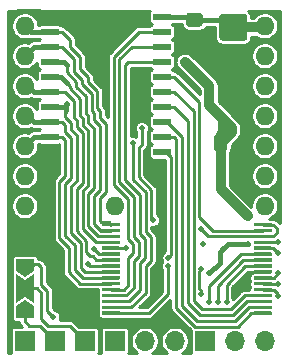
<source format=gbr>
G04 #@! TF.GenerationSoftware,KiCad,Pcbnew,(5.1.5)-3*
G04 #@! TF.CreationDate,2021-02-17T22:29:51-05:00*
G04 #@! TF.ProjectId,c128-sram256KB,63313238-2d73-4726-916d-3235364b422e,rev?*
G04 #@! TF.SameCoordinates,Original*
G04 #@! TF.FileFunction,Copper,L1,Top*
G04 #@! TF.FilePolarity,Positive*
%FSLAX46Y46*%
G04 Gerber Fmt 4.6, Leading zero omitted, Abs format (unit mm)*
G04 Created by KiCad (PCBNEW (5.1.5)-3) date 2021-02-17 22:29:51*
%MOMM*%
%LPD*%
G04 APERTURE LIST*
%ADD10O,1.600000X1.600000*%
%ADD11R,1.500000X0.600000*%
%ADD12R,1.700000X1.700000*%
%ADD13O,1.700000X1.700000*%
%ADD14C,0.100000*%
%ADD15C,0.500000*%
%ADD16C,0.800000*%
%ADD17C,0.454000*%
%ADD18C,0.880000*%
%ADD19C,0.288000*%
%ADD20C,0.233000*%
G04 APERTURE END LIST*
D10*
X73659880Y-96521160D03*
X81279880Y-111761160D03*
X73659880Y-99061160D03*
X73659880Y-101601160D03*
X73659880Y-104141160D03*
X73659880Y-106681160D03*
X73659880Y-109221160D03*
X73659880Y-111761160D03*
X73659880Y-114301160D03*
X93979880Y-96521160D03*
X93979880Y-99061160D03*
X93979880Y-101601160D03*
X93979880Y-104141160D03*
X93979880Y-106681160D03*
X93979880Y-109221160D03*
X93979880Y-111761160D03*
D11*
X75768000Y-102108000D03*
X75768000Y-100838000D03*
X75768000Y-99568000D03*
X75768000Y-98298000D03*
X75768000Y-97028000D03*
X75768000Y-95758000D03*
X75768000Y-103378000D03*
X75768000Y-104648000D03*
X75768000Y-105918000D03*
X75768000Y-107188000D03*
X85268000Y-107188000D03*
X85268000Y-105918000D03*
X85268000Y-104648000D03*
X85268000Y-103378000D03*
X85268000Y-102108000D03*
X85268000Y-100838000D03*
X85268000Y-99568000D03*
X85268000Y-98298000D03*
X85268000Y-97028000D03*
X85268000Y-95758000D03*
D12*
X88900000Y-123190000D03*
D13*
X91440000Y-123190000D03*
X93980000Y-123190000D03*
X86360000Y-123190000D03*
X83820000Y-123190000D03*
D12*
X81280000Y-123190000D03*
X73660000Y-123190000D03*
G04 #@! TA.AperFunction,SMDPad,CuDef*
D14*
G36*
X73660000Y-117745000D02*
G01*
X72910000Y-117245000D01*
X72910000Y-116245000D01*
X74410000Y-116245000D01*
X74410000Y-117245000D01*
X73660000Y-117745000D01*
G37*
G04 #@! TD.AperFunction*
G04 #@! TA.AperFunction,Conductor*
G36*
X73660000Y-119445000D02*
G01*
X72910000Y-119945000D01*
X72910000Y-117545000D01*
X73660000Y-118045000D01*
X74410000Y-117545000D01*
X74410000Y-119945000D01*
X73660000Y-119445000D01*
G37*
G04 #@! TD.AperFunction*
G04 #@! TA.AperFunction,SMDPad,CuDef*
G36*
X73660000Y-119745000D02*
G01*
X74410000Y-120245000D01*
X74410000Y-121245000D01*
X72910000Y-121245000D01*
X72910000Y-120245000D01*
X73660000Y-119745000D01*
G37*
G04 #@! TD.AperFunction*
D12*
X76200000Y-123190000D03*
X78740000Y-123190000D03*
G04 #@! TA.AperFunction,SMDPad,CuDef*
D14*
G36*
X92262505Y-95513204D02*
G01*
X92286773Y-95516804D01*
X92310572Y-95522765D01*
X92333671Y-95531030D01*
X92355850Y-95541520D01*
X92376893Y-95554132D01*
X92396599Y-95568747D01*
X92414777Y-95585223D01*
X92431253Y-95603401D01*
X92445868Y-95623107D01*
X92458480Y-95644150D01*
X92468970Y-95666329D01*
X92477235Y-95689428D01*
X92483196Y-95713227D01*
X92486796Y-95737495D01*
X92488000Y-95761999D01*
X92488000Y-97512001D01*
X92486796Y-97536505D01*
X92483196Y-97560773D01*
X92477235Y-97584572D01*
X92468970Y-97607671D01*
X92458480Y-97629850D01*
X92445868Y-97650893D01*
X92431253Y-97670599D01*
X92414777Y-97688777D01*
X92396599Y-97705253D01*
X92376893Y-97719868D01*
X92355850Y-97732480D01*
X92333671Y-97742970D01*
X92310572Y-97751235D01*
X92286773Y-97757196D01*
X92262505Y-97760796D01*
X92238001Y-97762000D01*
X90387999Y-97762000D01*
X90363495Y-97760796D01*
X90339227Y-97757196D01*
X90315428Y-97751235D01*
X90292329Y-97742970D01*
X90270150Y-97732480D01*
X90249107Y-97719868D01*
X90229401Y-97705253D01*
X90211223Y-97688777D01*
X90194747Y-97670599D01*
X90180132Y-97650893D01*
X90167520Y-97629850D01*
X90157030Y-97607671D01*
X90148765Y-97584572D01*
X90142804Y-97560773D01*
X90139204Y-97536505D01*
X90138000Y-97512001D01*
X90138000Y-95761999D01*
X90139204Y-95737495D01*
X90142804Y-95713227D01*
X90148765Y-95689428D01*
X90157030Y-95666329D01*
X90167520Y-95644150D01*
X90180132Y-95623107D01*
X90194747Y-95603401D01*
X90211223Y-95585223D01*
X90229401Y-95568747D01*
X90249107Y-95554132D01*
X90270150Y-95541520D01*
X90292329Y-95531030D01*
X90315428Y-95522765D01*
X90339227Y-95516804D01*
X90363495Y-95513204D01*
X90387999Y-95512000D01*
X92238001Y-95512000D01*
X92262505Y-95513204D01*
G37*
G04 #@! TD.AperFunction*
G04 #@! TA.AperFunction,SMDPad,CuDef*
G36*
X92262505Y-100613204D02*
G01*
X92286773Y-100616804D01*
X92310572Y-100622765D01*
X92333671Y-100631030D01*
X92355850Y-100641520D01*
X92376893Y-100654132D01*
X92396599Y-100668747D01*
X92414777Y-100685223D01*
X92431253Y-100703401D01*
X92445868Y-100723107D01*
X92458480Y-100744150D01*
X92468970Y-100766329D01*
X92477235Y-100789428D01*
X92483196Y-100813227D01*
X92486796Y-100837495D01*
X92488000Y-100861999D01*
X92488000Y-102612001D01*
X92486796Y-102636505D01*
X92483196Y-102660773D01*
X92477235Y-102684572D01*
X92468970Y-102707671D01*
X92458480Y-102729850D01*
X92445868Y-102750893D01*
X92431253Y-102770599D01*
X92414777Y-102788777D01*
X92396599Y-102805253D01*
X92376893Y-102819868D01*
X92355850Y-102832480D01*
X92333671Y-102842970D01*
X92310572Y-102851235D01*
X92286773Y-102857196D01*
X92262505Y-102860796D01*
X92238001Y-102862000D01*
X90387999Y-102862000D01*
X90363495Y-102860796D01*
X90339227Y-102857196D01*
X90315428Y-102851235D01*
X90292329Y-102842970D01*
X90270150Y-102832480D01*
X90249107Y-102819868D01*
X90229401Y-102805253D01*
X90211223Y-102788777D01*
X90194747Y-102770599D01*
X90180132Y-102750893D01*
X90167520Y-102729850D01*
X90157030Y-102707671D01*
X90148765Y-102684572D01*
X90142804Y-102660773D01*
X90139204Y-102636505D01*
X90138000Y-102612001D01*
X90138000Y-100861999D01*
X90139204Y-100837495D01*
X90142804Y-100813227D01*
X90148765Y-100789428D01*
X90157030Y-100766329D01*
X90167520Y-100744150D01*
X90180132Y-100723107D01*
X90194747Y-100703401D01*
X90211223Y-100685223D01*
X90229401Y-100668747D01*
X90249107Y-100654132D01*
X90270150Y-100641520D01*
X90292329Y-100631030D01*
X90315428Y-100622765D01*
X90339227Y-100616804D01*
X90363495Y-100613204D01*
X90387999Y-100612000D01*
X92238001Y-100612000D01*
X92262505Y-100613204D01*
G37*
G04 #@! TD.AperFunction*
G04 #@! TA.AperFunction,SMDPad,CuDef*
G36*
X90586705Y-105727204D02*
G01*
X90610973Y-105730804D01*
X90634772Y-105736765D01*
X90657871Y-105745030D01*
X90680050Y-105755520D01*
X90701093Y-105768132D01*
X90720799Y-105782747D01*
X90738977Y-105799223D01*
X90755453Y-105817401D01*
X90770068Y-105837107D01*
X90782680Y-105858150D01*
X90793170Y-105880329D01*
X90801435Y-105903428D01*
X90807396Y-105927227D01*
X90810996Y-105951495D01*
X90812200Y-105975999D01*
X90812200Y-106876001D01*
X90810996Y-106900505D01*
X90807396Y-106924773D01*
X90801435Y-106948572D01*
X90793170Y-106971671D01*
X90782680Y-106993850D01*
X90770068Y-107014893D01*
X90755453Y-107034599D01*
X90738977Y-107052777D01*
X90720799Y-107069253D01*
X90701093Y-107083868D01*
X90680050Y-107096480D01*
X90657871Y-107106970D01*
X90634772Y-107115235D01*
X90610973Y-107121196D01*
X90586705Y-107124796D01*
X90562201Y-107126000D01*
X89912199Y-107126000D01*
X89887695Y-107124796D01*
X89863427Y-107121196D01*
X89839628Y-107115235D01*
X89816529Y-107106970D01*
X89794350Y-107096480D01*
X89773307Y-107083868D01*
X89753601Y-107069253D01*
X89735423Y-107052777D01*
X89718947Y-107034599D01*
X89704332Y-107014893D01*
X89691720Y-106993850D01*
X89681230Y-106971671D01*
X89672965Y-106948572D01*
X89667004Y-106924773D01*
X89663404Y-106900505D01*
X89662200Y-106876001D01*
X89662200Y-105975999D01*
X89663404Y-105951495D01*
X89667004Y-105927227D01*
X89672965Y-105903428D01*
X89681230Y-105880329D01*
X89691720Y-105858150D01*
X89704332Y-105837107D01*
X89718947Y-105817401D01*
X89735423Y-105799223D01*
X89753601Y-105782747D01*
X89773307Y-105768132D01*
X89794350Y-105755520D01*
X89816529Y-105745030D01*
X89839628Y-105736765D01*
X89863427Y-105730804D01*
X89887695Y-105727204D01*
X89912199Y-105726000D01*
X90562201Y-105726000D01*
X90586705Y-105727204D01*
G37*
G04 #@! TD.AperFunction*
G04 #@! TA.AperFunction,SMDPad,CuDef*
G36*
X92636705Y-105727204D02*
G01*
X92660973Y-105730804D01*
X92684772Y-105736765D01*
X92707871Y-105745030D01*
X92730050Y-105755520D01*
X92751093Y-105768132D01*
X92770799Y-105782747D01*
X92788977Y-105799223D01*
X92805453Y-105817401D01*
X92820068Y-105837107D01*
X92832680Y-105858150D01*
X92843170Y-105880329D01*
X92851435Y-105903428D01*
X92857396Y-105927227D01*
X92860996Y-105951495D01*
X92862200Y-105975999D01*
X92862200Y-106876001D01*
X92860996Y-106900505D01*
X92857396Y-106924773D01*
X92851435Y-106948572D01*
X92843170Y-106971671D01*
X92832680Y-106993850D01*
X92820068Y-107014893D01*
X92805453Y-107034599D01*
X92788977Y-107052777D01*
X92770799Y-107069253D01*
X92751093Y-107083868D01*
X92730050Y-107096480D01*
X92707871Y-107106970D01*
X92684772Y-107115235D01*
X92660973Y-107121196D01*
X92636705Y-107124796D01*
X92612201Y-107126000D01*
X91962199Y-107126000D01*
X91937695Y-107124796D01*
X91913427Y-107121196D01*
X91889628Y-107115235D01*
X91866529Y-107106970D01*
X91844350Y-107096480D01*
X91823307Y-107083868D01*
X91803601Y-107069253D01*
X91785423Y-107052777D01*
X91768947Y-107034599D01*
X91754332Y-107014893D01*
X91741720Y-106993850D01*
X91731230Y-106971671D01*
X91722965Y-106948572D01*
X91717004Y-106924773D01*
X91713404Y-106900505D01*
X91712200Y-106876001D01*
X91712200Y-105975999D01*
X91713404Y-105951495D01*
X91717004Y-105927227D01*
X91722965Y-105903428D01*
X91731230Y-105880329D01*
X91741720Y-105858150D01*
X91754332Y-105837107D01*
X91768947Y-105817401D01*
X91785423Y-105799223D01*
X91803601Y-105782747D01*
X91823307Y-105768132D01*
X91844350Y-105755520D01*
X91866529Y-105745030D01*
X91889628Y-105736765D01*
X91913427Y-105730804D01*
X91937695Y-105727204D01*
X91962199Y-105726000D01*
X92612201Y-105726000D01*
X92636705Y-105727204D01*
G37*
G04 #@! TD.AperFunction*
G04 #@! TA.AperFunction,SMDPad,CuDef*
G36*
X88485505Y-95429204D02*
G01*
X88509773Y-95432804D01*
X88533572Y-95438765D01*
X88556671Y-95447030D01*
X88578850Y-95457520D01*
X88599893Y-95470132D01*
X88619599Y-95484747D01*
X88637777Y-95501223D01*
X88654253Y-95519401D01*
X88668868Y-95539107D01*
X88681480Y-95560150D01*
X88691970Y-95582329D01*
X88700235Y-95605428D01*
X88706196Y-95629227D01*
X88709796Y-95653495D01*
X88711000Y-95677999D01*
X88711000Y-96328001D01*
X88709796Y-96352505D01*
X88706196Y-96376773D01*
X88700235Y-96400572D01*
X88691970Y-96423671D01*
X88681480Y-96445850D01*
X88668868Y-96466893D01*
X88654253Y-96486599D01*
X88637777Y-96504777D01*
X88619599Y-96521253D01*
X88599893Y-96535868D01*
X88578850Y-96548480D01*
X88556671Y-96558970D01*
X88533572Y-96567235D01*
X88509773Y-96573196D01*
X88485505Y-96576796D01*
X88461001Y-96578000D01*
X87560999Y-96578000D01*
X87536495Y-96576796D01*
X87512227Y-96573196D01*
X87488428Y-96567235D01*
X87465329Y-96558970D01*
X87443150Y-96548480D01*
X87422107Y-96535868D01*
X87402401Y-96521253D01*
X87384223Y-96504777D01*
X87367747Y-96486599D01*
X87353132Y-96466893D01*
X87340520Y-96445850D01*
X87330030Y-96423671D01*
X87321765Y-96400572D01*
X87315804Y-96376773D01*
X87312204Y-96352505D01*
X87311000Y-96328001D01*
X87311000Y-95677999D01*
X87312204Y-95653495D01*
X87315804Y-95629227D01*
X87321765Y-95605428D01*
X87330030Y-95582329D01*
X87340520Y-95560150D01*
X87353132Y-95539107D01*
X87367747Y-95519401D01*
X87384223Y-95501223D01*
X87402401Y-95484747D01*
X87422107Y-95470132D01*
X87443150Y-95457520D01*
X87465329Y-95447030D01*
X87488428Y-95438765D01*
X87512227Y-95432804D01*
X87536495Y-95429204D01*
X87560999Y-95428000D01*
X88461001Y-95428000D01*
X88485505Y-95429204D01*
G37*
G04 #@! TD.AperFunction*
G04 #@! TA.AperFunction,SMDPad,CuDef*
G36*
X88485505Y-97479204D02*
G01*
X88509773Y-97482804D01*
X88533572Y-97488765D01*
X88556671Y-97497030D01*
X88578850Y-97507520D01*
X88599893Y-97520132D01*
X88619599Y-97534747D01*
X88637777Y-97551223D01*
X88654253Y-97569401D01*
X88668868Y-97589107D01*
X88681480Y-97610150D01*
X88691970Y-97632329D01*
X88700235Y-97655428D01*
X88706196Y-97679227D01*
X88709796Y-97703495D01*
X88711000Y-97727999D01*
X88711000Y-98378001D01*
X88709796Y-98402505D01*
X88706196Y-98426773D01*
X88700235Y-98450572D01*
X88691970Y-98473671D01*
X88681480Y-98495850D01*
X88668868Y-98516893D01*
X88654253Y-98536599D01*
X88637777Y-98554777D01*
X88619599Y-98571253D01*
X88599893Y-98585868D01*
X88578850Y-98598480D01*
X88556671Y-98608970D01*
X88533572Y-98617235D01*
X88509773Y-98623196D01*
X88485505Y-98626796D01*
X88461001Y-98628000D01*
X87560999Y-98628000D01*
X87536495Y-98626796D01*
X87512227Y-98623196D01*
X87488428Y-98617235D01*
X87465329Y-98608970D01*
X87443150Y-98598480D01*
X87422107Y-98585868D01*
X87402401Y-98571253D01*
X87384223Y-98554777D01*
X87367747Y-98536599D01*
X87353132Y-98516893D01*
X87340520Y-98495850D01*
X87330030Y-98473671D01*
X87321765Y-98450572D01*
X87315804Y-98426773D01*
X87312204Y-98402505D01*
X87311000Y-98378001D01*
X87311000Y-97727999D01*
X87312204Y-97703495D01*
X87315804Y-97679227D01*
X87321765Y-97655428D01*
X87330030Y-97632329D01*
X87340520Y-97610150D01*
X87353132Y-97589107D01*
X87367747Y-97569401D01*
X87384223Y-97551223D01*
X87402401Y-97534747D01*
X87422107Y-97520132D01*
X87443150Y-97507520D01*
X87465329Y-97497030D01*
X87488428Y-97488765D01*
X87512227Y-97482804D01*
X87536495Y-97479204D01*
X87560999Y-97478000D01*
X88461001Y-97478000D01*
X88485505Y-97479204D01*
G37*
G04 #@! TD.AperFunction*
G04 #@! TA.AperFunction,SMDPad,CuDef*
G36*
X81658351Y-113194361D02*
G01*
X81665632Y-113195441D01*
X81672771Y-113197229D01*
X81679701Y-113199709D01*
X81686355Y-113202856D01*
X81692668Y-113206640D01*
X81698579Y-113211024D01*
X81704033Y-113215967D01*
X81708976Y-113221421D01*
X81713360Y-113227332D01*
X81717144Y-113233645D01*
X81720291Y-113240299D01*
X81722771Y-113247229D01*
X81724559Y-113254368D01*
X81725639Y-113261649D01*
X81726000Y-113269000D01*
X81726000Y-113419000D01*
X81725639Y-113426351D01*
X81724559Y-113433632D01*
X81722771Y-113440771D01*
X81720291Y-113447701D01*
X81717144Y-113454355D01*
X81713360Y-113460668D01*
X81708976Y-113466579D01*
X81704033Y-113472033D01*
X81698579Y-113476976D01*
X81692668Y-113481360D01*
X81686355Y-113485144D01*
X81679701Y-113488291D01*
X81672771Y-113490771D01*
X81665632Y-113492559D01*
X81658351Y-113493639D01*
X81651000Y-113494000D01*
X80251000Y-113494000D01*
X80243649Y-113493639D01*
X80236368Y-113492559D01*
X80229229Y-113490771D01*
X80222299Y-113488291D01*
X80215645Y-113485144D01*
X80209332Y-113481360D01*
X80203421Y-113476976D01*
X80197967Y-113472033D01*
X80193024Y-113466579D01*
X80188640Y-113460668D01*
X80184856Y-113454355D01*
X80181709Y-113447701D01*
X80179229Y-113440771D01*
X80177441Y-113433632D01*
X80176361Y-113426351D01*
X80176000Y-113419000D01*
X80176000Y-113269000D01*
X80176361Y-113261649D01*
X80177441Y-113254368D01*
X80179229Y-113247229D01*
X80181709Y-113240299D01*
X80184856Y-113233645D01*
X80188640Y-113227332D01*
X80193024Y-113221421D01*
X80197967Y-113215967D01*
X80203421Y-113211024D01*
X80209332Y-113206640D01*
X80215645Y-113202856D01*
X80222299Y-113199709D01*
X80229229Y-113197229D01*
X80236368Y-113195441D01*
X80243649Y-113194361D01*
X80251000Y-113194000D01*
X81651000Y-113194000D01*
X81658351Y-113194361D01*
G37*
G04 #@! TD.AperFunction*
G04 #@! TA.AperFunction,SMDPad,CuDef*
G36*
X81658351Y-113694361D02*
G01*
X81665632Y-113695441D01*
X81672771Y-113697229D01*
X81679701Y-113699709D01*
X81686355Y-113702856D01*
X81692668Y-113706640D01*
X81698579Y-113711024D01*
X81704033Y-113715967D01*
X81708976Y-113721421D01*
X81713360Y-113727332D01*
X81717144Y-113733645D01*
X81720291Y-113740299D01*
X81722771Y-113747229D01*
X81724559Y-113754368D01*
X81725639Y-113761649D01*
X81726000Y-113769000D01*
X81726000Y-113919000D01*
X81725639Y-113926351D01*
X81724559Y-113933632D01*
X81722771Y-113940771D01*
X81720291Y-113947701D01*
X81717144Y-113954355D01*
X81713360Y-113960668D01*
X81708976Y-113966579D01*
X81704033Y-113972033D01*
X81698579Y-113976976D01*
X81692668Y-113981360D01*
X81686355Y-113985144D01*
X81679701Y-113988291D01*
X81672771Y-113990771D01*
X81665632Y-113992559D01*
X81658351Y-113993639D01*
X81651000Y-113994000D01*
X80251000Y-113994000D01*
X80243649Y-113993639D01*
X80236368Y-113992559D01*
X80229229Y-113990771D01*
X80222299Y-113988291D01*
X80215645Y-113985144D01*
X80209332Y-113981360D01*
X80203421Y-113976976D01*
X80197967Y-113972033D01*
X80193024Y-113966579D01*
X80188640Y-113960668D01*
X80184856Y-113954355D01*
X80181709Y-113947701D01*
X80179229Y-113940771D01*
X80177441Y-113933632D01*
X80176361Y-113926351D01*
X80176000Y-113919000D01*
X80176000Y-113769000D01*
X80176361Y-113761649D01*
X80177441Y-113754368D01*
X80179229Y-113747229D01*
X80181709Y-113740299D01*
X80184856Y-113733645D01*
X80188640Y-113727332D01*
X80193024Y-113721421D01*
X80197967Y-113715967D01*
X80203421Y-113711024D01*
X80209332Y-113706640D01*
X80215645Y-113702856D01*
X80222299Y-113699709D01*
X80229229Y-113697229D01*
X80236368Y-113695441D01*
X80243649Y-113694361D01*
X80251000Y-113694000D01*
X81651000Y-113694000D01*
X81658351Y-113694361D01*
G37*
G04 #@! TD.AperFunction*
G04 #@! TA.AperFunction,SMDPad,CuDef*
G36*
X81658351Y-114194361D02*
G01*
X81665632Y-114195441D01*
X81672771Y-114197229D01*
X81679701Y-114199709D01*
X81686355Y-114202856D01*
X81692668Y-114206640D01*
X81698579Y-114211024D01*
X81704033Y-114215967D01*
X81708976Y-114221421D01*
X81713360Y-114227332D01*
X81717144Y-114233645D01*
X81720291Y-114240299D01*
X81722771Y-114247229D01*
X81724559Y-114254368D01*
X81725639Y-114261649D01*
X81726000Y-114269000D01*
X81726000Y-114419000D01*
X81725639Y-114426351D01*
X81724559Y-114433632D01*
X81722771Y-114440771D01*
X81720291Y-114447701D01*
X81717144Y-114454355D01*
X81713360Y-114460668D01*
X81708976Y-114466579D01*
X81704033Y-114472033D01*
X81698579Y-114476976D01*
X81692668Y-114481360D01*
X81686355Y-114485144D01*
X81679701Y-114488291D01*
X81672771Y-114490771D01*
X81665632Y-114492559D01*
X81658351Y-114493639D01*
X81651000Y-114494000D01*
X80251000Y-114494000D01*
X80243649Y-114493639D01*
X80236368Y-114492559D01*
X80229229Y-114490771D01*
X80222299Y-114488291D01*
X80215645Y-114485144D01*
X80209332Y-114481360D01*
X80203421Y-114476976D01*
X80197967Y-114472033D01*
X80193024Y-114466579D01*
X80188640Y-114460668D01*
X80184856Y-114454355D01*
X80181709Y-114447701D01*
X80179229Y-114440771D01*
X80177441Y-114433632D01*
X80176361Y-114426351D01*
X80176000Y-114419000D01*
X80176000Y-114269000D01*
X80176361Y-114261649D01*
X80177441Y-114254368D01*
X80179229Y-114247229D01*
X80181709Y-114240299D01*
X80184856Y-114233645D01*
X80188640Y-114227332D01*
X80193024Y-114221421D01*
X80197967Y-114215967D01*
X80203421Y-114211024D01*
X80209332Y-114206640D01*
X80215645Y-114202856D01*
X80222299Y-114199709D01*
X80229229Y-114197229D01*
X80236368Y-114195441D01*
X80243649Y-114194361D01*
X80251000Y-114194000D01*
X81651000Y-114194000D01*
X81658351Y-114194361D01*
G37*
G04 #@! TD.AperFunction*
G04 #@! TA.AperFunction,SMDPad,CuDef*
G36*
X81658351Y-114694361D02*
G01*
X81665632Y-114695441D01*
X81672771Y-114697229D01*
X81679701Y-114699709D01*
X81686355Y-114702856D01*
X81692668Y-114706640D01*
X81698579Y-114711024D01*
X81704033Y-114715967D01*
X81708976Y-114721421D01*
X81713360Y-114727332D01*
X81717144Y-114733645D01*
X81720291Y-114740299D01*
X81722771Y-114747229D01*
X81724559Y-114754368D01*
X81725639Y-114761649D01*
X81726000Y-114769000D01*
X81726000Y-114919000D01*
X81725639Y-114926351D01*
X81724559Y-114933632D01*
X81722771Y-114940771D01*
X81720291Y-114947701D01*
X81717144Y-114954355D01*
X81713360Y-114960668D01*
X81708976Y-114966579D01*
X81704033Y-114972033D01*
X81698579Y-114976976D01*
X81692668Y-114981360D01*
X81686355Y-114985144D01*
X81679701Y-114988291D01*
X81672771Y-114990771D01*
X81665632Y-114992559D01*
X81658351Y-114993639D01*
X81651000Y-114994000D01*
X80251000Y-114994000D01*
X80243649Y-114993639D01*
X80236368Y-114992559D01*
X80229229Y-114990771D01*
X80222299Y-114988291D01*
X80215645Y-114985144D01*
X80209332Y-114981360D01*
X80203421Y-114976976D01*
X80197967Y-114972033D01*
X80193024Y-114966579D01*
X80188640Y-114960668D01*
X80184856Y-114954355D01*
X80181709Y-114947701D01*
X80179229Y-114940771D01*
X80177441Y-114933632D01*
X80176361Y-114926351D01*
X80176000Y-114919000D01*
X80176000Y-114769000D01*
X80176361Y-114761649D01*
X80177441Y-114754368D01*
X80179229Y-114747229D01*
X80181709Y-114740299D01*
X80184856Y-114733645D01*
X80188640Y-114727332D01*
X80193024Y-114721421D01*
X80197967Y-114715967D01*
X80203421Y-114711024D01*
X80209332Y-114706640D01*
X80215645Y-114702856D01*
X80222299Y-114699709D01*
X80229229Y-114697229D01*
X80236368Y-114695441D01*
X80243649Y-114694361D01*
X80251000Y-114694000D01*
X81651000Y-114694000D01*
X81658351Y-114694361D01*
G37*
G04 #@! TD.AperFunction*
G04 #@! TA.AperFunction,SMDPad,CuDef*
G36*
X81658351Y-115194361D02*
G01*
X81665632Y-115195441D01*
X81672771Y-115197229D01*
X81679701Y-115199709D01*
X81686355Y-115202856D01*
X81692668Y-115206640D01*
X81698579Y-115211024D01*
X81704033Y-115215967D01*
X81708976Y-115221421D01*
X81713360Y-115227332D01*
X81717144Y-115233645D01*
X81720291Y-115240299D01*
X81722771Y-115247229D01*
X81724559Y-115254368D01*
X81725639Y-115261649D01*
X81726000Y-115269000D01*
X81726000Y-115419000D01*
X81725639Y-115426351D01*
X81724559Y-115433632D01*
X81722771Y-115440771D01*
X81720291Y-115447701D01*
X81717144Y-115454355D01*
X81713360Y-115460668D01*
X81708976Y-115466579D01*
X81704033Y-115472033D01*
X81698579Y-115476976D01*
X81692668Y-115481360D01*
X81686355Y-115485144D01*
X81679701Y-115488291D01*
X81672771Y-115490771D01*
X81665632Y-115492559D01*
X81658351Y-115493639D01*
X81651000Y-115494000D01*
X80251000Y-115494000D01*
X80243649Y-115493639D01*
X80236368Y-115492559D01*
X80229229Y-115490771D01*
X80222299Y-115488291D01*
X80215645Y-115485144D01*
X80209332Y-115481360D01*
X80203421Y-115476976D01*
X80197967Y-115472033D01*
X80193024Y-115466579D01*
X80188640Y-115460668D01*
X80184856Y-115454355D01*
X80181709Y-115447701D01*
X80179229Y-115440771D01*
X80177441Y-115433632D01*
X80176361Y-115426351D01*
X80176000Y-115419000D01*
X80176000Y-115269000D01*
X80176361Y-115261649D01*
X80177441Y-115254368D01*
X80179229Y-115247229D01*
X80181709Y-115240299D01*
X80184856Y-115233645D01*
X80188640Y-115227332D01*
X80193024Y-115221421D01*
X80197967Y-115215967D01*
X80203421Y-115211024D01*
X80209332Y-115206640D01*
X80215645Y-115202856D01*
X80222299Y-115199709D01*
X80229229Y-115197229D01*
X80236368Y-115195441D01*
X80243649Y-115194361D01*
X80251000Y-115194000D01*
X81651000Y-115194000D01*
X81658351Y-115194361D01*
G37*
G04 #@! TD.AperFunction*
G04 #@! TA.AperFunction,SMDPad,CuDef*
G36*
X81658351Y-115694361D02*
G01*
X81665632Y-115695441D01*
X81672771Y-115697229D01*
X81679701Y-115699709D01*
X81686355Y-115702856D01*
X81692668Y-115706640D01*
X81698579Y-115711024D01*
X81704033Y-115715967D01*
X81708976Y-115721421D01*
X81713360Y-115727332D01*
X81717144Y-115733645D01*
X81720291Y-115740299D01*
X81722771Y-115747229D01*
X81724559Y-115754368D01*
X81725639Y-115761649D01*
X81726000Y-115769000D01*
X81726000Y-115919000D01*
X81725639Y-115926351D01*
X81724559Y-115933632D01*
X81722771Y-115940771D01*
X81720291Y-115947701D01*
X81717144Y-115954355D01*
X81713360Y-115960668D01*
X81708976Y-115966579D01*
X81704033Y-115972033D01*
X81698579Y-115976976D01*
X81692668Y-115981360D01*
X81686355Y-115985144D01*
X81679701Y-115988291D01*
X81672771Y-115990771D01*
X81665632Y-115992559D01*
X81658351Y-115993639D01*
X81651000Y-115994000D01*
X80251000Y-115994000D01*
X80243649Y-115993639D01*
X80236368Y-115992559D01*
X80229229Y-115990771D01*
X80222299Y-115988291D01*
X80215645Y-115985144D01*
X80209332Y-115981360D01*
X80203421Y-115976976D01*
X80197967Y-115972033D01*
X80193024Y-115966579D01*
X80188640Y-115960668D01*
X80184856Y-115954355D01*
X80181709Y-115947701D01*
X80179229Y-115940771D01*
X80177441Y-115933632D01*
X80176361Y-115926351D01*
X80176000Y-115919000D01*
X80176000Y-115769000D01*
X80176361Y-115761649D01*
X80177441Y-115754368D01*
X80179229Y-115747229D01*
X80181709Y-115740299D01*
X80184856Y-115733645D01*
X80188640Y-115727332D01*
X80193024Y-115721421D01*
X80197967Y-115715967D01*
X80203421Y-115711024D01*
X80209332Y-115706640D01*
X80215645Y-115702856D01*
X80222299Y-115699709D01*
X80229229Y-115697229D01*
X80236368Y-115695441D01*
X80243649Y-115694361D01*
X80251000Y-115694000D01*
X81651000Y-115694000D01*
X81658351Y-115694361D01*
G37*
G04 #@! TD.AperFunction*
G04 #@! TA.AperFunction,SMDPad,CuDef*
G36*
X81658351Y-116194361D02*
G01*
X81665632Y-116195441D01*
X81672771Y-116197229D01*
X81679701Y-116199709D01*
X81686355Y-116202856D01*
X81692668Y-116206640D01*
X81698579Y-116211024D01*
X81704033Y-116215967D01*
X81708976Y-116221421D01*
X81713360Y-116227332D01*
X81717144Y-116233645D01*
X81720291Y-116240299D01*
X81722771Y-116247229D01*
X81724559Y-116254368D01*
X81725639Y-116261649D01*
X81726000Y-116269000D01*
X81726000Y-116419000D01*
X81725639Y-116426351D01*
X81724559Y-116433632D01*
X81722771Y-116440771D01*
X81720291Y-116447701D01*
X81717144Y-116454355D01*
X81713360Y-116460668D01*
X81708976Y-116466579D01*
X81704033Y-116472033D01*
X81698579Y-116476976D01*
X81692668Y-116481360D01*
X81686355Y-116485144D01*
X81679701Y-116488291D01*
X81672771Y-116490771D01*
X81665632Y-116492559D01*
X81658351Y-116493639D01*
X81651000Y-116494000D01*
X80251000Y-116494000D01*
X80243649Y-116493639D01*
X80236368Y-116492559D01*
X80229229Y-116490771D01*
X80222299Y-116488291D01*
X80215645Y-116485144D01*
X80209332Y-116481360D01*
X80203421Y-116476976D01*
X80197967Y-116472033D01*
X80193024Y-116466579D01*
X80188640Y-116460668D01*
X80184856Y-116454355D01*
X80181709Y-116447701D01*
X80179229Y-116440771D01*
X80177441Y-116433632D01*
X80176361Y-116426351D01*
X80176000Y-116419000D01*
X80176000Y-116269000D01*
X80176361Y-116261649D01*
X80177441Y-116254368D01*
X80179229Y-116247229D01*
X80181709Y-116240299D01*
X80184856Y-116233645D01*
X80188640Y-116227332D01*
X80193024Y-116221421D01*
X80197967Y-116215967D01*
X80203421Y-116211024D01*
X80209332Y-116206640D01*
X80215645Y-116202856D01*
X80222299Y-116199709D01*
X80229229Y-116197229D01*
X80236368Y-116195441D01*
X80243649Y-116194361D01*
X80251000Y-116194000D01*
X81651000Y-116194000D01*
X81658351Y-116194361D01*
G37*
G04 #@! TD.AperFunction*
G04 #@! TA.AperFunction,SMDPad,CuDef*
G36*
X81658351Y-116694361D02*
G01*
X81665632Y-116695441D01*
X81672771Y-116697229D01*
X81679701Y-116699709D01*
X81686355Y-116702856D01*
X81692668Y-116706640D01*
X81698579Y-116711024D01*
X81704033Y-116715967D01*
X81708976Y-116721421D01*
X81713360Y-116727332D01*
X81717144Y-116733645D01*
X81720291Y-116740299D01*
X81722771Y-116747229D01*
X81724559Y-116754368D01*
X81725639Y-116761649D01*
X81726000Y-116769000D01*
X81726000Y-116919000D01*
X81725639Y-116926351D01*
X81724559Y-116933632D01*
X81722771Y-116940771D01*
X81720291Y-116947701D01*
X81717144Y-116954355D01*
X81713360Y-116960668D01*
X81708976Y-116966579D01*
X81704033Y-116972033D01*
X81698579Y-116976976D01*
X81692668Y-116981360D01*
X81686355Y-116985144D01*
X81679701Y-116988291D01*
X81672771Y-116990771D01*
X81665632Y-116992559D01*
X81658351Y-116993639D01*
X81651000Y-116994000D01*
X80251000Y-116994000D01*
X80243649Y-116993639D01*
X80236368Y-116992559D01*
X80229229Y-116990771D01*
X80222299Y-116988291D01*
X80215645Y-116985144D01*
X80209332Y-116981360D01*
X80203421Y-116976976D01*
X80197967Y-116972033D01*
X80193024Y-116966579D01*
X80188640Y-116960668D01*
X80184856Y-116954355D01*
X80181709Y-116947701D01*
X80179229Y-116940771D01*
X80177441Y-116933632D01*
X80176361Y-116926351D01*
X80176000Y-116919000D01*
X80176000Y-116769000D01*
X80176361Y-116761649D01*
X80177441Y-116754368D01*
X80179229Y-116747229D01*
X80181709Y-116740299D01*
X80184856Y-116733645D01*
X80188640Y-116727332D01*
X80193024Y-116721421D01*
X80197967Y-116715967D01*
X80203421Y-116711024D01*
X80209332Y-116706640D01*
X80215645Y-116702856D01*
X80222299Y-116699709D01*
X80229229Y-116697229D01*
X80236368Y-116695441D01*
X80243649Y-116694361D01*
X80251000Y-116694000D01*
X81651000Y-116694000D01*
X81658351Y-116694361D01*
G37*
G04 #@! TD.AperFunction*
G04 #@! TA.AperFunction,SMDPad,CuDef*
G36*
X81658351Y-117194361D02*
G01*
X81665632Y-117195441D01*
X81672771Y-117197229D01*
X81679701Y-117199709D01*
X81686355Y-117202856D01*
X81692668Y-117206640D01*
X81698579Y-117211024D01*
X81704033Y-117215967D01*
X81708976Y-117221421D01*
X81713360Y-117227332D01*
X81717144Y-117233645D01*
X81720291Y-117240299D01*
X81722771Y-117247229D01*
X81724559Y-117254368D01*
X81725639Y-117261649D01*
X81726000Y-117269000D01*
X81726000Y-117419000D01*
X81725639Y-117426351D01*
X81724559Y-117433632D01*
X81722771Y-117440771D01*
X81720291Y-117447701D01*
X81717144Y-117454355D01*
X81713360Y-117460668D01*
X81708976Y-117466579D01*
X81704033Y-117472033D01*
X81698579Y-117476976D01*
X81692668Y-117481360D01*
X81686355Y-117485144D01*
X81679701Y-117488291D01*
X81672771Y-117490771D01*
X81665632Y-117492559D01*
X81658351Y-117493639D01*
X81651000Y-117494000D01*
X80251000Y-117494000D01*
X80243649Y-117493639D01*
X80236368Y-117492559D01*
X80229229Y-117490771D01*
X80222299Y-117488291D01*
X80215645Y-117485144D01*
X80209332Y-117481360D01*
X80203421Y-117476976D01*
X80197967Y-117472033D01*
X80193024Y-117466579D01*
X80188640Y-117460668D01*
X80184856Y-117454355D01*
X80181709Y-117447701D01*
X80179229Y-117440771D01*
X80177441Y-117433632D01*
X80176361Y-117426351D01*
X80176000Y-117419000D01*
X80176000Y-117269000D01*
X80176361Y-117261649D01*
X80177441Y-117254368D01*
X80179229Y-117247229D01*
X80181709Y-117240299D01*
X80184856Y-117233645D01*
X80188640Y-117227332D01*
X80193024Y-117221421D01*
X80197967Y-117215967D01*
X80203421Y-117211024D01*
X80209332Y-117206640D01*
X80215645Y-117202856D01*
X80222299Y-117199709D01*
X80229229Y-117197229D01*
X80236368Y-117195441D01*
X80243649Y-117194361D01*
X80251000Y-117194000D01*
X81651000Y-117194000D01*
X81658351Y-117194361D01*
G37*
G04 #@! TD.AperFunction*
G04 #@! TA.AperFunction,SMDPad,CuDef*
G36*
X81658351Y-117694361D02*
G01*
X81665632Y-117695441D01*
X81672771Y-117697229D01*
X81679701Y-117699709D01*
X81686355Y-117702856D01*
X81692668Y-117706640D01*
X81698579Y-117711024D01*
X81704033Y-117715967D01*
X81708976Y-117721421D01*
X81713360Y-117727332D01*
X81717144Y-117733645D01*
X81720291Y-117740299D01*
X81722771Y-117747229D01*
X81724559Y-117754368D01*
X81725639Y-117761649D01*
X81726000Y-117769000D01*
X81726000Y-117919000D01*
X81725639Y-117926351D01*
X81724559Y-117933632D01*
X81722771Y-117940771D01*
X81720291Y-117947701D01*
X81717144Y-117954355D01*
X81713360Y-117960668D01*
X81708976Y-117966579D01*
X81704033Y-117972033D01*
X81698579Y-117976976D01*
X81692668Y-117981360D01*
X81686355Y-117985144D01*
X81679701Y-117988291D01*
X81672771Y-117990771D01*
X81665632Y-117992559D01*
X81658351Y-117993639D01*
X81651000Y-117994000D01*
X80251000Y-117994000D01*
X80243649Y-117993639D01*
X80236368Y-117992559D01*
X80229229Y-117990771D01*
X80222299Y-117988291D01*
X80215645Y-117985144D01*
X80209332Y-117981360D01*
X80203421Y-117976976D01*
X80197967Y-117972033D01*
X80193024Y-117966579D01*
X80188640Y-117960668D01*
X80184856Y-117954355D01*
X80181709Y-117947701D01*
X80179229Y-117940771D01*
X80177441Y-117933632D01*
X80176361Y-117926351D01*
X80176000Y-117919000D01*
X80176000Y-117769000D01*
X80176361Y-117761649D01*
X80177441Y-117754368D01*
X80179229Y-117747229D01*
X80181709Y-117740299D01*
X80184856Y-117733645D01*
X80188640Y-117727332D01*
X80193024Y-117721421D01*
X80197967Y-117715967D01*
X80203421Y-117711024D01*
X80209332Y-117706640D01*
X80215645Y-117702856D01*
X80222299Y-117699709D01*
X80229229Y-117697229D01*
X80236368Y-117695441D01*
X80243649Y-117694361D01*
X80251000Y-117694000D01*
X81651000Y-117694000D01*
X81658351Y-117694361D01*
G37*
G04 #@! TD.AperFunction*
G04 #@! TA.AperFunction,SMDPad,CuDef*
G36*
X81658351Y-118194361D02*
G01*
X81665632Y-118195441D01*
X81672771Y-118197229D01*
X81679701Y-118199709D01*
X81686355Y-118202856D01*
X81692668Y-118206640D01*
X81698579Y-118211024D01*
X81704033Y-118215967D01*
X81708976Y-118221421D01*
X81713360Y-118227332D01*
X81717144Y-118233645D01*
X81720291Y-118240299D01*
X81722771Y-118247229D01*
X81724559Y-118254368D01*
X81725639Y-118261649D01*
X81726000Y-118269000D01*
X81726000Y-118419000D01*
X81725639Y-118426351D01*
X81724559Y-118433632D01*
X81722771Y-118440771D01*
X81720291Y-118447701D01*
X81717144Y-118454355D01*
X81713360Y-118460668D01*
X81708976Y-118466579D01*
X81704033Y-118472033D01*
X81698579Y-118476976D01*
X81692668Y-118481360D01*
X81686355Y-118485144D01*
X81679701Y-118488291D01*
X81672771Y-118490771D01*
X81665632Y-118492559D01*
X81658351Y-118493639D01*
X81651000Y-118494000D01*
X80251000Y-118494000D01*
X80243649Y-118493639D01*
X80236368Y-118492559D01*
X80229229Y-118490771D01*
X80222299Y-118488291D01*
X80215645Y-118485144D01*
X80209332Y-118481360D01*
X80203421Y-118476976D01*
X80197967Y-118472033D01*
X80193024Y-118466579D01*
X80188640Y-118460668D01*
X80184856Y-118454355D01*
X80181709Y-118447701D01*
X80179229Y-118440771D01*
X80177441Y-118433632D01*
X80176361Y-118426351D01*
X80176000Y-118419000D01*
X80176000Y-118269000D01*
X80176361Y-118261649D01*
X80177441Y-118254368D01*
X80179229Y-118247229D01*
X80181709Y-118240299D01*
X80184856Y-118233645D01*
X80188640Y-118227332D01*
X80193024Y-118221421D01*
X80197967Y-118215967D01*
X80203421Y-118211024D01*
X80209332Y-118206640D01*
X80215645Y-118202856D01*
X80222299Y-118199709D01*
X80229229Y-118197229D01*
X80236368Y-118195441D01*
X80243649Y-118194361D01*
X80251000Y-118194000D01*
X81651000Y-118194000D01*
X81658351Y-118194361D01*
G37*
G04 #@! TD.AperFunction*
G04 #@! TA.AperFunction,SMDPad,CuDef*
G36*
X81658351Y-118694361D02*
G01*
X81665632Y-118695441D01*
X81672771Y-118697229D01*
X81679701Y-118699709D01*
X81686355Y-118702856D01*
X81692668Y-118706640D01*
X81698579Y-118711024D01*
X81704033Y-118715967D01*
X81708976Y-118721421D01*
X81713360Y-118727332D01*
X81717144Y-118733645D01*
X81720291Y-118740299D01*
X81722771Y-118747229D01*
X81724559Y-118754368D01*
X81725639Y-118761649D01*
X81726000Y-118769000D01*
X81726000Y-118919000D01*
X81725639Y-118926351D01*
X81724559Y-118933632D01*
X81722771Y-118940771D01*
X81720291Y-118947701D01*
X81717144Y-118954355D01*
X81713360Y-118960668D01*
X81708976Y-118966579D01*
X81704033Y-118972033D01*
X81698579Y-118976976D01*
X81692668Y-118981360D01*
X81686355Y-118985144D01*
X81679701Y-118988291D01*
X81672771Y-118990771D01*
X81665632Y-118992559D01*
X81658351Y-118993639D01*
X81651000Y-118994000D01*
X80251000Y-118994000D01*
X80243649Y-118993639D01*
X80236368Y-118992559D01*
X80229229Y-118990771D01*
X80222299Y-118988291D01*
X80215645Y-118985144D01*
X80209332Y-118981360D01*
X80203421Y-118976976D01*
X80197967Y-118972033D01*
X80193024Y-118966579D01*
X80188640Y-118960668D01*
X80184856Y-118954355D01*
X80181709Y-118947701D01*
X80179229Y-118940771D01*
X80177441Y-118933632D01*
X80176361Y-118926351D01*
X80176000Y-118919000D01*
X80176000Y-118769000D01*
X80176361Y-118761649D01*
X80177441Y-118754368D01*
X80179229Y-118747229D01*
X80181709Y-118740299D01*
X80184856Y-118733645D01*
X80188640Y-118727332D01*
X80193024Y-118721421D01*
X80197967Y-118715967D01*
X80203421Y-118711024D01*
X80209332Y-118706640D01*
X80215645Y-118702856D01*
X80222299Y-118699709D01*
X80229229Y-118697229D01*
X80236368Y-118695441D01*
X80243649Y-118694361D01*
X80251000Y-118694000D01*
X81651000Y-118694000D01*
X81658351Y-118694361D01*
G37*
G04 #@! TD.AperFunction*
G04 #@! TA.AperFunction,SMDPad,CuDef*
G36*
X81658351Y-119194361D02*
G01*
X81665632Y-119195441D01*
X81672771Y-119197229D01*
X81679701Y-119199709D01*
X81686355Y-119202856D01*
X81692668Y-119206640D01*
X81698579Y-119211024D01*
X81704033Y-119215967D01*
X81708976Y-119221421D01*
X81713360Y-119227332D01*
X81717144Y-119233645D01*
X81720291Y-119240299D01*
X81722771Y-119247229D01*
X81724559Y-119254368D01*
X81725639Y-119261649D01*
X81726000Y-119269000D01*
X81726000Y-119419000D01*
X81725639Y-119426351D01*
X81724559Y-119433632D01*
X81722771Y-119440771D01*
X81720291Y-119447701D01*
X81717144Y-119454355D01*
X81713360Y-119460668D01*
X81708976Y-119466579D01*
X81704033Y-119472033D01*
X81698579Y-119476976D01*
X81692668Y-119481360D01*
X81686355Y-119485144D01*
X81679701Y-119488291D01*
X81672771Y-119490771D01*
X81665632Y-119492559D01*
X81658351Y-119493639D01*
X81651000Y-119494000D01*
X80251000Y-119494000D01*
X80243649Y-119493639D01*
X80236368Y-119492559D01*
X80229229Y-119490771D01*
X80222299Y-119488291D01*
X80215645Y-119485144D01*
X80209332Y-119481360D01*
X80203421Y-119476976D01*
X80197967Y-119472033D01*
X80193024Y-119466579D01*
X80188640Y-119460668D01*
X80184856Y-119454355D01*
X80181709Y-119447701D01*
X80179229Y-119440771D01*
X80177441Y-119433632D01*
X80176361Y-119426351D01*
X80176000Y-119419000D01*
X80176000Y-119269000D01*
X80176361Y-119261649D01*
X80177441Y-119254368D01*
X80179229Y-119247229D01*
X80181709Y-119240299D01*
X80184856Y-119233645D01*
X80188640Y-119227332D01*
X80193024Y-119221421D01*
X80197967Y-119215967D01*
X80203421Y-119211024D01*
X80209332Y-119206640D01*
X80215645Y-119202856D01*
X80222299Y-119199709D01*
X80229229Y-119197229D01*
X80236368Y-119195441D01*
X80243649Y-119194361D01*
X80251000Y-119194000D01*
X81651000Y-119194000D01*
X81658351Y-119194361D01*
G37*
G04 #@! TD.AperFunction*
G04 #@! TA.AperFunction,SMDPad,CuDef*
G36*
X81658351Y-119694361D02*
G01*
X81665632Y-119695441D01*
X81672771Y-119697229D01*
X81679701Y-119699709D01*
X81686355Y-119702856D01*
X81692668Y-119706640D01*
X81698579Y-119711024D01*
X81704033Y-119715967D01*
X81708976Y-119721421D01*
X81713360Y-119727332D01*
X81717144Y-119733645D01*
X81720291Y-119740299D01*
X81722771Y-119747229D01*
X81724559Y-119754368D01*
X81725639Y-119761649D01*
X81726000Y-119769000D01*
X81726000Y-119919000D01*
X81725639Y-119926351D01*
X81724559Y-119933632D01*
X81722771Y-119940771D01*
X81720291Y-119947701D01*
X81717144Y-119954355D01*
X81713360Y-119960668D01*
X81708976Y-119966579D01*
X81704033Y-119972033D01*
X81698579Y-119976976D01*
X81692668Y-119981360D01*
X81686355Y-119985144D01*
X81679701Y-119988291D01*
X81672771Y-119990771D01*
X81665632Y-119992559D01*
X81658351Y-119993639D01*
X81651000Y-119994000D01*
X80251000Y-119994000D01*
X80243649Y-119993639D01*
X80236368Y-119992559D01*
X80229229Y-119990771D01*
X80222299Y-119988291D01*
X80215645Y-119985144D01*
X80209332Y-119981360D01*
X80203421Y-119976976D01*
X80197967Y-119972033D01*
X80193024Y-119966579D01*
X80188640Y-119960668D01*
X80184856Y-119954355D01*
X80181709Y-119947701D01*
X80179229Y-119940771D01*
X80177441Y-119933632D01*
X80176361Y-119926351D01*
X80176000Y-119919000D01*
X80176000Y-119769000D01*
X80176361Y-119761649D01*
X80177441Y-119754368D01*
X80179229Y-119747229D01*
X80181709Y-119740299D01*
X80184856Y-119733645D01*
X80188640Y-119727332D01*
X80193024Y-119721421D01*
X80197967Y-119715967D01*
X80203421Y-119711024D01*
X80209332Y-119706640D01*
X80215645Y-119702856D01*
X80222299Y-119699709D01*
X80229229Y-119697229D01*
X80236368Y-119695441D01*
X80243649Y-119694361D01*
X80251000Y-119694000D01*
X81651000Y-119694000D01*
X81658351Y-119694361D01*
G37*
G04 #@! TD.AperFunction*
G04 #@! TA.AperFunction,SMDPad,CuDef*
G36*
X81658351Y-120194361D02*
G01*
X81665632Y-120195441D01*
X81672771Y-120197229D01*
X81679701Y-120199709D01*
X81686355Y-120202856D01*
X81692668Y-120206640D01*
X81698579Y-120211024D01*
X81704033Y-120215967D01*
X81708976Y-120221421D01*
X81713360Y-120227332D01*
X81717144Y-120233645D01*
X81720291Y-120240299D01*
X81722771Y-120247229D01*
X81724559Y-120254368D01*
X81725639Y-120261649D01*
X81726000Y-120269000D01*
X81726000Y-120419000D01*
X81725639Y-120426351D01*
X81724559Y-120433632D01*
X81722771Y-120440771D01*
X81720291Y-120447701D01*
X81717144Y-120454355D01*
X81713360Y-120460668D01*
X81708976Y-120466579D01*
X81704033Y-120472033D01*
X81698579Y-120476976D01*
X81692668Y-120481360D01*
X81686355Y-120485144D01*
X81679701Y-120488291D01*
X81672771Y-120490771D01*
X81665632Y-120492559D01*
X81658351Y-120493639D01*
X81651000Y-120494000D01*
X80251000Y-120494000D01*
X80243649Y-120493639D01*
X80236368Y-120492559D01*
X80229229Y-120490771D01*
X80222299Y-120488291D01*
X80215645Y-120485144D01*
X80209332Y-120481360D01*
X80203421Y-120476976D01*
X80197967Y-120472033D01*
X80193024Y-120466579D01*
X80188640Y-120460668D01*
X80184856Y-120454355D01*
X80181709Y-120447701D01*
X80179229Y-120440771D01*
X80177441Y-120433632D01*
X80176361Y-120426351D01*
X80176000Y-120419000D01*
X80176000Y-120269000D01*
X80176361Y-120261649D01*
X80177441Y-120254368D01*
X80179229Y-120247229D01*
X80181709Y-120240299D01*
X80184856Y-120233645D01*
X80188640Y-120227332D01*
X80193024Y-120221421D01*
X80197967Y-120215967D01*
X80203421Y-120211024D01*
X80209332Y-120206640D01*
X80215645Y-120202856D01*
X80222299Y-120199709D01*
X80229229Y-120197229D01*
X80236368Y-120195441D01*
X80243649Y-120194361D01*
X80251000Y-120194000D01*
X81651000Y-120194000D01*
X81658351Y-120194361D01*
G37*
G04 #@! TD.AperFunction*
G04 #@! TA.AperFunction,SMDPad,CuDef*
G36*
X81658351Y-120694361D02*
G01*
X81665632Y-120695441D01*
X81672771Y-120697229D01*
X81679701Y-120699709D01*
X81686355Y-120702856D01*
X81692668Y-120706640D01*
X81698579Y-120711024D01*
X81704033Y-120715967D01*
X81708976Y-120721421D01*
X81713360Y-120727332D01*
X81717144Y-120733645D01*
X81720291Y-120740299D01*
X81722771Y-120747229D01*
X81724559Y-120754368D01*
X81725639Y-120761649D01*
X81726000Y-120769000D01*
X81726000Y-120919000D01*
X81725639Y-120926351D01*
X81724559Y-120933632D01*
X81722771Y-120940771D01*
X81720291Y-120947701D01*
X81717144Y-120954355D01*
X81713360Y-120960668D01*
X81708976Y-120966579D01*
X81704033Y-120972033D01*
X81698579Y-120976976D01*
X81692668Y-120981360D01*
X81686355Y-120985144D01*
X81679701Y-120988291D01*
X81672771Y-120990771D01*
X81665632Y-120992559D01*
X81658351Y-120993639D01*
X81651000Y-120994000D01*
X80251000Y-120994000D01*
X80243649Y-120993639D01*
X80236368Y-120992559D01*
X80229229Y-120990771D01*
X80222299Y-120988291D01*
X80215645Y-120985144D01*
X80209332Y-120981360D01*
X80203421Y-120976976D01*
X80197967Y-120972033D01*
X80193024Y-120966579D01*
X80188640Y-120960668D01*
X80184856Y-120954355D01*
X80181709Y-120947701D01*
X80179229Y-120940771D01*
X80177441Y-120933632D01*
X80176361Y-120926351D01*
X80176000Y-120919000D01*
X80176000Y-120769000D01*
X80176361Y-120761649D01*
X80177441Y-120754368D01*
X80179229Y-120747229D01*
X80181709Y-120740299D01*
X80184856Y-120733645D01*
X80188640Y-120727332D01*
X80193024Y-120721421D01*
X80197967Y-120715967D01*
X80203421Y-120711024D01*
X80209332Y-120706640D01*
X80215645Y-120702856D01*
X80222299Y-120699709D01*
X80229229Y-120697229D01*
X80236368Y-120695441D01*
X80243649Y-120694361D01*
X80251000Y-120694000D01*
X81651000Y-120694000D01*
X81658351Y-120694361D01*
G37*
G04 #@! TD.AperFunction*
G04 #@! TA.AperFunction,SMDPad,CuDef*
G36*
X94508351Y-120694361D02*
G01*
X94515632Y-120695441D01*
X94522771Y-120697229D01*
X94529701Y-120699709D01*
X94536355Y-120702856D01*
X94542668Y-120706640D01*
X94548579Y-120711024D01*
X94554033Y-120715967D01*
X94558976Y-120721421D01*
X94563360Y-120727332D01*
X94567144Y-120733645D01*
X94570291Y-120740299D01*
X94572771Y-120747229D01*
X94574559Y-120754368D01*
X94575639Y-120761649D01*
X94576000Y-120769000D01*
X94576000Y-120919000D01*
X94575639Y-120926351D01*
X94574559Y-120933632D01*
X94572771Y-120940771D01*
X94570291Y-120947701D01*
X94567144Y-120954355D01*
X94563360Y-120960668D01*
X94558976Y-120966579D01*
X94554033Y-120972033D01*
X94548579Y-120976976D01*
X94542668Y-120981360D01*
X94536355Y-120985144D01*
X94529701Y-120988291D01*
X94522771Y-120990771D01*
X94515632Y-120992559D01*
X94508351Y-120993639D01*
X94501000Y-120994000D01*
X93101000Y-120994000D01*
X93093649Y-120993639D01*
X93086368Y-120992559D01*
X93079229Y-120990771D01*
X93072299Y-120988291D01*
X93065645Y-120985144D01*
X93059332Y-120981360D01*
X93053421Y-120976976D01*
X93047967Y-120972033D01*
X93043024Y-120966579D01*
X93038640Y-120960668D01*
X93034856Y-120954355D01*
X93031709Y-120947701D01*
X93029229Y-120940771D01*
X93027441Y-120933632D01*
X93026361Y-120926351D01*
X93026000Y-120919000D01*
X93026000Y-120769000D01*
X93026361Y-120761649D01*
X93027441Y-120754368D01*
X93029229Y-120747229D01*
X93031709Y-120740299D01*
X93034856Y-120733645D01*
X93038640Y-120727332D01*
X93043024Y-120721421D01*
X93047967Y-120715967D01*
X93053421Y-120711024D01*
X93059332Y-120706640D01*
X93065645Y-120702856D01*
X93072299Y-120699709D01*
X93079229Y-120697229D01*
X93086368Y-120695441D01*
X93093649Y-120694361D01*
X93101000Y-120694000D01*
X94501000Y-120694000D01*
X94508351Y-120694361D01*
G37*
G04 #@! TD.AperFunction*
G04 #@! TA.AperFunction,SMDPad,CuDef*
G36*
X94508351Y-120194361D02*
G01*
X94515632Y-120195441D01*
X94522771Y-120197229D01*
X94529701Y-120199709D01*
X94536355Y-120202856D01*
X94542668Y-120206640D01*
X94548579Y-120211024D01*
X94554033Y-120215967D01*
X94558976Y-120221421D01*
X94563360Y-120227332D01*
X94567144Y-120233645D01*
X94570291Y-120240299D01*
X94572771Y-120247229D01*
X94574559Y-120254368D01*
X94575639Y-120261649D01*
X94576000Y-120269000D01*
X94576000Y-120419000D01*
X94575639Y-120426351D01*
X94574559Y-120433632D01*
X94572771Y-120440771D01*
X94570291Y-120447701D01*
X94567144Y-120454355D01*
X94563360Y-120460668D01*
X94558976Y-120466579D01*
X94554033Y-120472033D01*
X94548579Y-120476976D01*
X94542668Y-120481360D01*
X94536355Y-120485144D01*
X94529701Y-120488291D01*
X94522771Y-120490771D01*
X94515632Y-120492559D01*
X94508351Y-120493639D01*
X94501000Y-120494000D01*
X93101000Y-120494000D01*
X93093649Y-120493639D01*
X93086368Y-120492559D01*
X93079229Y-120490771D01*
X93072299Y-120488291D01*
X93065645Y-120485144D01*
X93059332Y-120481360D01*
X93053421Y-120476976D01*
X93047967Y-120472033D01*
X93043024Y-120466579D01*
X93038640Y-120460668D01*
X93034856Y-120454355D01*
X93031709Y-120447701D01*
X93029229Y-120440771D01*
X93027441Y-120433632D01*
X93026361Y-120426351D01*
X93026000Y-120419000D01*
X93026000Y-120269000D01*
X93026361Y-120261649D01*
X93027441Y-120254368D01*
X93029229Y-120247229D01*
X93031709Y-120240299D01*
X93034856Y-120233645D01*
X93038640Y-120227332D01*
X93043024Y-120221421D01*
X93047967Y-120215967D01*
X93053421Y-120211024D01*
X93059332Y-120206640D01*
X93065645Y-120202856D01*
X93072299Y-120199709D01*
X93079229Y-120197229D01*
X93086368Y-120195441D01*
X93093649Y-120194361D01*
X93101000Y-120194000D01*
X94501000Y-120194000D01*
X94508351Y-120194361D01*
G37*
G04 #@! TD.AperFunction*
G04 #@! TA.AperFunction,SMDPad,CuDef*
G36*
X94508351Y-119694361D02*
G01*
X94515632Y-119695441D01*
X94522771Y-119697229D01*
X94529701Y-119699709D01*
X94536355Y-119702856D01*
X94542668Y-119706640D01*
X94548579Y-119711024D01*
X94554033Y-119715967D01*
X94558976Y-119721421D01*
X94563360Y-119727332D01*
X94567144Y-119733645D01*
X94570291Y-119740299D01*
X94572771Y-119747229D01*
X94574559Y-119754368D01*
X94575639Y-119761649D01*
X94576000Y-119769000D01*
X94576000Y-119919000D01*
X94575639Y-119926351D01*
X94574559Y-119933632D01*
X94572771Y-119940771D01*
X94570291Y-119947701D01*
X94567144Y-119954355D01*
X94563360Y-119960668D01*
X94558976Y-119966579D01*
X94554033Y-119972033D01*
X94548579Y-119976976D01*
X94542668Y-119981360D01*
X94536355Y-119985144D01*
X94529701Y-119988291D01*
X94522771Y-119990771D01*
X94515632Y-119992559D01*
X94508351Y-119993639D01*
X94501000Y-119994000D01*
X93101000Y-119994000D01*
X93093649Y-119993639D01*
X93086368Y-119992559D01*
X93079229Y-119990771D01*
X93072299Y-119988291D01*
X93065645Y-119985144D01*
X93059332Y-119981360D01*
X93053421Y-119976976D01*
X93047967Y-119972033D01*
X93043024Y-119966579D01*
X93038640Y-119960668D01*
X93034856Y-119954355D01*
X93031709Y-119947701D01*
X93029229Y-119940771D01*
X93027441Y-119933632D01*
X93026361Y-119926351D01*
X93026000Y-119919000D01*
X93026000Y-119769000D01*
X93026361Y-119761649D01*
X93027441Y-119754368D01*
X93029229Y-119747229D01*
X93031709Y-119740299D01*
X93034856Y-119733645D01*
X93038640Y-119727332D01*
X93043024Y-119721421D01*
X93047967Y-119715967D01*
X93053421Y-119711024D01*
X93059332Y-119706640D01*
X93065645Y-119702856D01*
X93072299Y-119699709D01*
X93079229Y-119697229D01*
X93086368Y-119695441D01*
X93093649Y-119694361D01*
X93101000Y-119694000D01*
X94501000Y-119694000D01*
X94508351Y-119694361D01*
G37*
G04 #@! TD.AperFunction*
G04 #@! TA.AperFunction,SMDPad,CuDef*
G36*
X94508351Y-119194361D02*
G01*
X94515632Y-119195441D01*
X94522771Y-119197229D01*
X94529701Y-119199709D01*
X94536355Y-119202856D01*
X94542668Y-119206640D01*
X94548579Y-119211024D01*
X94554033Y-119215967D01*
X94558976Y-119221421D01*
X94563360Y-119227332D01*
X94567144Y-119233645D01*
X94570291Y-119240299D01*
X94572771Y-119247229D01*
X94574559Y-119254368D01*
X94575639Y-119261649D01*
X94576000Y-119269000D01*
X94576000Y-119419000D01*
X94575639Y-119426351D01*
X94574559Y-119433632D01*
X94572771Y-119440771D01*
X94570291Y-119447701D01*
X94567144Y-119454355D01*
X94563360Y-119460668D01*
X94558976Y-119466579D01*
X94554033Y-119472033D01*
X94548579Y-119476976D01*
X94542668Y-119481360D01*
X94536355Y-119485144D01*
X94529701Y-119488291D01*
X94522771Y-119490771D01*
X94515632Y-119492559D01*
X94508351Y-119493639D01*
X94501000Y-119494000D01*
X93101000Y-119494000D01*
X93093649Y-119493639D01*
X93086368Y-119492559D01*
X93079229Y-119490771D01*
X93072299Y-119488291D01*
X93065645Y-119485144D01*
X93059332Y-119481360D01*
X93053421Y-119476976D01*
X93047967Y-119472033D01*
X93043024Y-119466579D01*
X93038640Y-119460668D01*
X93034856Y-119454355D01*
X93031709Y-119447701D01*
X93029229Y-119440771D01*
X93027441Y-119433632D01*
X93026361Y-119426351D01*
X93026000Y-119419000D01*
X93026000Y-119269000D01*
X93026361Y-119261649D01*
X93027441Y-119254368D01*
X93029229Y-119247229D01*
X93031709Y-119240299D01*
X93034856Y-119233645D01*
X93038640Y-119227332D01*
X93043024Y-119221421D01*
X93047967Y-119215967D01*
X93053421Y-119211024D01*
X93059332Y-119206640D01*
X93065645Y-119202856D01*
X93072299Y-119199709D01*
X93079229Y-119197229D01*
X93086368Y-119195441D01*
X93093649Y-119194361D01*
X93101000Y-119194000D01*
X94501000Y-119194000D01*
X94508351Y-119194361D01*
G37*
G04 #@! TD.AperFunction*
G04 #@! TA.AperFunction,SMDPad,CuDef*
G36*
X94508351Y-118694361D02*
G01*
X94515632Y-118695441D01*
X94522771Y-118697229D01*
X94529701Y-118699709D01*
X94536355Y-118702856D01*
X94542668Y-118706640D01*
X94548579Y-118711024D01*
X94554033Y-118715967D01*
X94558976Y-118721421D01*
X94563360Y-118727332D01*
X94567144Y-118733645D01*
X94570291Y-118740299D01*
X94572771Y-118747229D01*
X94574559Y-118754368D01*
X94575639Y-118761649D01*
X94576000Y-118769000D01*
X94576000Y-118919000D01*
X94575639Y-118926351D01*
X94574559Y-118933632D01*
X94572771Y-118940771D01*
X94570291Y-118947701D01*
X94567144Y-118954355D01*
X94563360Y-118960668D01*
X94558976Y-118966579D01*
X94554033Y-118972033D01*
X94548579Y-118976976D01*
X94542668Y-118981360D01*
X94536355Y-118985144D01*
X94529701Y-118988291D01*
X94522771Y-118990771D01*
X94515632Y-118992559D01*
X94508351Y-118993639D01*
X94501000Y-118994000D01*
X93101000Y-118994000D01*
X93093649Y-118993639D01*
X93086368Y-118992559D01*
X93079229Y-118990771D01*
X93072299Y-118988291D01*
X93065645Y-118985144D01*
X93059332Y-118981360D01*
X93053421Y-118976976D01*
X93047967Y-118972033D01*
X93043024Y-118966579D01*
X93038640Y-118960668D01*
X93034856Y-118954355D01*
X93031709Y-118947701D01*
X93029229Y-118940771D01*
X93027441Y-118933632D01*
X93026361Y-118926351D01*
X93026000Y-118919000D01*
X93026000Y-118769000D01*
X93026361Y-118761649D01*
X93027441Y-118754368D01*
X93029229Y-118747229D01*
X93031709Y-118740299D01*
X93034856Y-118733645D01*
X93038640Y-118727332D01*
X93043024Y-118721421D01*
X93047967Y-118715967D01*
X93053421Y-118711024D01*
X93059332Y-118706640D01*
X93065645Y-118702856D01*
X93072299Y-118699709D01*
X93079229Y-118697229D01*
X93086368Y-118695441D01*
X93093649Y-118694361D01*
X93101000Y-118694000D01*
X94501000Y-118694000D01*
X94508351Y-118694361D01*
G37*
G04 #@! TD.AperFunction*
G04 #@! TA.AperFunction,SMDPad,CuDef*
G36*
X94508351Y-118194361D02*
G01*
X94515632Y-118195441D01*
X94522771Y-118197229D01*
X94529701Y-118199709D01*
X94536355Y-118202856D01*
X94542668Y-118206640D01*
X94548579Y-118211024D01*
X94554033Y-118215967D01*
X94558976Y-118221421D01*
X94563360Y-118227332D01*
X94567144Y-118233645D01*
X94570291Y-118240299D01*
X94572771Y-118247229D01*
X94574559Y-118254368D01*
X94575639Y-118261649D01*
X94576000Y-118269000D01*
X94576000Y-118419000D01*
X94575639Y-118426351D01*
X94574559Y-118433632D01*
X94572771Y-118440771D01*
X94570291Y-118447701D01*
X94567144Y-118454355D01*
X94563360Y-118460668D01*
X94558976Y-118466579D01*
X94554033Y-118472033D01*
X94548579Y-118476976D01*
X94542668Y-118481360D01*
X94536355Y-118485144D01*
X94529701Y-118488291D01*
X94522771Y-118490771D01*
X94515632Y-118492559D01*
X94508351Y-118493639D01*
X94501000Y-118494000D01*
X93101000Y-118494000D01*
X93093649Y-118493639D01*
X93086368Y-118492559D01*
X93079229Y-118490771D01*
X93072299Y-118488291D01*
X93065645Y-118485144D01*
X93059332Y-118481360D01*
X93053421Y-118476976D01*
X93047967Y-118472033D01*
X93043024Y-118466579D01*
X93038640Y-118460668D01*
X93034856Y-118454355D01*
X93031709Y-118447701D01*
X93029229Y-118440771D01*
X93027441Y-118433632D01*
X93026361Y-118426351D01*
X93026000Y-118419000D01*
X93026000Y-118269000D01*
X93026361Y-118261649D01*
X93027441Y-118254368D01*
X93029229Y-118247229D01*
X93031709Y-118240299D01*
X93034856Y-118233645D01*
X93038640Y-118227332D01*
X93043024Y-118221421D01*
X93047967Y-118215967D01*
X93053421Y-118211024D01*
X93059332Y-118206640D01*
X93065645Y-118202856D01*
X93072299Y-118199709D01*
X93079229Y-118197229D01*
X93086368Y-118195441D01*
X93093649Y-118194361D01*
X93101000Y-118194000D01*
X94501000Y-118194000D01*
X94508351Y-118194361D01*
G37*
G04 #@! TD.AperFunction*
G04 #@! TA.AperFunction,SMDPad,CuDef*
G36*
X94508351Y-117694361D02*
G01*
X94515632Y-117695441D01*
X94522771Y-117697229D01*
X94529701Y-117699709D01*
X94536355Y-117702856D01*
X94542668Y-117706640D01*
X94548579Y-117711024D01*
X94554033Y-117715967D01*
X94558976Y-117721421D01*
X94563360Y-117727332D01*
X94567144Y-117733645D01*
X94570291Y-117740299D01*
X94572771Y-117747229D01*
X94574559Y-117754368D01*
X94575639Y-117761649D01*
X94576000Y-117769000D01*
X94576000Y-117919000D01*
X94575639Y-117926351D01*
X94574559Y-117933632D01*
X94572771Y-117940771D01*
X94570291Y-117947701D01*
X94567144Y-117954355D01*
X94563360Y-117960668D01*
X94558976Y-117966579D01*
X94554033Y-117972033D01*
X94548579Y-117976976D01*
X94542668Y-117981360D01*
X94536355Y-117985144D01*
X94529701Y-117988291D01*
X94522771Y-117990771D01*
X94515632Y-117992559D01*
X94508351Y-117993639D01*
X94501000Y-117994000D01*
X93101000Y-117994000D01*
X93093649Y-117993639D01*
X93086368Y-117992559D01*
X93079229Y-117990771D01*
X93072299Y-117988291D01*
X93065645Y-117985144D01*
X93059332Y-117981360D01*
X93053421Y-117976976D01*
X93047967Y-117972033D01*
X93043024Y-117966579D01*
X93038640Y-117960668D01*
X93034856Y-117954355D01*
X93031709Y-117947701D01*
X93029229Y-117940771D01*
X93027441Y-117933632D01*
X93026361Y-117926351D01*
X93026000Y-117919000D01*
X93026000Y-117769000D01*
X93026361Y-117761649D01*
X93027441Y-117754368D01*
X93029229Y-117747229D01*
X93031709Y-117740299D01*
X93034856Y-117733645D01*
X93038640Y-117727332D01*
X93043024Y-117721421D01*
X93047967Y-117715967D01*
X93053421Y-117711024D01*
X93059332Y-117706640D01*
X93065645Y-117702856D01*
X93072299Y-117699709D01*
X93079229Y-117697229D01*
X93086368Y-117695441D01*
X93093649Y-117694361D01*
X93101000Y-117694000D01*
X94501000Y-117694000D01*
X94508351Y-117694361D01*
G37*
G04 #@! TD.AperFunction*
G04 #@! TA.AperFunction,SMDPad,CuDef*
G36*
X94508351Y-117194361D02*
G01*
X94515632Y-117195441D01*
X94522771Y-117197229D01*
X94529701Y-117199709D01*
X94536355Y-117202856D01*
X94542668Y-117206640D01*
X94548579Y-117211024D01*
X94554033Y-117215967D01*
X94558976Y-117221421D01*
X94563360Y-117227332D01*
X94567144Y-117233645D01*
X94570291Y-117240299D01*
X94572771Y-117247229D01*
X94574559Y-117254368D01*
X94575639Y-117261649D01*
X94576000Y-117269000D01*
X94576000Y-117419000D01*
X94575639Y-117426351D01*
X94574559Y-117433632D01*
X94572771Y-117440771D01*
X94570291Y-117447701D01*
X94567144Y-117454355D01*
X94563360Y-117460668D01*
X94558976Y-117466579D01*
X94554033Y-117472033D01*
X94548579Y-117476976D01*
X94542668Y-117481360D01*
X94536355Y-117485144D01*
X94529701Y-117488291D01*
X94522771Y-117490771D01*
X94515632Y-117492559D01*
X94508351Y-117493639D01*
X94501000Y-117494000D01*
X93101000Y-117494000D01*
X93093649Y-117493639D01*
X93086368Y-117492559D01*
X93079229Y-117490771D01*
X93072299Y-117488291D01*
X93065645Y-117485144D01*
X93059332Y-117481360D01*
X93053421Y-117476976D01*
X93047967Y-117472033D01*
X93043024Y-117466579D01*
X93038640Y-117460668D01*
X93034856Y-117454355D01*
X93031709Y-117447701D01*
X93029229Y-117440771D01*
X93027441Y-117433632D01*
X93026361Y-117426351D01*
X93026000Y-117419000D01*
X93026000Y-117269000D01*
X93026361Y-117261649D01*
X93027441Y-117254368D01*
X93029229Y-117247229D01*
X93031709Y-117240299D01*
X93034856Y-117233645D01*
X93038640Y-117227332D01*
X93043024Y-117221421D01*
X93047967Y-117215967D01*
X93053421Y-117211024D01*
X93059332Y-117206640D01*
X93065645Y-117202856D01*
X93072299Y-117199709D01*
X93079229Y-117197229D01*
X93086368Y-117195441D01*
X93093649Y-117194361D01*
X93101000Y-117194000D01*
X94501000Y-117194000D01*
X94508351Y-117194361D01*
G37*
G04 #@! TD.AperFunction*
G04 #@! TA.AperFunction,SMDPad,CuDef*
G36*
X94508351Y-116694361D02*
G01*
X94515632Y-116695441D01*
X94522771Y-116697229D01*
X94529701Y-116699709D01*
X94536355Y-116702856D01*
X94542668Y-116706640D01*
X94548579Y-116711024D01*
X94554033Y-116715967D01*
X94558976Y-116721421D01*
X94563360Y-116727332D01*
X94567144Y-116733645D01*
X94570291Y-116740299D01*
X94572771Y-116747229D01*
X94574559Y-116754368D01*
X94575639Y-116761649D01*
X94576000Y-116769000D01*
X94576000Y-116919000D01*
X94575639Y-116926351D01*
X94574559Y-116933632D01*
X94572771Y-116940771D01*
X94570291Y-116947701D01*
X94567144Y-116954355D01*
X94563360Y-116960668D01*
X94558976Y-116966579D01*
X94554033Y-116972033D01*
X94548579Y-116976976D01*
X94542668Y-116981360D01*
X94536355Y-116985144D01*
X94529701Y-116988291D01*
X94522771Y-116990771D01*
X94515632Y-116992559D01*
X94508351Y-116993639D01*
X94501000Y-116994000D01*
X93101000Y-116994000D01*
X93093649Y-116993639D01*
X93086368Y-116992559D01*
X93079229Y-116990771D01*
X93072299Y-116988291D01*
X93065645Y-116985144D01*
X93059332Y-116981360D01*
X93053421Y-116976976D01*
X93047967Y-116972033D01*
X93043024Y-116966579D01*
X93038640Y-116960668D01*
X93034856Y-116954355D01*
X93031709Y-116947701D01*
X93029229Y-116940771D01*
X93027441Y-116933632D01*
X93026361Y-116926351D01*
X93026000Y-116919000D01*
X93026000Y-116769000D01*
X93026361Y-116761649D01*
X93027441Y-116754368D01*
X93029229Y-116747229D01*
X93031709Y-116740299D01*
X93034856Y-116733645D01*
X93038640Y-116727332D01*
X93043024Y-116721421D01*
X93047967Y-116715967D01*
X93053421Y-116711024D01*
X93059332Y-116706640D01*
X93065645Y-116702856D01*
X93072299Y-116699709D01*
X93079229Y-116697229D01*
X93086368Y-116695441D01*
X93093649Y-116694361D01*
X93101000Y-116694000D01*
X94501000Y-116694000D01*
X94508351Y-116694361D01*
G37*
G04 #@! TD.AperFunction*
G04 #@! TA.AperFunction,SMDPad,CuDef*
G36*
X94508351Y-116194361D02*
G01*
X94515632Y-116195441D01*
X94522771Y-116197229D01*
X94529701Y-116199709D01*
X94536355Y-116202856D01*
X94542668Y-116206640D01*
X94548579Y-116211024D01*
X94554033Y-116215967D01*
X94558976Y-116221421D01*
X94563360Y-116227332D01*
X94567144Y-116233645D01*
X94570291Y-116240299D01*
X94572771Y-116247229D01*
X94574559Y-116254368D01*
X94575639Y-116261649D01*
X94576000Y-116269000D01*
X94576000Y-116419000D01*
X94575639Y-116426351D01*
X94574559Y-116433632D01*
X94572771Y-116440771D01*
X94570291Y-116447701D01*
X94567144Y-116454355D01*
X94563360Y-116460668D01*
X94558976Y-116466579D01*
X94554033Y-116472033D01*
X94548579Y-116476976D01*
X94542668Y-116481360D01*
X94536355Y-116485144D01*
X94529701Y-116488291D01*
X94522771Y-116490771D01*
X94515632Y-116492559D01*
X94508351Y-116493639D01*
X94501000Y-116494000D01*
X93101000Y-116494000D01*
X93093649Y-116493639D01*
X93086368Y-116492559D01*
X93079229Y-116490771D01*
X93072299Y-116488291D01*
X93065645Y-116485144D01*
X93059332Y-116481360D01*
X93053421Y-116476976D01*
X93047967Y-116472033D01*
X93043024Y-116466579D01*
X93038640Y-116460668D01*
X93034856Y-116454355D01*
X93031709Y-116447701D01*
X93029229Y-116440771D01*
X93027441Y-116433632D01*
X93026361Y-116426351D01*
X93026000Y-116419000D01*
X93026000Y-116269000D01*
X93026361Y-116261649D01*
X93027441Y-116254368D01*
X93029229Y-116247229D01*
X93031709Y-116240299D01*
X93034856Y-116233645D01*
X93038640Y-116227332D01*
X93043024Y-116221421D01*
X93047967Y-116215967D01*
X93053421Y-116211024D01*
X93059332Y-116206640D01*
X93065645Y-116202856D01*
X93072299Y-116199709D01*
X93079229Y-116197229D01*
X93086368Y-116195441D01*
X93093649Y-116194361D01*
X93101000Y-116194000D01*
X94501000Y-116194000D01*
X94508351Y-116194361D01*
G37*
G04 #@! TD.AperFunction*
G04 #@! TA.AperFunction,SMDPad,CuDef*
G36*
X94508351Y-115694361D02*
G01*
X94515632Y-115695441D01*
X94522771Y-115697229D01*
X94529701Y-115699709D01*
X94536355Y-115702856D01*
X94542668Y-115706640D01*
X94548579Y-115711024D01*
X94554033Y-115715967D01*
X94558976Y-115721421D01*
X94563360Y-115727332D01*
X94567144Y-115733645D01*
X94570291Y-115740299D01*
X94572771Y-115747229D01*
X94574559Y-115754368D01*
X94575639Y-115761649D01*
X94576000Y-115769000D01*
X94576000Y-115919000D01*
X94575639Y-115926351D01*
X94574559Y-115933632D01*
X94572771Y-115940771D01*
X94570291Y-115947701D01*
X94567144Y-115954355D01*
X94563360Y-115960668D01*
X94558976Y-115966579D01*
X94554033Y-115972033D01*
X94548579Y-115976976D01*
X94542668Y-115981360D01*
X94536355Y-115985144D01*
X94529701Y-115988291D01*
X94522771Y-115990771D01*
X94515632Y-115992559D01*
X94508351Y-115993639D01*
X94501000Y-115994000D01*
X93101000Y-115994000D01*
X93093649Y-115993639D01*
X93086368Y-115992559D01*
X93079229Y-115990771D01*
X93072299Y-115988291D01*
X93065645Y-115985144D01*
X93059332Y-115981360D01*
X93053421Y-115976976D01*
X93047967Y-115972033D01*
X93043024Y-115966579D01*
X93038640Y-115960668D01*
X93034856Y-115954355D01*
X93031709Y-115947701D01*
X93029229Y-115940771D01*
X93027441Y-115933632D01*
X93026361Y-115926351D01*
X93026000Y-115919000D01*
X93026000Y-115769000D01*
X93026361Y-115761649D01*
X93027441Y-115754368D01*
X93029229Y-115747229D01*
X93031709Y-115740299D01*
X93034856Y-115733645D01*
X93038640Y-115727332D01*
X93043024Y-115721421D01*
X93047967Y-115715967D01*
X93053421Y-115711024D01*
X93059332Y-115706640D01*
X93065645Y-115702856D01*
X93072299Y-115699709D01*
X93079229Y-115697229D01*
X93086368Y-115695441D01*
X93093649Y-115694361D01*
X93101000Y-115694000D01*
X94501000Y-115694000D01*
X94508351Y-115694361D01*
G37*
G04 #@! TD.AperFunction*
G04 #@! TA.AperFunction,SMDPad,CuDef*
G36*
X94508351Y-115194361D02*
G01*
X94515632Y-115195441D01*
X94522771Y-115197229D01*
X94529701Y-115199709D01*
X94536355Y-115202856D01*
X94542668Y-115206640D01*
X94548579Y-115211024D01*
X94554033Y-115215967D01*
X94558976Y-115221421D01*
X94563360Y-115227332D01*
X94567144Y-115233645D01*
X94570291Y-115240299D01*
X94572771Y-115247229D01*
X94574559Y-115254368D01*
X94575639Y-115261649D01*
X94576000Y-115269000D01*
X94576000Y-115419000D01*
X94575639Y-115426351D01*
X94574559Y-115433632D01*
X94572771Y-115440771D01*
X94570291Y-115447701D01*
X94567144Y-115454355D01*
X94563360Y-115460668D01*
X94558976Y-115466579D01*
X94554033Y-115472033D01*
X94548579Y-115476976D01*
X94542668Y-115481360D01*
X94536355Y-115485144D01*
X94529701Y-115488291D01*
X94522771Y-115490771D01*
X94515632Y-115492559D01*
X94508351Y-115493639D01*
X94501000Y-115494000D01*
X93101000Y-115494000D01*
X93093649Y-115493639D01*
X93086368Y-115492559D01*
X93079229Y-115490771D01*
X93072299Y-115488291D01*
X93065645Y-115485144D01*
X93059332Y-115481360D01*
X93053421Y-115476976D01*
X93047967Y-115472033D01*
X93043024Y-115466579D01*
X93038640Y-115460668D01*
X93034856Y-115454355D01*
X93031709Y-115447701D01*
X93029229Y-115440771D01*
X93027441Y-115433632D01*
X93026361Y-115426351D01*
X93026000Y-115419000D01*
X93026000Y-115269000D01*
X93026361Y-115261649D01*
X93027441Y-115254368D01*
X93029229Y-115247229D01*
X93031709Y-115240299D01*
X93034856Y-115233645D01*
X93038640Y-115227332D01*
X93043024Y-115221421D01*
X93047967Y-115215967D01*
X93053421Y-115211024D01*
X93059332Y-115206640D01*
X93065645Y-115202856D01*
X93072299Y-115199709D01*
X93079229Y-115197229D01*
X93086368Y-115195441D01*
X93093649Y-115194361D01*
X93101000Y-115194000D01*
X94501000Y-115194000D01*
X94508351Y-115194361D01*
G37*
G04 #@! TD.AperFunction*
G04 #@! TA.AperFunction,SMDPad,CuDef*
G36*
X94508351Y-114694361D02*
G01*
X94515632Y-114695441D01*
X94522771Y-114697229D01*
X94529701Y-114699709D01*
X94536355Y-114702856D01*
X94542668Y-114706640D01*
X94548579Y-114711024D01*
X94554033Y-114715967D01*
X94558976Y-114721421D01*
X94563360Y-114727332D01*
X94567144Y-114733645D01*
X94570291Y-114740299D01*
X94572771Y-114747229D01*
X94574559Y-114754368D01*
X94575639Y-114761649D01*
X94576000Y-114769000D01*
X94576000Y-114919000D01*
X94575639Y-114926351D01*
X94574559Y-114933632D01*
X94572771Y-114940771D01*
X94570291Y-114947701D01*
X94567144Y-114954355D01*
X94563360Y-114960668D01*
X94558976Y-114966579D01*
X94554033Y-114972033D01*
X94548579Y-114976976D01*
X94542668Y-114981360D01*
X94536355Y-114985144D01*
X94529701Y-114988291D01*
X94522771Y-114990771D01*
X94515632Y-114992559D01*
X94508351Y-114993639D01*
X94501000Y-114994000D01*
X93101000Y-114994000D01*
X93093649Y-114993639D01*
X93086368Y-114992559D01*
X93079229Y-114990771D01*
X93072299Y-114988291D01*
X93065645Y-114985144D01*
X93059332Y-114981360D01*
X93053421Y-114976976D01*
X93047967Y-114972033D01*
X93043024Y-114966579D01*
X93038640Y-114960668D01*
X93034856Y-114954355D01*
X93031709Y-114947701D01*
X93029229Y-114940771D01*
X93027441Y-114933632D01*
X93026361Y-114926351D01*
X93026000Y-114919000D01*
X93026000Y-114769000D01*
X93026361Y-114761649D01*
X93027441Y-114754368D01*
X93029229Y-114747229D01*
X93031709Y-114740299D01*
X93034856Y-114733645D01*
X93038640Y-114727332D01*
X93043024Y-114721421D01*
X93047967Y-114715967D01*
X93053421Y-114711024D01*
X93059332Y-114706640D01*
X93065645Y-114702856D01*
X93072299Y-114699709D01*
X93079229Y-114697229D01*
X93086368Y-114695441D01*
X93093649Y-114694361D01*
X93101000Y-114694000D01*
X94501000Y-114694000D01*
X94508351Y-114694361D01*
G37*
G04 #@! TD.AperFunction*
G04 #@! TA.AperFunction,SMDPad,CuDef*
G36*
X94508351Y-114194361D02*
G01*
X94515632Y-114195441D01*
X94522771Y-114197229D01*
X94529701Y-114199709D01*
X94536355Y-114202856D01*
X94542668Y-114206640D01*
X94548579Y-114211024D01*
X94554033Y-114215967D01*
X94558976Y-114221421D01*
X94563360Y-114227332D01*
X94567144Y-114233645D01*
X94570291Y-114240299D01*
X94572771Y-114247229D01*
X94574559Y-114254368D01*
X94575639Y-114261649D01*
X94576000Y-114269000D01*
X94576000Y-114419000D01*
X94575639Y-114426351D01*
X94574559Y-114433632D01*
X94572771Y-114440771D01*
X94570291Y-114447701D01*
X94567144Y-114454355D01*
X94563360Y-114460668D01*
X94558976Y-114466579D01*
X94554033Y-114472033D01*
X94548579Y-114476976D01*
X94542668Y-114481360D01*
X94536355Y-114485144D01*
X94529701Y-114488291D01*
X94522771Y-114490771D01*
X94515632Y-114492559D01*
X94508351Y-114493639D01*
X94501000Y-114494000D01*
X93101000Y-114494000D01*
X93093649Y-114493639D01*
X93086368Y-114492559D01*
X93079229Y-114490771D01*
X93072299Y-114488291D01*
X93065645Y-114485144D01*
X93059332Y-114481360D01*
X93053421Y-114476976D01*
X93047967Y-114472033D01*
X93043024Y-114466579D01*
X93038640Y-114460668D01*
X93034856Y-114454355D01*
X93031709Y-114447701D01*
X93029229Y-114440771D01*
X93027441Y-114433632D01*
X93026361Y-114426351D01*
X93026000Y-114419000D01*
X93026000Y-114269000D01*
X93026361Y-114261649D01*
X93027441Y-114254368D01*
X93029229Y-114247229D01*
X93031709Y-114240299D01*
X93034856Y-114233645D01*
X93038640Y-114227332D01*
X93043024Y-114221421D01*
X93047967Y-114215967D01*
X93053421Y-114211024D01*
X93059332Y-114206640D01*
X93065645Y-114202856D01*
X93072299Y-114199709D01*
X93079229Y-114197229D01*
X93086368Y-114195441D01*
X93093649Y-114194361D01*
X93101000Y-114194000D01*
X94501000Y-114194000D01*
X94508351Y-114194361D01*
G37*
G04 #@! TD.AperFunction*
G04 #@! TA.AperFunction,SMDPad,CuDef*
G36*
X94508351Y-113694361D02*
G01*
X94515632Y-113695441D01*
X94522771Y-113697229D01*
X94529701Y-113699709D01*
X94536355Y-113702856D01*
X94542668Y-113706640D01*
X94548579Y-113711024D01*
X94554033Y-113715967D01*
X94558976Y-113721421D01*
X94563360Y-113727332D01*
X94567144Y-113733645D01*
X94570291Y-113740299D01*
X94572771Y-113747229D01*
X94574559Y-113754368D01*
X94575639Y-113761649D01*
X94576000Y-113769000D01*
X94576000Y-113919000D01*
X94575639Y-113926351D01*
X94574559Y-113933632D01*
X94572771Y-113940771D01*
X94570291Y-113947701D01*
X94567144Y-113954355D01*
X94563360Y-113960668D01*
X94558976Y-113966579D01*
X94554033Y-113972033D01*
X94548579Y-113976976D01*
X94542668Y-113981360D01*
X94536355Y-113985144D01*
X94529701Y-113988291D01*
X94522771Y-113990771D01*
X94515632Y-113992559D01*
X94508351Y-113993639D01*
X94501000Y-113994000D01*
X93101000Y-113994000D01*
X93093649Y-113993639D01*
X93086368Y-113992559D01*
X93079229Y-113990771D01*
X93072299Y-113988291D01*
X93065645Y-113985144D01*
X93059332Y-113981360D01*
X93053421Y-113976976D01*
X93047967Y-113972033D01*
X93043024Y-113966579D01*
X93038640Y-113960668D01*
X93034856Y-113954355D01*
X93031709Y-113947701D01*
X93029229Y-113940771D01*
X93027441Y-113933632D01*
X93026361Y-113926351D01*
X93026000Y-113919000D01*
X93026000Y-113769000D01*
X93026361Y-113761649D01*
X93027441Y-113754368D01*
X93029229Y-113747229D01*
X93031709Y-113740299D01*
X93034856Y-113733645D01*
X93038640Y-113727332D01*
X93043024Y-113721421D01*
X93047967Y-113715967D01*
X93053421Y-113711024D01*
X93059332Y-113706640D01*
X93065645Y-113702856D01*
X93072299Y-113699709D01*
X93079229Y-113697229D01*
X93086368Y-113695441D01*
X93093649Y-113694361D01*
X93101000Y-113694000D01*
X94501000Y-113694000D01*
X94508351Y-113694361D01*
G37*
G04 #@! TD.AperFunction*
G04 #@! TA.AperFunction,SMDPad,CuDef*
G36*
X94508351Y-113194361D02*
G01*
X94515632Y-113195441D01*
X94522771Y-113197229D01*
X94529701Y-113199709D01*
X94536355Y-113202856D01*
X94542668Y-113206640D01*
X94548579Y-113211024D01*
X94554033Y-113215967D01*
X94558976Y-113221421D01*
X94563360Y-113227332D01*
X94567144Y-113233645D01*
X94570291Y-113240299D01*
X94572771Y-113247229D01*
X94574559Y-113254368D01*
X94575639Y-113261649D01*
X94576000Y-113269000D01*
X94576000Y-113419000D01*
X94575639Y-113426351D01*
X94574559Y-113433632D01*
X94572771Y-113440771D01*
X94570291Y-113447701D01*
X94567144Y-113454355D01*
X94563360Y-113460668D01*
X94558976Y-113466579D01*
X94554033Y-113472033D01*
X94548579Y-113476976D01*
X94542668Y-113481360D01*
X94536355Y-113485144D01*
X94529701Y-113488291D01*
X94522771Y-113490771D01*
X94515632Y-113492559D01*
X94508351Y-113493639D01*
X94501000Y-113494000D01*
X93101000Y-113494000D01*
X93093649Y-113493639D01*
X93086368Y-113492559D01*
X93079229Y-113490771D01*
X93072299Y-113488291D01*
X93065645Y-113485144D01*
X93059332Y-113481360D01*
X93053421Y-113476976D01*
X93047967Y-113472033D01*
X93043024Y-113466579D01*
X93038640Y-113460668D01*
X93034856Y-113454355D01*
X93031709Y-113447701D01*
X93029229Y-113440771D01*
X93027441Y-113433632D01*
X93026361Y-113426351D01*
X93026000Y-113419000D01*
X93026000Y-113269000D01*
X93026361Y-113261649D01*
X93027441Y-113254368D01*
X93029229Y-113247229D01*
X93031709Y-113240299D01*
X93034856Y-113233645D01*
X93038640Y-113227332D01*
X93043024Y-113221421D01*
X93047967Y-113215967D01*
X93053421Y-113211024D01*
X93059332Y-113206640D01*
X93065645Y-113202856D01*
X93072299Y-113199709D01*
X93079229Y-113197229D01*
X93086368Y-113195441D01*
X93093649Y-113194361D01*
X93101000Y-113194000D01*
X94501000Y-113194000D01*
X94508351Y-113194361D01*
G37*
G04 #@! TD.AperFunction*
D15*
X90424000Y-115443000D03*
X91186000Y-105156000D03*
D16*
X91313000Y-96637000D03*
D15*
X78994000Y-116713000D03*
D16*
X87207000Y-99568000D03*
D15*
X92519500Y-114998500D03*
X92519500Y-112649000D03*
X89281000Y-117475000D03*
X90297000Y-99441000D03*
D16*
X76835000Y-95758000D03*
X87503000Y-97663000D03*
X76445000Y-116840000D03*
X76200000Y-108839000D03*
D15*
X85344000Y-113030000D03*
X92456000Y-117602000D03*
X83947000Y-108140500D03*
X79819500Y-121602500D03*
X84455000Y-119697500D03*
X77216000Y-101346000D03*
X77216000Y-99822000D03*
X77216000Y-103124000D03*
X95123000Y-119380000D03*
X95103000Y-118344000D03*
X95092878Y-117475000D03*
X95123000Y-115771102D03*
X88582500Y-119253000D03*
X88550750Y-117125750D03*
X95081010Y-114849990D03*
X90741500Y-119888000D03*
X89979500Y-119888000D03*
X89217500Y-119888000D03*
X79502000Y-115443000D03*
X76073000Y-121158000D03*
X74041000Y-120904000D03*
X74041000Y-118745000D03*
X85808820Y-116131340D03*
X88709500Y-114998500D03*
X82262010Y-115349990D03*
X82804000Y-106426000D03*
X85788500Y-116840000D03*
X83566000Y-105156000D03*
X84518500Y-112966500D03*
X88582500Y-113728500D03*
D17*
X87766000Y-95758000D02*
X88011000Y-96003000D01*
X85268000Y-95758000D02*
X87766000Y-95758000D01*
X90679000Y-96003000D02*
X91313000Y-96637000D01*
X88011000Y-96003000D02*
X90679000Y-96003000D01*
D18*
X93864040Y-96637000D02*
X93979880Y-96521160D01*
X91313000Y-96637000D02*
X93864040Y-96637000D01*
D19*
X80951000Y-116844000D02*
X79760000Y-116844000D01*
X79760000Y-116844000D02*
X79125000Y-116844000D01*
X79125000Y-116844000D02*
X78994000Y-116713000D01*
D18*
X91186000Y-105156000D02*
X91186000Y-105509553D01*
X91186000Y-105477200D02*
X90237200Y-106426000D01*
X91186000Y-105156000D02*
X91186000Y-105477200D01*
X90237200Y-105726000D02*
X90424000Y-105539200D01*
X90237200Y-106426000D02*
X90237200Y-105726000D01*
X90424000Y-105539200D02*
X90424000Y-104648000D01*
X89281000Y-103251000D02*
X90551000Y-104521000D01*
X90424000Y-104648000D02*
X90551000Y-104521000D01*
X90551000Y-104521000D02*
X91186000Y-105156000D01*
X89281000Y-101642000D02*
X87207000Y-99568000D01*
X89281000Y-103251000D02*
X89281000Y-101642000D01*
X90237200Y-106426000D02*
X90237200Y-106612800D01*
D19*
X92519500Y-114998500D02*
X92583000Y-114998500D01*
D18*
X90237200Y-107126000D02*
X90233500Y-107129700D01*
X90237200Y-106426000D02*
X90237200Y-107126000D01*
X90233500Y-107129700D02*
X90233500Y-110363000D01*
X90233500Y-110363000D02*
X92519500Y-112649000D01*
X92519500Y-112649000D02*
X92519500Y-112649000D01*
D17*
X90868500Y-114998500D02*
X90424000Y-115443000D01*
X92519500Y-114998500D02*
X90868500Y-114998500D01*
X90174001Y-115692999D02*
X90174001Y-116454999D01*
X90424000Y-115443000D02*
X90174001Y-115692999D01*
X90174001Y-116454999D02*
X90174001Y-116581999D01*
X90174001Y-116581999D02*
X89281000Y-117475000D01*
X89281000Y-117475000D02*
X89281000Y-117475000D01*
X74549000Y-107950000D02*
X75311000Y-107188000D01*
X73025000Y-107823000D02*
X73152000Y-107950000D01*
X72390000Y-107823000D02*
X73025000Y-107823000D01*
X75311000Y-107188000D02*
X75768000Y-107188000D01*
X75318000Y-95758000D02*
X74854159Y-95294159D01*
X75768000Y-95758000D02*
X75318000Y-95758000D01*
X74854159Y-95294159D02*
X73070919Y-95294159D01*
X73070919Y-95294159D02*
X72390000Y-95975078D01*
D18*
X88011000Y-98053000D02*
X88011000Y-98435000D01*
X88909000Y-98053000D02*
X90297000Y-99441000D01*
X88011000Y-98053000D02*
X88909000Y-98053000D01*
X75768000Y-95758000D02*
X76835000Y-95758000D01*
X91313000Y-101737000D02*
X91323000Y-101737000D01*
X91313000Y-101737000D02*
X91313000Y-102862000D01*
X91313000Y-102862000D02*
X91313000Y-103378000D01*
X91313000Y-103378000D02*
X92329000Y-104394000D01*
X92329000Y-104394000D02*
X92329000Y-105537000D01*
X92287200Y-105578800D02*
X92329000Y-105537000D01*
X92287200Y-106426000D02*
X92287200Y-105578800D01*
X91313000Y-101737000D02*
X91313000Y-100076000D01*
X90678000Y-99441000D02*
X90297000Y-99441000D01*
X91313000Y-100076000D02*
X90678000Y-99441000D01*
D17*
X73115078Y-107950000D02*
X73660000Y-107950000D01*
X72432879Y-108632199D02*
X73115078Y-107950000D01*
X72432879Y-113074159D02*
X72432879Y-108632199D01*
X73659880Y-114301160D02*
X72432879Y-113074159D01*
X73660000Y-107950000D02*
X74549000Y-107950000D01*
X73152000Y-107950000D02*
X73660000Y-107950000D01*
X72432879Y-107992879D02*
X72432879Y-108632199D01*
X72390000Y-107950000D02*
X72432879Y-107992879D01*
X72390000Y-107823000D02*
X72390000Y-107950000D01*
X72390000Y-106934000D02*
X72390000Y-107224922D01*
X72390000Y-106934000D02*
X72390000Y-107823000D01*
X72390000Y-107224922D02*
X73115078Y-107950000D01*
X72390000Y-95975078D02*
X72390000Y-106934000D01*
D18*
X76198720Y-116840000D02*
X73659880Y-114301160D01*
X76445000Y-116840000D02*
X76198720Y-116840000D01*
X73659880Y-114301160D02*
X75438000Y-112523040D01*
X75438000Y-112523040D02*
X75438000Y-107442000D01*
X75438000Y-109728000D02*
X76200000Y-108966000D01*
X75438000Y-112523040D02*
X75438000Y-109728000D01*
X76200000Y-108966000D02*
X76200000Y-108839000D01*
X76200000Y-108839000D02*
X76200000Y-107569000D01*
D19*
X93801000Y-117344000D02*
X93730000Y-117344000D01*
X93730000Y-117344000D02*
X93724010Y-117349990D01*
D17*
X85344000Y-113030000D02*
X85344000Y-114871500D01*
X85344000Y-114871500D02*
X84963000Y-115252500D01*
D19*
X93787510Y-117349990D02*
X92708010Y-117349990D01*
X93801000Y-117344000D02*
X93793500Y-117344000D01*
X93793500Y-117344000D02*
X93787510Y-117349990D01*
X92708010Y-117349990D02*
X92456000Y-117602000D01*
D17*
X85344000Y-109183947D02*
X85344000Y-112676447D01*
X85344000Y-112676447D02*
X85344000Y-113030000D01*
X84300553Y-108140500D02*
X85344000Y-109183947D01*
X83947000Y-108140500D02*
X84300553Y-108140500D01*
X76445000Y-118228000D02*
X79819500Y-121602500D01*
X76445000Y-116840000D02*
X76445000Y-118228000D01*
X84963000Y-115252500D02*
X84963000Y-116586000D01*
X84963000Y-116586000D02*
X84458037Y-117090963D01*
X84458037Y-117090963D02*
X84458037Y-119189500D01*
X84458037Y-119189500D02*
X84455000Y-119697500D01*
X84455000Y-119697500D02*
X84458037Y-119694463D01*
X73659880Y-101601160D02*
X73915160Y-101601160D01*
X74422000Y-102108000D02*
X75768000Y-102108000D01*
X73915160Y-101601160D02*
X74422000Y-102108000D01*
D19*
X78065020Y-104526720D02*
X78065020Y-105106570D01*
X78553030Y-105594580D02*
X78553030Y-109821374D01*
X77851000Y-104312700D02*
X78065020Y-104526720D01*
X78057964Y-110316442D02*
X78057963Y-113888985D01*
X77851000Y-102879878D02*
X77851000Y-104312700D01*
X77079122Y-102108000D02*
X77851000Y-102879878D01*
X75768000Y-102108000D02*
X77079122Y-102108000D01*
X78065020Y-105106570D02*
X78553030Y-105594580D01*
X78553030Y-109821374D02*
X78057964Y-110316442D01*
X78057963Y-113888985D02*
X78867000Y-114698022D01*
X78867000Y-114698022D02*
X78867000Y-115687122D01*
X78867000Y-115687122D02*
X79216879Y-116037001D01*
X80176000Y-116344000D02*
X80951000Y-116344000D01*
X79405851Y-116037001D02*
X79712850Y-116344000D01*
X79712850Y-116344000D02*
X80176000Y-116344000D01*
X79216879Y-116037001D02*
X79405851Y-116037001D01*
D17*
X73659880Y-104141160D02*
X73915160Y-104141160D01*
X74422000Y-104648000D02*
X75768000Y-104648000D01*
X73915160Y-104141160D02*
X74422000Y-104648000D01*
D19*
X77577010Y-109417098D02*
X77081946Y-109912164D01*
X75768000Y-104648000D02*
X76806000Y-104648000D01*
X77577010Y-105998860D02*
X77577010Y-109417098D01*
X76806000Y-104648000D02*
X77089000Y-104931000D01*
X77081946Y-109912164D02*
X77081945Y-114293267D01*
X77089000Y-104931000D02*
X77089000Y-105510850D01*
X77089000Y-105510850D02*
X77577010Y-105998860D01*
X77081945Y-114293267D02*
X77890981Y-115102303D01*
X78555728Y-117844000D02*
X80951000Y-117844000D01*
X77890981Y-115102303D02*
X77890982Y-117179254D01*
X77890982Y-117179254D02*
X78555728Y-117844000D01*
D17*
X76708000Y-100838000D02*
X77216000Y-101346000D01*
X75768000Y-100838000D02*
X76708000Y-100838000D01*
D19*
X79703128Y-114844000D02*
X80951000Y-114844000D01*
X77465999Y-101804727D02*
X78339010Y-102677738D01*
X78339010Y-104110560D02*
X78553030Y-104324580D01*
X78545973Y-110518581D02*
X78545972Y-113686844D01*
X78339010Y-102677738D02*
X78339010Y-104110560D01*
X78545972Y-113686844D02*
X79703128Y-114844000D01*
X77216000Y-101346000D02*
X77465999Y-101595999D01*
X78553030Y-104324580D02*
X78553030Y-104904430D01*
X77465999Y-101595999D02*
X77465999Y-101804727D01*
X78553030Y-104904430D02*
X79041040Y-105392440D01*
X79041040Y-105392440D02*
X79041040Y-110023512D01*
X79041040Y-110023512D02*
X78545973Y-110518581D01*
D17*
X76972000Y-99568000D02*
X77216000Y-99822000D01*
X75768000Y-99568000D02*
X76972000Y-99568000D01*
X77216000Y-99822000D02*
X77216000Y-99812000D01*
D19*
X80176000Y-114344000D02*
X80951000Y-114344000D01*
X78028211Y-101676789D02*
X78827020Y-102475598D01*
X79893278Y-114344000D02*
X80176000Y-114344000D01*
X79041040Y-104702290D02*
X79529050Y-105190300D01*
X79529050Y-110225650D02*
X79033982Y-110720720D01*
X77216000Y-100457000D02*
X78028211Y-101269211D01*
X78827020Y-102475598D02*
X78827020Y-103908420D01*
X77216000Y-99822000D02*
X77216000Y-100457000D01*
X79529050Y-105190300D02*
X79529050Y-110225650D01*
X78827020Y-103908420D02*
X79041040Y-104122440D01*
X78028211Y-101269211D02*
X78028211Y-101676789D01*
X79041040Y-104122440D02*
X79041040Y-104702290D01*
X79033981Y-113484703D02*
X79893278Y-114344000D01*
X79033982Y-110720720D02*
X79033981Y-113484703D01*
D17*
X76972000Y-103378000D02*
X77216000Y-103124000D01*
X75768000Y-103378000D02*
X76972000Y-103378000D01*
X77216000Y-103124000D02*
X77216000Y-103134000D01*
D19*
X76972000Y-103378000D02*
X76972000Y-103515000D01*
X76972000Y-103515000D02*
X77089000Y-103632000D01*
X77089000Y-103886000D02*
X77216000Y-103759000D01*
X77216000Y-103759000D02*
X77216000Y-103124000D01*
X77089000Y-103632000D02*
X77089000Y-103886000D01*
X77577010Y-105308710D02*
X77577010Y-104728860D01*
X78065020Y-105796720D02*
X77577010Y-105308710D01*
X77569955Y-110114303D02*
X78065020Y-109619236D01*
X77089000Y-104240850D02*
X77089000Y-103886000D01*
X77577010Y-104728860D02*
X77089000Y-104240850D01*
X78745878Y-117344000D02*
X78378991Y-116977113D01*
X80951000Y-117344000D02*
X78745878Y-117344000D01*
X78378991Y-116977113D02*
X78378990Y-114900162D01*
X78378990Y-114900162D02*
X77569954Y-114091126D01*
X78065020Y-109619236D02*
X78065020Y-105796720D01*
X77569954Y-114091126D02*
X77569955Y-110114303D01*
D17*
X74423040Y-98298000D02*
X75768000Y-98298000D01*
X73659880Y-99061160D02*
X74423040Y-98298000D01*
D19*
X79521991Y-110922859D02*
X79521990Y-113282562D01*
X80017060Y-110427790D02*
X79521991Y-110922859D01*
X78516221Y-101067071D02*
X78516221Y-101474649D01*
X79521990Y-113282562D02*
X80083428Y-113844000D01*
X75768000Y-98298000D02*
X76806000Y-98298000D01*
X77851000Y-99343000D02*
X77851000Y-100401850D01*
X79315030Y-102273458D02*
X79315030Y-103706280D01*
X77851000Y-100401850D02*
X78516221Y-101067071D01*
X79529050Y-103920300D02*
X79529050Y-104500150D01*
X76806000Y-98298000D02*
X77851000Y-99343000D01*
X78516221Y-101474649D02*
X79315030Y-102273458D01*
X79315030Y-103706280D02*
X79529050Y-103920300D01*
X80083428Y-113844000D02*
X80951000Y-113844000D01*
X79529050Y-104500150D02*
X80017060Y-104988160D01*
X80017060Y-104988160D02*
X80017060Y-110427790D01*
D17*
X73659880Y-106681160D02*
X73659880Y-106680120D01*
X74422000Y-105918000D02*
X75768000Y-105918000D01*
X73659880Y-106680120D02*
X74422000Y-105918000D01*
D19*
X80176000Y-118344000D02*
X80951000Y-118344000D01*
X77402973Y-117381395D02*
X78365578Y-118344000D01*
X78365578Y-118344000D02*
X80176000Y-118344000D01*
X77402973Y-115304445D02*
X77402973Y-117381395D01*
X76593936Y-114495408D02*
X77402973Y-115304445D01*
X76593936Y-110490000D02*
X76593936Y-114495408D01*
X75768000Y-105918000D02*
X76806000Y-105918000D01*
X76806000Y-105918000D02*
X77089000Y-106201000D01*
X77089000Y-109214960D02*
X76593937Y-109710025D01*
X77089000Y-106201000D02*
X77089000Y-109214960D01*
X76593937Y-109710025D02*
X76593936Y-110490000D01*
D17*
X74166720Y-97028000D02*
X73659880Y-96521160D01*
X75768000Y-97028000D02*
X74166720Y-97028000D01*
D19*
X80137000Y-113157000D02*
X80764000Y-113157000D01*
X80010000Y-113030000D02*
X80137000Y-113157000D01*
X80010000Y-111125000D02*
X80010000Y-113030000D01*
X80017060Y-104298010D02*
X80518000Y-104798950D01*
X78339010Y-99140860D02*
X78339010Y-100199710D01*
X80518000Y-110617000D02*
X80010000Y-111125000D01*
X79004231Y-101272509D02*
X79803040Y-102071318D01*
X79803040Y-102071318D02*
X79803040Y-103504140D01*
X77470000Y-97692000D02*
X77470000Y-98271850D01*
X77470000Y-98271850D02*
X78339010Y-99140860D01*
X80017060Y-103718160D02*
X80017060Y-104298010D01*
X76806000Y-97028000D02*
X77470000Y-97692000D01*
X80764000Y-113157000D02*
X80951000Y-113344000D01*
X80518000Y-104798950D02*
X80518000Y-110617000D01*
X78339010Y-100199710D02*
X79004231Y-100864931D01*
X79004231Y-100864931D02*
X79004231Y-101272509D01*
X75768000Y-97028000D02*
X76806000Y-97028000D01*
X79803040Y-103504140D02*
X80017060Y-103718160D01*
X83298728Y-97028000D02*
X85268000Y-97028000D01*
X83291093Y-97028000D02*
X83298728Y-97028000D01*
X81172991Y-108223991D02*
X81172991Y-99146102D01*
X81172991Y-99146102D02*
X83291093Y-97028000D01*
X82423881Y-111212039D02*
X82423881Y-114299119D01*
X81172991Y-108223991D02*
X81172991Y-109961149D01*
X81172991Y-109961149D02*
X82423881Y-111212039D01*
X82423881Y-114299119D02*
X82423000Y-114300000D01*
X82423881Y-114553119D02*
X82856011Y-114985249D01*
X82856011Y-115771989D02*
X82423000Y-116205000D01*
X82423000Y-118491000D02*
X82070000Y-118844000D01*
X82856011Y-114985249D02*
X82856011Y-115771989D01*
X82070000Y-118844000D02*
X80951000Y-118844000D01*
X82423881Y-114299119D02*
X82423881Y-114553119D01*
X82423000Y-116205000D02*
X82423000Y-118491000D01*
X92833500Y-120844000D02*
X93801000Y-120844000D01*
X91694000Y-121983500D02*
X92833500Y-120844000D01*
X88074500Y-121983500D02*
X91694000Y-121983500D01*
X85268000Y-105918000D02*
X86306000Y-105918000D01*
X86487000Y-106099000D02*
X86487001Y-120396001D01*
X86306000Y-105918000D02*
X86487000Y-106099000D01*
X86487001Y-120396001D02*
X88074500Y-121983500D01*
X81661000Y-109759008D02*
X82911891Y-111009899D01*
X82911891Y-111009899D02*
X82911891Y-114350979D01*
X85268000Y-98298000D02*
X82711243Y-98298000D01*
X81661000Y-99348243D02*
X81661000Y-109759008D01*
X82711243Y-98298000D02*
X81661000Y-99348243D01*
X82911891Y-114350979D02*
X83344021Y-114783109D01*
X82911010Y-116407140D02*
X82911009Y-118693141D01*
X83344021Y-114783109D02*
X83344020Y-115974130D01*
X83344020Y-115974130D02*
X82911010Y-116407140D01*
X81726000Y-119344000D02*
X80951000Y-119344000D01*
X82911009Y-118693141D02*
X82260150Y-119344000D01*
X82260150Y-119344000D02*
X81726000Y-119344000D01*
X92263050Y-119344000D02*
X93801000Y-119344000D01*
X91087580Y-120519470D02*
X92263050Y-119344000D01*
X87951029Y-103753029D02*
X87951029Y-119789579D01*
X87951029Y-119789579D02*
X88680920Y-120519470D01*
X86306000Y-102108000D02*
X87951029Y-103753029D01*
X85268000Y-102108000D02*
X86306000Y-102108000D01*
X88680920Y-120519470D02*
X91087580Y-120519470D01*
X92643350Y-120344000D02*
X93801000Y-120344000D01*
X85726150Y-104648000D02*
X86975010Y-105896860D01*
X85268000Y-104648000D02*
X85726150Y-104648000D01*
X86975010Y-105896860D02*
X86975010Y-120193860D01*
X91491860Y-121495490D02*
X92643350Y-120344000D01*
X88276640Y-121495490D02*
X91491860Y-121495490D01*
X86975010Y-120193860D02*
X88276640Y-121495490D01*
X85268000Y-100838000D02*
X86306000Y-100838000D01*
X86306000Y-100838000D02*
X88439040Y-102971040D01*
X88439040Y-102971040D02*
X88439040Y-112696040D01*
X89587000Y-113844000D02*
X93801000Y-113844000D01*
X88439040Y-112696040D02*
X89587000Y-113844000D01*
X81998000Y-119844000D02*
X80951000Y-119844000D01*
X83399018Y-118895282D02*
X82450300Y-119844000D01*
X82149010Y-99841990D02*
X82149010Y-109556868D01*
X82450300Y-119844000D02*
X81998000Y-119844000D01*
X82423000Y-99568000D02*
X82149010Y-99841990D01*
X85268000Y-99568000D02*
X82423000Y-99568000D01*
X83399901Y-110807759D02*
X83399901Y-114148839D01*
X83422300Y-116586000D02*
X83399019Y-116609281D01*
X83399019Y-116609281D02*
X83399018Y-118895282D01*
X82149010Y-109556868D02*
X83399901Y-110807759D01*
X83399901Y-114148839D02*
X83832030Y-114580970D01*
X83439000Y-116586000D02*
X83422300Y-116586000D01*
X83832030Y-114580970D02*
X83832030Y-116192970D01*
X83832030Y-116192970D02*
X83439000Y-116586000D01*
X92453200Y-119844000D02*
X93801000Y-119844000D01*
X91289720Y-121007480D02*
X92453200Y-119844000D01*
X87463020Y-104535020D02*
X87463021Y-119991721D01*
X86306000Y-103378000D02*
X87463020Y-104535020D01*
X88478780Y-121007480D02*
X91289720Y-121007480D01*
X85268000Y-103378000D02*
X86306000Y-103378000D01*
X87463021Y-119991721D02*
X88478780Y-121007480D01*
X94719990Y-118849990D02*
X95123000Y-119253000D01*
X93886990Y-118849990D02*
X94719990Y-118849990D01*
X95123000Y-119253000D02*
X95123000Y-119380000D01*
X93801000Y-118844000D02*
X93881000Y-118844000D01*
X93881000Y-118844000D02*
X93886990Y-118849990D01*
X93801000Y-118344000D02*
X95103000Y-118344000D01*
X95103000Y-118344000D02*
X95103000Y-118344000D01*
X94723878Y-117844000D02*
X95092878Y-117475000D01*
X93801000Y-117844000D02*
X94723878Y-117844000D01*
X95092878Y-117475000D02*
X95092878Y-117475000D01*
X94695898Y-115344000D02*
X95123000Y-115771102D01*
X93801000Y-115344000D02*
X94695898Y-115344000D01*
X95123000Y-115771102D02*
X95123000Y-115771102D01*
X88582500Y-118899447D02*
X88439039Y-118755986D01*
X88582500Y-119253000D02*
X88582500Y-118899447D01*
X88439039Y-118755986D02*
X88439039Y-117475000D01*
X88439039Y-117475000D02*
X88439039Y-117237461D01*
X88439039Y-117237461D02*
X88550750Y-117125750D01*
X93822990Y-114849990D02*
X95081010Y-114849990D01*
X93801000Y-114844000D02*
X93817000Y-114844000D01*
X93817000Y-114844000D02*
X93822990Y-114849990D01*
X95081010Y-114849990D02*
X95081010Y-114849990D01*
X90741500Y-118437378D02*
X90741500Y-119534447D01*
X92334878Y-116844000D02*
X90741500Y-118437378D01*
X90741500Y-119534447D02*
X90741500Y-119888000D01*
X93801000Y-116844000D02*
X92334878Y-116844000D01*
X93801000Y-116344000D02*
X93841000Y-116344000D01*
X93841000Y-116344000D02*
X93846990Y-116349990D01*
X89979500Y-119534447D02*
X89979500Y-119888000D01*
X89979500Y-118509228D02*
X89979500Y-119534447D01*
X92144728Y-116344000D02*
X89979500Y-118509228D01*
X93801000Y-116344000D02*
X92144728Y-116344000D01*
X93801000Y-115844000D02*
X91954578Y-115844000D01*
X89217500Y-118581078D02*
X89217500Y-119888000D01*
X91954578Y-115844000D02*
X89217500Y-118581078D01*
X79903000Y-115844000D02*
X79502000Y-115443000D01*
X80951000Y-115844000D02*
X79903000Y-115844000D01*
X74410000Y-116745000D02*
X74442000Y-116713000D01*
X73660000Y-116745000D02*
X74410000Y-116745000D01*
X74442000Y-116713000D02*
X74803000Y-116713000D01*
X74803000Y-116713000D02*
X75057000Y-116967000D01*
X75057000Y-116967000D02*
X75057000Y-118364000D01*
X75057000Y-118364000D02*
X75057000Y-118435850D01*
X75057000Y-118435850D02*
X75545010Y-118923860D01*
X75545010Y-118923860D02*
X75545010Y-120630010D01*
X75545010Y-120630010D02*
X76073000Y-121158000D01*
X76073000Y-121158000D02*
X76073000Y-121158000D01*
X74041000Y-121920000D02*
X73660000Y-121539000D01*
X76200000Y-123190000D02*
X74930000Y-121920000D01*
X74930000Y-121920000D02*
X74041000Y-121920000D01*
X73660000Y-121285000D02*
X73660000Y-120745000D01*
X73660000Y-121539000D02*
X73660000Y-121285000D01*
X74676000Y-118745000D02*
X73660000Y-118745000D01*
X77470000Y-121920000D02*
X75620150Y-121920000D01*
X75620150Y-121920000D02*
X75057000Y-121356850D01*
X75057000Y-121356850D02*
X75057000Y-119126000D01*
X78740000Y-123190000D02*
X77470000Y-121920000D01*
X75057000Y-119126000D02*
X74676000Y-118745000D01*
X85998992Y-107588992D02*
X85998992Y-107676008D01*
X85598000Y-107188000D02*
X85998992Y-107588992D01*
X85268000Y-107188000D02*
X85598000Y-107188000D01*
X85998992Y-115804008D02*
X85998992Y-107676008D01*
X85998992Y-115804008D02*
X85998992Y-115931008D01*
X85998992Y-115931008D02*
X85788500Y-116141500D01*
X85788500Y-116141500D02*
X85788500Y-116141500D01*
X81130990Y-115349990D02*
X82262010Y-115349990D01*
X80951000Y-115344000D02*
X81125000Y-115344000D01*
X81125000Y-115344000D02*
X81130990Y-115349990D01*
X82262010Y-115349990D02*
X82262010Y-115349990D01*
X83887911Y-113946701D02*
X83887911Y-111692089D01*
X82640450Y-120344000D02*
X83887027Y-119097423D01*
X80951000Y-120344000D02*
X82640450Y-120344000D01*
X83887027Y-119097423D02*
X83887028Y-116828122D01*
X84320040Y-116395110D02*
X84320040Y-114378830D01*
X84320040Y-114378830D02*
X83887911Y-113946701D01*
X83887028Y-116828122D02*
X84320040Y-116395110D01*
X83887911Y-111692089D02*
X83887910Y-110605618D01*
X83887910Y-110605618D02*
X82811896Y-109529604D01*
X82811896Y-109529604D02*
X82804000Y-109521708D01*
X82804000Y-109521708D02*
X82804000Y-106426000D01*
X80951000Y-120844000D02*
X83245000Y-120844000D01*
X85788500Y-119243122D02*
X85788500Y-118671622D01*
X85788500Y-118671622D02*
X85788500Y-116840000D01*
X84187622Y-120844000D02*
X85788500Y-119243122D01*
X80951000Y-120844000D02*
X84187622Y-120844000D01*
X83566000Y-105156000D02*
X83566000Y-106543122D01*
X83566000Y-106543122D02*
X83292010Y-106817112D01*
X83292010Y-106817112D02*
X83292010Y-109156500D01*
X83292010Y-109319568D02*
X84375919Y-110403479D01*
X83292010Y-109156500D02*
X83292010Y-109319568D01*
X84375919Y-111489947D02*
X84375921Y-111489949D01*
X84375919Y-110403479D02*
X84375919Y-111489947D01*
X84375921Y-111489949D02*
X84375921Y-112649000D01*
X84375921Y-112649000D02*
X84375921Y-112823921D01*
X84375921Y-112823921D02*
X84518500Y-112966500D01*
X84518500Y-112966500D02*
X84518500Y-112966500D01*
X94576000Y-113344000D02*
X93801000Y-113344000D01*
X93801000Y-114344000D02*
X94668572Y-114344000D01*
X94668572Y-114344000D02*
X94996000Y-114016572D01*
X94996000Y-114016572D02*
X94996000Y-113671428D01*
X94996000Y-113671428D02*
X94668572Y-113344000D01*
X94668572Y-113344000D02*
X94576000Y-113344000D01*
X89198000Y-114344000D02*
X88582500Y-113728500D01*
X93801000Y-114344000D02*
X89198000Y-114344000D01*
D20*
G36*
X84225995Y-95262889D02*
G01*
X84193542Y-95323605D01*
X84173557Y-95389486D01*
X84166809Y-95458000D01*
X84166809Y-96058000D01*
X84173557Y-96126514D01*
X84193542Y-96192395D01*
X84225995Y-96253111D01*
X84269670Y-96306330D01*
X84322889Y-96350005D01*
X84383605Y-96382458D01*
X84418357Y-96393000D01*
X84383605Y-96403542D01*
X84322889Y-96435995D01*
X84269670Y-96479670D01*
X84225995Y-96532889D01*
X84225134Y-96534500D01*
X83315327Y-96534500D01*
X83291093Y-96532113D01*
X83266859Y-96534500D01*
X83266856Y-96534500D01*
X83194350Y-96541641D01*
X83101325Y-96569860D01*
X83015593Y-96615685D01*
X82940448Y-96677355D01*
X82924997Y-96696182D01*
X80841168Y-98780011D01*
X80822347Y-98795457D01*
X80806901Y-98814278D01*
X80806896Y-98814283D01*
X80760676Y-98870602D01*
X80714851Y-98956335D01*
X80696624Y-99016424D01*
X80686633Y-99049359D01*
X80682991Y-99086339D01*
X80677105Y-99146102D01*
X80679492Y-99170338D01*
X80679491Y-104262527D01*
X80510560Y-104093596D01*
X80510560Y-103742386D01*
X80512946Y-103718160D01*
X80510560Y-103693934D01*
X80510560Y-103693923D01*
X80503419Y-103621417D01*
X80475200Y-103528392D01*
X80429375Y-103442660D01*
X80367705Y-103367515D01*
X80348878Y-103352064D01*
X80296540Y-103299726D01*
X80296540Y-102095552D01*
X80298927Y-102071318D01*
X80293622Y-102017458D01*
X80289399Y-101974575D01*
X80261180Y-101881550D01*
X80215355Y-101795818D01*
X80153685Y-101720673D01*
X80134858Y-101705222D01*
X79497731Y-101068095D01*
X79497731Y-100889165D01*
X79500118Y-100864931D01*
X79497731Y-100840694D01*
X79490590Y-100768188D01*
X79462371Y-100675163D01*
X79416546Y-100589431D01*
X79354876Y-100514286D01*
X79336049Y-100498835D01*
X78832510Y-99995296D01*
X78832510Y-99165094D01*
X78834897Y-99140860D01*
X78830173Y-99092897D01*
X78825369Y-99044117D01*
X78797150Y-98951092D01*
X78751325Y-98865360D01*
X78689655Y-98790215D01*
X78670828Y-98774764D01*
X77963500Y-98067436D01*
X77963500Y-97716234D01*
X77965887Y-97692000D01*
X77963500Y-97667763D01*
X77956359Y-97595257D01*
X77928140Y-97502232D01*
X77882315Y-97416500D01*
X77820645Y-97341355D01*
X77801818Y-97325904D01*
X77172096Y-96696182D01*
X77156645Y-96677355D01*
X77081500Y-96615685D01*
X76995768Y-96569860D01*
X76902743Y-96541641D01*
X76830237Y-96534500D01*
X76830226Y-96534500D01*
X76809665Y-96532475D01*
X76766330Y-96479670D01*
X76713111Y-96435995D01*
X76652395Y-96403542D01*
X76586514Y-96383557D01*
X76518000Y-96376809D01*
X75018000Y-96376809D01*
X74949486Y-96383557D01*
X74883605Y-96403542D01*
X74822889Y-96435995D01*
X74809380Y-96447081D01*
X74809380Y-96407944D01*
X74765205Y-96185863D01*
X74678554Y-95976668D01*
X74552755Y-95788396D01*
X74392644Y-95628285D01*
X74204372Y-95502486D01*
X73995177Y-95415835D01*
X73773096Y-95371660D01*
X73546664Y-95371660D01*
X73324583Y-95415835D01*
X73115388Y-95502486D01*
X72927116Y-95628285D01*
X72767005Y-95788396D01*
X72641206Y-95976668D01*
X72554555Y-96185863D01*
X72510380Y-96407944D01*
X72510380Y-96634376D01*
X72554555Y-96856457D01*
X72641206Y-97065652D01*
X72767005Y-97253924D01*
X72927116Y-97414035D01*
X73115388Y-97539834D01*
X73324583Y-97626485D01*
X73546664Y-97670660D01*
X73773096Y-97670660D01*
X73995177Y-97626485D01*
X74065572Y-97597327D01*
X74138403Y-97604500D01*
X74138410Y-97604500D01*
X74166719Y-97607288D01*
X74195028Y-97604500D01*
X74803996Y-97604500D01*
X74822889Y-97620005D01*
X74883605Y-97652458D01*
X74918357Y-97663000D01*
X74883605Y-97673542D01*
X74822889Y-97705995D01*
X74803996Y-97721500D01*
X74451348Y-97721500D01*
X74423039Y-97718712D01*
X74394730Y-97721500D01*
X74394723Y-97721500D01*
X74310026Y-97729842D01*
X74201356Y-97762807D01*
X74109993Y-97811641D01*
X74101204Y-97816339D01*
X74035415Y-97870330D01*
X74035410Y-97870335D01*
X74013421Y-97888381D01*
X73995375Y-97910371D01*
X73957420Y-97948325D01*
X73773096Y-97911660D01*
X73546664Y-97911660D01*
X73324583Y-97955835D01*
X73115388Y-98042486D01*
X72927116Y-98168285D01*
X72767005Y-98328396D01*
X72641206Y-98516668D01*
X72554555Y-98725863D01*
X72510380Y-98947944D01*
X72510380Y-99174376D01*
X72554555Y-99396457D01*
X72641206Y-99605652D01*
X72767005Y-99793924D01*
X72927116Y-99954035D01*
X73115388Y-100079834D01*
X73324583Y-100166485D01*
X73546664Y-100210660D01*
X73773096Y-100210660D01*
X73995177Y-100166485D01*
X74204372Y-100079834D01*
X74392644Y-99954035D01*
X74552755Y-99793924D01*
X74666809Y-99623230D01*
X74666809Y-99868000D01*
X74673557Y-99936514D01*
X74693542Y-100002395D01*
X74725995Y-100063111D01*
X74769670Y-100116330D01*
X74822889Y-100160005D01*
X74883605Y-100192458D01*
X74918357Y-100203000D01*
X74883605Y-100213542D01*
X74822889Y-100245995D01*
X74769670Y-100289670D01*
X74725995Y-100342889D01*
X74693542Y-100403605D01*
X74673557Y-100469486D01*
X74666809Y-100538000D01*
X74666809Y-101039090D01*
X74552755Y-100868396D01*
X74392644Y-100708285D01*
X74204372Y-100582486D01*
X73995177Y-100495835D01*
X73773096Y-100451660D01*
X73546664Y-100451660D01*
X73324583Y-100495835D01*
X73115388Y-100582486D01*
X72927116Y-100708285D01*
X72767005Y-100868396D01*
X72641206Y-101056668D01*
X72554555Y-101265863D01*
X72510380Y-101487944D01*
X72510380Y-101714376D01*
X72554555Y-101936457D01*
X72641206Y-102145652D01*
X72767005Y-102333924D01*
X72927116Y-102494035D01*
X73115388Y-102619834D01*
X73324583Y-102706485D01*
X73546664Y-102750660D01*
X73773096Y-102750660D01*
X73995177Y-102706485D01*
X74177465Y-102630979D01*
X74200316Y-102643193D01*
X74308986Y-102676158D01*
X74393683Y-102684500D01*
X74393690Y-102684500D01*
X74421999Y-102687288D01*
X74450308Y-102684500D01*
X74803996Y-102684500D01*
X74822889Y-102700005D01*
X74883605Y-102732458D01*
X74918357Y-102743000D01*
X74883605Y-102753542D01*
X74822889Y-102785995D01*
X74769670Y-102829670D01*
X74725995Y-102882889D01*
X74693542Y-102943605D01*
X74673557Y-103009486D01*
X74666809Y-103078000D01*
X74666809Y-103579090D01*
X74552755Y-103408396D01*
X74392644Y-103248285D01*
X74204372Y-103122486D01*
X73995177Y-103035835D01*
X73773096Y-102991660D01*
X73546664Y-102991660D01*
X73324583Y-103035835D01*
X73115388Y-103122486D01*
X72927116Y-103248285D01*
X72767005Y-103408396D01*
X72641206Y-103596668D01*
X72554555Y-103805863D01*
X72510380Y-104027944D01*
X72510380Y-104254376D01*
X72554555Y-104476457D01*
X72641206Y-104685652D01*
X72767005Y-104873924D01*
X72927116Y-105034035D01*
X73115388Y-105159834D01*
X73324583Y-105246485D01*
X73546664Y-105290660D01*
X73773096Y-105290660D01*
X73995177Y-105246485D01*
X74177465Y-105170979D01*
X74200316Y-105183193D01*
X74308986Y-105216158D01*
X74393683Y-105224500D01*
X74393690Y-105224500D01*
X74421999Y-105227288D01*
X74450308Y-105224500D01*
X74803996Y-105224500D01*
X74822889Y-105240005D01*
X74883605Y-105272458D01*
X74918357Y-105283000D01*
X74883605Y-105293542D01*
X74822889Y-105325995D01*
X74803996Y-105341500D01*
X74450306Y-105341500D01*
X74421999Y-105338712D01*
X74393692Y-105341500D01*
X74393683Y-105341500D01*
X74308986Y-105349842D01*
X74200316Y-105382807D01*
X74100164Y-105436339D01*
X74012381Y-105508381D01*
X73994330Y-105530376D01*
X73956554Y-105568152D01*
X73773096Y-105531660D01*
X73546664Y-105531660D01*
X73324583Y-105575835D01*
X73115388Y-105662486D01*
X72927116Y-105788285D01*
X72767005Y-105948396D01*
X72641206Y-106136668D01*
X72554555Y-106345863D01*
X72510380Y-106567944D01*
X72510380Y-106794376D01*
X72554555Y-107016457D01*
X72641206Y-107225652D01*
X72767005Y-107413924D01*
X72927116Y-107574035D01*
X73115388Y-107699834D01*
X73324583Y-107786485D01*
X73546664Y-107830660D01*
X73773096Y-107830660D01*
X73995177Y-107786485D01*
X74204372Y-107699834D01*
X74392644Y-107574035D01*
X74552755Y-107413924D01*
X74678554Y-107225652D01*
X74765205Y-107016457D01*
X74809380Y-106794376D01*
X74809380Y-106567944D01*
X74794771Y-106494500D01*
X74803996Y-106494500D01*
X74822889Y-106510005D01*
X74883605Y-106542458D01*
X74949486Y-106562443D01*
X75018000Y-106569191D01*
X76518000Y-106569191D01*
X76586514Y-106562443D01*
X76595500Y-106559717D01*
X76595501Y-109010546D01*
X76262113Y-109343934D01*
X76243293Y-109359380D01*
X76227847Y-109378201D01*
X76227841Y-109378207D01*
X76181622Y-109434526D01*
X76135797Y-109520259D01*
X76127129Y-109548834D01*
X76107579Y-109613282D01*
X76106292Y-109626347D01*
X76098051Y-109710026D01*
X76100438Y-109734261D01*
X76100436Y-110465763D01*
X76100436Y-110465764D01*
X76100437Y-114471172D01*
X76098050Y-114495408D01*
X76100437Y-114519644D01*
X76100437Y-114519645D01*
X76107578Y-114592151D01*
X76110347Y-114601279D01*
X76135796Y-114685175D01*
X76181621Y-114770908D01*
X76227841Y-114827227D01*
X76227846Y-114827232D01*
X76243292Y-114846053D01*
X76262113Y-114861499D01*
X76909473Y-115508860D01*
X76909474Y-117357159D01*
X76907087Y-117381395D01*
X76909474Y-117405631D01*
X76909474Y-117405632D01*
X76916615Y-117478138D01*
X76921231Y-117493355D01*
X76944833Y-117571162D01*
X76990658Y-117656895D01*
X77036878Y-117713214D01*
X77036883Y-117713219D01*
X77052329Y-117732040D01*
X77071150Y-117747486D01*
X77999487Y-118675824D01*
X78014933Y-118694645D01*
X78033754Y-118710091D01*
X78033758Y-118710095D01*
X78090077Y-118756315D01*
X78149399Y-118788023D01*
X78175810Y-118802140D01*
X78268835Y-118830359D01*
X78341341Y-118837500D01*
X78341351Y-118837500D01*
X78365577Y-118839886D01*
X78389803Y-118837500D01*
X79824809Y-118837500D01*
X79824809Y-118919000D01*
X79832998Y-119002146D01*
X79857251Y-119082096D01*
X79863614Y-119094000D01*
X79857251Y-119105904D01*
X79832998Y-119185854D01*
X79824809Y-119269000D01*
X79824809Y-119419000D01*
X79832998Y-119502146D01*
X79857251Y-119582096D01*
X79863614Y-119594000D01*
X79857251Y-119605904D01*
X79832998Y-119685854D01*
X79824809Y-119769000D01*
X79824809Y-119919000D01*
X79832998Y-120002146D01*
X79857251Y-120082096D01*
X79863614Y-120094000D01*
X79857251Y-120105904D01*
X79832998Y-120185854D01*
X79824809Y-120269000D01*
X79824809Y-120419000D01*
X79832998Y-120502146D01*
X79857251Y-120582096D01*
X79863614Y-120594000D01*
X79857251Y-120605904D01*
X79832998Y-120685854D01*
X79824809Y-120769000D01*
X79824809Y-120919000D01*
X79832998Y-121002146D01*
X79857251Y-121082096D01*
X79896635Y-121155779D01*
X79949637Y-121220363D01*
X80014221Y-121273365D01*
X80087904Y-121312749D01*
X80167854Y-121337002D01*
X80251000Y-121345191D01*
X81651000Y-121345191D01*
X81729090Y-121337500D01*
X84163396Y-121337500D01*
X84187622Y-121339886D01*
X84211848Y-121337500D01*
X84211859Y-121337500D01*
X84284365Y-121330359D01*
X84377390Y-121302140D01*
X84463122Y-121256315D01*
X84538267Y-121194645D01*
X84553718Y-121175818D01*
X85993502Y-119736035D01*
X85993502Y-120371765D01*
X85991115Y-120396001D01*
X85993502Y-120420237D01*
X85993502Y-120420238D01*
X86000643Y-120492744D01*
X86000829Y-120493356D01*
X86028861Y-120585768D01*
X86074686Y-120671501D01*
X86120906Y-120727820D01*
X86120911Y-120727825D01*
X86136357Y-120746646D01*
X86155178Y-120762092D01*
X87701882Y-122308796D01*
X87698809Y-122340000D01*
X87698809Y-124040000D01*
X87705557Y-124108514D01*
X87725542Y-124174395D01*
X87745909Y-124212500D01*
X86988764Y-124212500D01*
X87124637Y-124121713D01*
X87291713Y-123954637D01*
X87422983Y-123758176D01*
X87513404Y-123539881D01*
X87559500Y-123308140D01*
X87559500Y-123071860D01*
X87513404Y-122840119D01*
X87422983Y-122621824D01*
X87291713Y-122425363D01*
X87124637Y-122258287D01*
X86928176Y-122127017D01*
X86709881Y-122036596D01*
X86478140Y-121990500D01*
X86241860Y-121990500D01*
X86010119Y-122036596D01*
X85791824Y-122127017D01*
X85595363Y-122258287D01*
X85428287Y-122425363D01*
X85297017Y-122621824D01*
X85206596Y-122840119D01*
X85160500Y-123071860D01*
X85160500Y-123308140D01*
X85206596Y-123539881D01*
X85297017Y-123758176D01*
X85428287Y-123954637D01*
X85595363Y-124121713D01*
X85731236Y-124212500D01*
X84448764Y-124212500D01*
X84584637Y-124121713D01*
X84751713Y-123954637D01*
X84882983Y-123758176D01*
X84973404Y-123539881D01*
X85019500Y-123308140D01*
X85019500Y-123071860D01*
X84973404Y-122840119D01*
X84882983Y-122621824D01*
X84751713Y-122425363D01*
X84584637Y-122258287D01*
X84388176Y-122127017D01*
X84169881Y-122036596D01*
X83938140Y-121990500D01*
X83701860Y-121990500D01*
X83470119Y-122036596D01*
X83251824Y-122127017D01*
X83055363Y-122258287D01*
X82888287Y-122425363D01*
X82757017Y-122621824D01*
X82666596Y-122840119D01*
X82620500Y-123071860D01*
X82620500Y-123308140D01*
X82666596Y-123539881D01*
X82757017Y-123758176D01*
X82888287Y-123954637D01*
X83055363Y-124121713D01*
X83191236Y-124212500D01*
X82434091Y-124212500D01*
X82454458Y-124174395D01*
X82474443Y-124108514D01*
X82481191Y-124040000D01*
X82481191Y-122340000D01*
X82474443Y-122271486D01*
X82454458Y-122205605D01*
X82422005Y-122144889D01*
X82378330Y-122091670D01*
X82325111Y-122047995D01*
X82264395Y-122015542D01*
X82198514Y-121995557D01*
X82130000Y-121988809D01*
X80430000Y-121988809D01*
X80361486Y-121995557D01*
X80295605Y-122015542D01*
X80234889Y-122047995D01*
X80181670Y-122091670D01*
X80137995Y-122144889D01*
X80105542Y-122205605D01*
X80085557Y-122271486D01*
X80078809Y-122340000D01*
X80078809Y-124040000D01*
X80085557Y-124108514D01*
X80105542Y-124174395D01*
X80125909Y-124212500D01*
X79894091Y-124212500D01*
X79914458Y-124174395D01*
X79934443Y-124108514D01*
X79941191Y-124040000D01*
X79941191Y-122340000D01*
X79934443Y-122271486D01*
X79914458Y-122205605D01*
X79882005Y-122144889D01*
X79838330Y-122091670D01*
X79785111Y-122047995D01*
X79724395Y-122015542D01*
X79658514Y-121995557D01*
X79590000Y-121988809D01*
X78236723Y-121988809D01*
X77836094Y-121588180D01*
X77820645Y-121569355D01*
X77745500Y-121507685D01*
X77659768Y-121461860D01*
X77566743Y-121433641D01*
X77494237Y-121426500D01*
X77494226Y-121426500D01*
X77470000Y-121424114D01*
X77445774Y-121426500D01*
X76610678Y-121426500D01*
X76649462Y-121332868D01*
X76672500Y-121217046D01*
X76672500Y-121098954D01*
X76649462Y-120983132D01*
X76604270Y-120874030D01*
X76538662Y-120775841D01*
X76455159Y-120692338D01*
X76356970Y-120626730D01*
X76247868Y-120581538D01*
X76181189Y-120568275D01*
X76038510Y-120425596D01*
X76038510Y-118948085D01*
X76040896Y-118923859D01*
X76038510Y-118899633D01*
X76038510Y-118899623D01*
X76031369Y-118827117D01*
X76003150Y-118734092D01*
X75963666Y-118660223D01*
X75957325Y-118648359D01*
X75911105Y-118592040D01*
X75911101Y-118592036D01*
X75895655Y-118573215D01*
X75876834Y-118557769D01*
X75550500Y-118231436D01*
X75550500Y-116991225D01*
X75552886Y-116966999D01*
X75550500Y-116942773D01*
X75550500Y-116942763D01*
X75543359Y-116870257D01*
X75515140Y-116777232D01*
X75469315Y-116691500D01*
X75407645Y-116616355D01*
X75388818Y-116600904D01*
X75169096Y-116381182D01*
X75153645Y-116362355D01*
X75078500Y-116300685D01*
X74992768Y-116254860D01*
X74899743Y-116226641D01*
X74827237Y-116219500D01*
X74827226Y-116219500D01*
X74803000Y-116217114D01*
X74778774Y-116219500D01*
X74758679Y-116219500D01*
X74754443Y-116176486D01*
X74734458Y-116110605D01*
X74702005Y-116049889D01*
X74658330Y-115996670D01*
X74605111Y-115952995D01*
X74544395Y-115920542D01*
X74478514Y-115900557D01*
X74410000Y-115893809D01*
X72910000Y-115893809D01*
X72841486Y-115900557D01*
X72775605Y-115920542D01*
X72714889Y-115952995D01*
X72661670Y-115996670D01*
X72617995Y-116049889D01*
X72585542Y-116110605D01*
X72565557Y-116176486D01*
X72558809Y-116245000D01*
X72558809Y-117245000D01*
X72565629Y-117313874D01*
X72585683Y-117379734D01*
X72593873Y-117395018D01*
X72585542Y-117410605D01*
X72565557Y-117476486D01*
X72558809Y-117545000D01*
X72558809Y-119945000D01*
X72565486Y-120013154D01*
X72585401Y-120079056D01*
X72593892Y-120094982D01*
X72585542Y-120110605D01*
X72565557Y-120176486D01*
X72558809Y-120245000D01*
X72558809Y-121245000D01*
X72565557Y-121313514D01*
X72585542Y-121379395D01*
X72617995Y-121440111D01*
X72661670Y-121493330D01*
X72714889Y-121537005D01*
X72775605Y-121569458D01*
X72841486Y-121589443D01*
X72910000Y-121596191D01*
X73169746Y-121596191D01*
X73173641Y-121635742D01*
X73201860Y-121728767D01*
X73247685Y-121814500D01*
X73309355Y-121889645D01*
X73328181Y-121905095D01*
X73411895Y-121988809D01*
X72810000Y-121988809D01*
X72741486Y-121995557D01*
X72675605Y-122015542D01*
X72614889Y-122047995D01*
X72561670Y-122091670D01*
X72517995Y-122144889D01*
X72485542Y-122205605D01*
X72465557Y-122271486D01*
X72458809Y-122340000D01*
X72458809Y-124040000D01*
X72465557Y-124108514D01*
X72485542Y-124174395D01*
X72505909Y-124212500D01*
X72291123Y-124212500D01*
X72256500Y-124177878D01*
X72256500Y-111647944D01*
X72510380Y-111647944D01*
X72510380Y-111874376D01*
X72554555Y-112096457D01*
X72641206Y-112305652D01*
X72767005Y-112493924D01*
X72927116Y-112654035D01*
X73115388Y-112779834D01*
X73324583Y-112866485D01*
X73546664Y-112910660D01*
X73773096Y-112910660D01*
X73995177Y-112866485D01*
X74204372Y-112779834D01*
X74392644Y-112654035D01*
X74552755Y-112493924D01*
X74678554Y-112305652D01*
X74765205Y-112096457D01*
X74809380Y-111874376D01*
X74809380Y-111647944D01*
X74765205Y-111425863D01*
X74678554Y-111216668D01*
X74552755Y-111028396D01*
X74392644Y-110868285D01*
X74204372Y-110742486D01*
X73995177Y-110655835D01*
X73773096Y-110611660D01*
X73546664Y-110611660D01*
X73324583Y-110655835D01*
X73115388Y-110742486D01*
X72927116Y-110868285D01*
X72767005Y-111028396D01*
X72641206Y-111216668D01*
X72554555Y-111425863D01*
X72510380Y-111647944D01*
X72256500Y-111647944D01*
X72256500Y-109107944D01*
X72510380Y-109107944D01*
X72510380Y-109334376D01*
X72554555Y-109556457D01*
X72641206Y-109765652D01*
X72767005Y-109953924D01*
X72927116Y-110114035D01*
X73115388Y-110239834D01*
X73324583Y-110326485D01*
X73546664Y-110370660D01*
X73773096Y-110370660D01*
X73995177Y-110326485D01*
X74204372Y-110239834D01*
X74392644Y-110114035D01*
X74552755Y-109953924D01*
X74678554Y-109765652D01*
X74765205Y-109556457D01*
X74809380Y-109334376D01*
X74809380Y-109107944D01*
X74765205Y-108885863D01*
X74678554Y-108676668D01*
X74552755Y-108488396D01*
X74392644Y-108328285D01*
X74204372Y-108202486D01*
X73995177Y-108115835D01*
X73773096Y-108071660D01*
X73546664Y-108071660D01*
X73324583Y-108115835D01*
X73115388Y-108202486D01*
X72927116Y-108328285D01*
X72767005Y-108488396D01*
X72641206Y-108676668D01*
X72554555Y-108885863D01*
X72510380Y-109107944D01*
X72256500Y-109107944D01*
X72256500Y-95278122D01*
X72291123Y-95243500D01*
X84241907Y-95243500D01*
X84225995Y-95262889D01*
G37*
X84225995Y-95262889D02*
X84193542Y-95323605D01*
X84173557Y-95389486D01*
X84166809Y-95458000D01*
X84166809Y-96058000D01*
X84173557Y-96126514D01*
X84193542Y-96192395D01*
X84225995Y-96253111D01*
X84269670Y-96306330D01*
X84322889Y-96350005D01*
X84383605Y-96382458D01*
X84418357Y-96393000D01*
X84383605Y-96403542D01*
X84322889Y-96435995D01*
X84269670Y-96479670D01*
X84225995Y-96532889D01*
X84225134Y-96534500D01*
X83315327Y-96534500D01*
X83291093Y-96532113D01*
X83266859Y-96534500D01*
X83266856Y-96534500D01*
X83194350Y-96541641D01*
X83101325Y-96569860D01*
X83015593Y-96615685D01*
X82940448Y-96677355D01*
X82924997Y-96696182D01*
X80841168Y-98780011D01*
X80822347Y-98795457D01*
X80806901Y-98814278D01*
X80806896Y-98814283D01*
X80760676Y-98870602D01*
X80714851Y-98956335D01*
X80696624Y-99016424D01*
X80686633Y-99049359D01*
X80682991Y-99086339D01*
X80677105Y-99146102D01*
X80679492Y-99170338D01*
X80679491Y-104262527D01*
X80510560Y-104093596D01*
X80510560Y-103742386D01*
X80512946Y-103718160D01*
X80510560Y-103693934D01*
X80510560Y-103693923D01*
X80503419Y-103621417D01*
X80475200Y-103528392D01*
X80429375Y-103442660D01*
X80367705Y-103367515D01*
X80348878Y-103352064D01*
X80296540Y-103299726D01*
X80296540Y-102095552D01*
X80298927Y-102071318D01*
X80293622Y-102017458D01*
X80289399Y-101974575D01*
X80261180Y-101881550D01*
X80215355Y-101795818D01*
X80153685Y-101720673D01*
X80134858Y-101705222D01*
X79497731Y-101068095D01*
X79497731Y-100889165D01*
X79500118Y-100864931D01*
X79497731Y-100840694D01*
X79490590Y-100768188D01*
X79462371Y-100675163D01*
X79416546Y-100589431D01*
X79354876Y-100514286D01*
X79336049Y-100498835D01*
X78832510Y-99995296D01*
X78832510Y-99165094D01*
X78834897Y-99140860D01*
X78830173Y-99092897D01*
X78825369Y-99044117D01*
X78797150Y-98951092D01*
X78751325Y-98865360D01*
X78689655Y-98790215D01*
X78670828Y-98774764D01*
X77963500Y-98067436D01*
X77963500Y-97716234D01*
X77965887Y-97692000D01*
X77963500Y-97667763D01*
X77956359Y-97595257D01*
X77928140Y-97502232D01*
X77882315Y-97416500D01*
X77820645Y-97341355D01*
X77801818Y-97325904D01*
X77172096Y-96696182D01*
X77156645Y-96677355D01*
X77081500Y-96615685D01*
X76995768Y-96569860D01*
X76902743Y-96541641D01*
X76830237Y-96534500D01*
X76830226Y-96534500D01*
X76809665Y-96532475D01*
X76766330Y-96479670D01*
X76713111Y-96435995D01*
X76652395Y-96403542D01*
X76586514Y-96383557D01*
X76518000Y-96376809D01*
X75018000Y-96376809D01*
X74949486Y-96383557D01*
X74883605Y-96403542D01*
X74822889Y-96435995D01*
X74809380Y-96447081D01*
X74809380Y-96407944D01*
X74765205Y-96185863D01*
X74678554Y-95976668D01*
X74552755Y-95788396D01*
X74392644Y-95628285D01*
X74204372Y-95502486D01*
X73995177Y-95415835D01*
X73773096Y-95371660D01*
X73546664Y-95371660D01*
X73324583Y-95415835D01*
X73115388Y-95502486D01*
X72927116Y-95628285D01*
X72767005Y-95788396D01*
X72641206Y-95976668D01*
X72554555Y-96185863D01*
X72510380Y-96407944D01*
X72510380Y-96634376D01*
X72554555Y-96856457D01*
X72641206Y-97065652D01*
X72767005Y-97253924D01*
X72927116Y-97414035D01*
X73115388Y-97539834D01*
X73324583Y-97626485D01*
X73546664Y-97670660D01*
X73773096Y-97670660D01*
X73995177Y-97626485D01*
X74065572Y-97597327D01*
X74138403Y-97604500D01*
X74138410Y-97604500D01*
X74166719Y-97607288D01*
X74195028Y-97604500D01*
X74803996Y-97604500D01*
X74822889Y-97620005D01*
X74883605Y-97652458D01*
X74918357Y-97663000D01*
X74883605Y-97673542D01*
X74822889Y-97705995D01*
X74803996Y-97721500D01*
X74451348Y-97721500D01*
X74423039Y-97718712D01*
X74394730Y-97721500D01*
X74394723Y-97721500D01*
X74310026Y-97729842D01*
X74201356Y-97762807D01*
X74109993Y-97811641D01*
X74101204Y-97816339D01*
X74035415Y-97870330D01*
X74035410Y-97870335D01*
X74013421Y-97888381D01*
X73995375Y-97910371D01*
X73957420Y-97948325D01*
X73773096Y-97911660D01*
X73546664Y-97911660D01*
X73324583Y-97955835D01*
X73115388Y-98042486D01*
X72927116Y-98168285D01*
X72767005Y-98328396D01*
X72641206Y-98516668D01*
X72554555Y-98725863D01*
X72510380Y-98947944D01*
X72510380Y-99174376D01*
X72554555Y-99396457D01*
X72641206Y-99605652D01*
X72767005Y-99793924D01*
X72927116Y-99954035D01*
X73115388Y-100079834D01*
X73324583Y-100166485D01*
X73546664Y-100210660D01*
X73773096Y-100210660D01*
X73995177Y-100166485D01*
X74204372Y-100079834D01*
X74392644Y-99954035D01*
X74552755Y-99793924D01*
X74666809Y-99623230D01*
X74666809Y-99868000D01*
X74673557Y-99936514D01*
X74693542Y-100002395D01*
X74725995Y-100063111D01*
X74769670Y-100116330D01*
X74822889Y-100160005D01*
X74883605Y-100192458D01*
X74918357Y-100203000D01*
X74883605Y-100213542D01*
X74822889Y-100245995D01*
X74769670Y-100289670D01*
X74725995Y-100342889D01*
X74693542Y-100403605D01*
X74673557Y-100469486D01*
X74666809Y-100538000D01*
X74666809Y-101039090D01*
X74552755Y-100868396D01*
X74392644Y-100708285D01*
X74204372Y-100582486D01*
X73995177Y-100495835D01*
X73773096Y-100451660D01*
X73546664Y-100451660D01*
X73324583Y-100495835D01*
X73115388Y-100582486D01*
X72927116Y-100708285D01*
X72767005Y-100868396D01*
X72641206Y-101056668D01*
X72554555Y-101265863D01*
X72510380Y-101487944D01*
X72510380Y-101714376D01*
X72554555Y-101936457D01*
X72641206Y-102145652D01*
X72767005Y-102333924D01*
X72927116Y-102494035D01*
X73115388Y-102619834D01*
X73324583Y-102706485D01*
X73546664Y-102750660D01*
X73773096Y-102750660D01*
X73995177Y-102706485D01*
X74177465Y-102630979D01*
X74200316Y-102643193D01*
X74308986Y-102676158D01*
X74393683Y-102684500D01*
X74393690Y-102684500D01*
X74421999Y-102687288D01*
X74450308Y-102684500D01*
X74803996Y-102684500D01*
X74822889Y-102700005D01*
X74883605Y-102732458D01*
X74918357Y-102743000D01*
X74883605Y-102753542D01*
X74822889Y-102785995D01*
X74769670Y-102829670D01*
X74725995Y-102882889D01*
X74693542Y-102943605D01*
X74673557Y-103009486D01*
X74666809Y-103078000D01*
X74666809Y-103579090D01*
X74552755Y-103408396D01*
X74392644Y-103248285D01*
X74204372Y-103122486D01*
X73995177Y-103035835D01*
X73773096Y-102991660D01*
X73546664Y-102991660D01*
X73324583Y-103035835D01*
X73115388Y-103122486D01*
X72927116Y-103248285D01*
X72767005Y-103408396D01*
X72641206Y-103596668D01*
X72554555Y-103805863D01*
X72510380Y-104027944D01*
X72510380Y-104254376D01*
X72554555Y-104476457D01*
X72641206Y-104685652D01*
X72767005Y-104873924D01*
X72927116Y-105034035D01*
X73115388Y-105159834D01*
X73324583Y-105246485D01*
X73546664Y-105290660D01*
X73773096Y-105290660D01*
X73995177Y-105246485D01*
X74177465Y-105170979D01*
X74200316Y-105183193D01*
X74308986Y-105216158D01*
X74393683Y-105224500D01*
X74393690Y-105224500D01*
X74421999Y-105227288D01*
X74450308Y-105224500D01*
X74803996Y-105224500D01*
X74822889Y-105240005D01*
X74883605Y-105272458D01*
X74918357Y-105283000D01*
X74883605Y-105293542D01*
X74822889Y-105325995D01*
X74803996Y-105341500D01*
X74450306Y-105341500D01*
X74421999Y-105338712D01*
X74393692Y-105341500D01*
X74393683Y-105341500D01*
X74308986Y-105349842D01*
X74200316Y-105382807D01*
X74100164Y-105436339D01*
X74012381Y-105508381D01*
X73994330Y-105530376D01*
X73956554Y-105568152D01*
X73773096Y-105531660D01*
X73546664Y-105531660D01*
X73324583Y-105575835D01*
X73115388Y-105662486D01*
X72927116Y-105788285D01*
X72767005Y-105948396D01*
X72641206Y-106136668D01*
X72554555Y-106345863D01*
X72510380Y-106567944D01*
X72510380Y-106794376D01*
X72554555Y-107016457D01*
X72641206Y-107225652D01*
X72767005Y-107413924D01*
X72927116Y-107574035D01*
X73115388Y-107699834D01*
X73324583Y-107786485D01*
X73546664Y-107830660D01*
X73773096Y-107830660D01*
X73995177Y-107786485D01*
X74204372Y-107699834D01*
X74392644Y-107574035D01*
X74552755Y-107413924D01*
X74678554Y-107225652D01*
X74765205Y-107016457D01*
X74809380Y-106794376D01*
X74809380Y-106567944D01*
X74794771Y-106494500D01*
X74803996Y-106494500D01*
X74822889Y-106510005D01*
X74883605Y-106542458D01*
X74949486Y-106562443D01*
X75018000Y-106569191D01*
X76518000Y-106569191D01*
X76586514Y-106562443D01*
X76595500Y-106559717D01*
X76595501Y-109010546D01*
X76262113Y-109343934D01*
X76243293Y-109359380D01*
X76227847Y-109378201D01*
X76227841Y-109378207D01*
X76181622Y-109434526D01*
X76135797Y-109520259D01*
X76127129Y-109548834D01*
X76107579Y-109613282D01*
X76106292Y-109626347D01*
X76098051Y-109710026D01*
X76100438Y-109734261D01*
X76100436Y-110465763D01*
X76100436Y-110465764D01*
X76100437Y-114471172D01*
X76098050Y-114495408D01*
X76100437Y-114519644D01*
X76100437Y-114519645D01*
X76107578Y-114592151D01*
X76110347Y-114601279D01*
X76135796Y-114685175D01*
X76181621Y-114770908D01*
X76227841Y-114827227D01*
X76227846Y-114827232D01*
X76243292Y-114846053D01*
X76262113Y-114861499D01*
X76909473Y-115508860D01*
X76909474Y-117357159D01*
X76907087Y-117381395D01*
X76909474Y-117405631D01*
X76909474Y-117405632D01*
X76916615Y-117478138D01*
X76921231Y-117493355D01*
X76944833Y-117571162D01*
X76990658Y-117656895D01*
X77036878Y-117713214D01*
X77036883Y-117713219D01*
X77052329Y-117732040D01*
X77071150Y-117747486D01*
X77999487Y-118675824D01*
X78014933Y-118694645D01*
X78033754Y-118710091D01*
X78033758Y-118710095D01*
X78090077Y-118756315D01*
X78149399Y-118788023D01*
X78175810Y-118802140D01*
X78268835Y-118830359D01*
X78341341Y-118837500D01*
X78341351Y-118837500D01*
X78365577Y-118839886D01*
X78389803Y-118837500D01*
X79824809Y-118837500D01*
X79824809Y-118919000D01*
X79832998Y-119002146D01*
X79857251Y-119082096D01*
X79863614Y-119094000D01*
X79857251Y-119105904D01*
X79832998Y-119185854D01*
X79824809Y-119269000D01*
X79824809Y-119419000D01*
X79832998Y-119502146D01*
X79857251Y-119582096D01*
X79863614Y-119594000D01*
X79857251Y-119605904D01*
X79832998Y-119685854D01*
X79824809Y-119769000D01*
X79824809Y-119919000D01*
X79832998Y-120002146D01*
X79857251Y-120082096D01*
X79863614Y-120094000D01*
X79857251Y-120105904D01*
X79832998Y-120185854D01*
X79824809Y-120269000D01*
X79824809Y-120419000D01*
X79832998Y-120502146D01*
X79857251Y-120582096D01*
X79863614Y-120594000D01*
X79857251Y-120605904D01*
X79832998Y-120685854D01*
X79824809Y-120769000D01*
X79824809Y-120919000D01*
X79832998Y-121002146D01*
X79857251Y-121082096D01*
X79896635Y-121155779D01*
X79949637Y-121220363D01*
X80014221Y-121273365D01*
X80087904Y-121312749D01*
X80167854Y-121337002D01*
X80251000Y-121345191D01*
X81651000Y-121345191D01*
X81729090Y-121337500D01*
X84163396Y-121337500D01*
X84187622Y-121339886D01*
X84211848Y-121337500D01*
X84211859Y-121337500D01*
X84284365Y-121330359D01*
X84377390Y-121302140D01*
X84463122Y-121256315D01*
X84538267Y-121194645D01*
X84553718Y-121175818D01*
X85993502Y-119736035D01*
X85993502Y-120371765D01*
X85991115Y-120396001D01*
X85993502Y-120420237D01*
X85993502Y-120420238D01*
X86000643Y-120492744D01*
X86000829Y-120493356D01*
X86028861Y-120585768D01*
X86074686Y-120671501D01*
X86120906Y-120727820D01*
X86120911Y-120727825D01*
X86136357Y-120746646D01*
X86155178Y-120762092D01*
X87701882Y-122308796D01*
X87698809Y-122340000D01*
X87698809Y-124040000D01*
X87705557Y-124108514D01*
X87725542Y-124174395D01*
X87745909Y-124212500D01*
X86988764Y-124212500D01*
X87124637Y-124121713D01*
X87291713Y-123954637D01*
X87422983Y-123758176D01*
X87513404Y-123539881D01*
X87559500Y-123308140D01*
X87559500Y-123071860D01*
X87513404Y-122840119D01*
X87422983Y-122621824D01*
X87291713Y-122425363D01*
X87124637Y-122258287D01*
X86928176Y-122127017D01*
X86709881Y-122036596D01*
X86478140Y-121990500D01*
X86241860Y-121990500D01*
X86010119Y-122036596D01*
X85791824Y-122127017D01*
X85595363Y-122258287D01*
X85428287Y-122425363D01*
X85297017Y-122621824D01*
X85206596Y-122840119D01*
X85160500Y-123071860D01*
X85160500Y-123308140D01*
X85206596Y-123539881D01*
X85297017Y-123758176D01*
X85428287Y-123954637D01*
X85595363Y-124121713D01*
X85731236Y-124212500D01*
X84448764Y-124212500D01*
X84584637Y-124121713D01*
X84751713Y-123954637D01*
X84882983Y-123758176D01*
X84973404Y-123539881D01*
X85019500Y-123308140D01*
X85019500Y-123071860D01*
X84973404Y-122840119D01*
X84882983Y-122621824D01*
X84751713Y-122425363D01*
X84584637Y-122258287D01*
X84388176Y-122127017D01*
X84169881Y-122036596D01*
X83938140Y-121990500D01*
X83701860Y-121990500D01*
X83470119Y-122036596D01*
X83251824Y-122127017D01*
X83055363Y-122258287D01*
X82888287Y-122425363D01*
X82757017Y-122621824D01*
X82666596Y-122840119D01*
X82620500Y-123071860D01*
X82620500Y-123308140D01*
X82666596Y-123539881D01*
X82757017Y-123758176D01*
X82888287Y-123954637D01*
X83055363Y-124121713D01*
X83191236Y-124212500D01*
X82434091Y-124212500D01*
X82454458Y-124174395D01*
X82474443Y-124108514D01*
X82481191Y-124040000D01*
X82481191Y-122340000D01*
X82474443Y-122271486D01*
X82454458Y-122205605D01*
X82422005Y-122144889D01*
X82378330Y-122091670D01*
X82325111Y-122047995D01*
X82264395Y-122015542D01*
X82198514Y-121995557D01*
X82130000Y-121988809D01*
X80430000Y-121988809D01*
X80361486Y-121995557D01*
X80295605Y-122015542D01*
X80234889Y-122047995D01*
X80181670Y-122091670D01*
X80137995Y-122144889D01*
X80105542Y-122205605D01*
X80085557Y-122271486D01*
X80078809Y-122340000D01*
X80078809Y-124040000D01*
X80085557Y-124108514D01*
X80105542Y-124174395D01*
X80125909Y-124212500D01*
X79894091Y-124212500D01*
X79914458Y-124174395D01*
X79934443Y-124108514D01*
X79941191Y-124040000D01*
X79941191Y-122340000D01*
X79934443Y-122271486D01*
X79914458Y-122205605D01*
X79882005Y-122144889D01*
X79838330Y-122091670D01*
X79785111Y-122047995D01*
X79724395Y-122015542D01*
X79658514Y-121995557D01*
X79590000Y-121988809D01*
X78236723Y-121988809D01*
X77836094Y-121588180D01*
X77820645Y-121569355D01*
X77745500Y-121507685D01*
X77659768Y-121461860D01*
X77566743Y-121433641D01*
X77494237Y-121426500D01*
X77494226Y-121426500D01*
X77470000Y-121424114D01*
X77445774Y-121426500D01*
X76610678Y-121426500D01*
X76649462Y-121332868D01*
X76672500Y-121217046D01*
X76672500Y-121098954D01*
X76649462Y-120983132D01*
X76604270Y-120874030D01*
X76538662Y-120775841D01*
X76455159Y-120692338D01*
X76356970Y-120626730D01*
X76247868Y-120581538D01*
X76181189Y-120568275D01*
X76038510Y-120425596D01*
X76038510Y-118948085D01*
X76040896Y-118923859D01*
X76038510Y-118899633D01*
X76038510Y-118899623D01*
X76031369Y-118827117D01*
X76003150Y-118734092D01*
X75963666Y-118660223D01*
X75957325Y-118648359D01*
X75911105Y-118592040D01*
X75911101Y-118592036D01*
X75895655Y-118573215D01*
X75876834Y-118557769D01*
X75550500Y-118231436D01*
X75550500Y-116991225D01*
X75552886Y-116966999D01*
X75550500Y-116942773D01*
X75550500Y-116942763D01*
X75543359Y-116870257D01*
X75515140Y-116777232D01*
X75469315Y-116691500D01*
X75407645Y-116616355D01*
X75388818Y-116600904D01*
X75169096Y-116381182D01*
X75153645Y-116362355D01*
X75078500Y-116300685D01*
X74992768Y-116254860D01*
X74899743Y-116226641D01*
X74827237Y-116219500D01*
X74827226Y-116219500D01*
X74803000Y-116217114D01*
X74778774Y-116219500D01*
X74758679Y-116219500D01*
X74754443Y-116176486D01*
X74734458Y-116110605D01*
X74702005Y-116049889D01*
X74658330Y-115996670D01*
X74605111Y-115952995D01*
X74544395Y-115920542D01*
X74478514Y-115900557D01*
X74410000Y-115893809D01*
X72910000Y-115893809D01*
X72841486Y-115900557D01*
X72775605Y-115920542D01*
X72714889Y-115952995D01*
X72661670Y-115996670D01*
X72617995Y-116049889D01*
X72585542Y-116110605D01*
X72565557Y-116176486D01*
X72558809Y-116245000D01*
X72558809Y-117245000D01*
X72565629Y-117313874D01*
X72585683Y-117379734D01*
X72593873Y-117395018D01*
X72585542Y-117410605D01*
X72565557Y-117476486D01*
X72558809Y-117545000D01*
X72558809Y-119945000D01*
X72565486Y-120013154D01*
X72585401Y-120079056D01*
X72593892Y-120094982D01*
X72585542Y-120110605D01*
X72565557Y-120176486D01*
X72558809Y-120245000D01*
X72558809Y-121245000D01*
X72565557Y-121313514D01*
X72585542Y-121379395D01*
X72617995Y-121440111D01*
X72661670Y-121493330D01*
X72714889Y-121537005D01*
X72775605Y-121569458D01*
X72841486Y-121589443D01*
X72910000Y-121596191D01*
X73169746Y-121596191D01*
X73173641Y-121635742D01*
X73201860Y-121728767D01*
X73247685Y-121814500D01*
X73309355Y-121889645D01*
X73328181Y-121905095D01*
X73411895Y-121988809D01*
X72810000Y-121988809D01*
X72741486Y-121995557D01*
X72675605Y-122015542D01*
X72614889Y-122047995D01*
X72561670Y-122091670D01*
X72517995Y-122144889D01*
X72485542Y-122205605D01*
X72465557Y-122271486D01*
X72458809Y-122340000D01*
X72458809Y-124040000D01*
X72465557Y-124108514D01*
X72485542Y-124174395D01*
X72505909Y-124212500D01*
X72291123Y-124212500D01*
X72256500Y-124177878D01*
X72256500Y-111647944D01*
X72510380Y-111647944D01*
X72510380Y-111874376D01*
X72554555Y-112096457D01*
X72641206Y-112305652D01*
X72767005Y-112493924D01*
X72927116Y-112654035D01*
X73115388Y-112779834D01*
X73324583Y-112866485D01*
X73546664Y-112910660D01*
X73773096Y-112910660D01*
X73995177Y-112866485D01*
X74204372Y-112779834D01*
X74392644Y-112654035D01*
X74552755Y-112493924D01*
X74678554Y-112305652D01*
X74765205Y-112096457D01*
X74809380Y-111874376D01*
X74809380Y-111647944D01*
X74765205Y-111425863D01*
X74678554Y-111216668D01*
X74552755Y-111028396D01*
X74392644Y-110868285D01*
X74204372Y-110742486D01*
X73995177Y-110655835D01*
X73773096Y-110611660D01*
X73546664Y-110611660D01*
X73324583Y-110655835D01*
X73115388Y-110742486D01*
X72927116Y-110868285D01*
X72767005Y-111028396D01*
X72641206Y-111216668D01*
X72554555Y-111425863D01*
X72510380Y-111647944D01*
X72256500Y-111647944D01*
X72256500Y-109107944D01*
X72510380Y-109107944D01*
X72510380Y-109334376D01*
X72554555Y-109556457D01*
X72641206Y-109765652D01*
X72767005Y-109953924D01*
X72927116Y-110114035D01*
X73115388Y-110239834D01*
X73324583Y-110326485D01*
X73546664Y-110370660D01*
X73773096Y-110370660D01*
X73995177Y-110326485D01*
X74204372Y-110239834D01*
X74392644Y-110114035D01*
X74552755Y-109953924D01*
X74678554Y-109765652D01*
X74765205Y-109556457D01*
X74809380Y-109334376D01*
X74809380Y-109107944D01*
X74765205Y-108885863D01*
X74678554Y-108676668D01*
X74552755Y-108488396D01*
X74392644Y-108328285D01*
X74204372Y-108202486D01*
X73995177Y-108115835D01*
X73773096Y-108071660D01*
X73546664Y-108071660D01*
X73324583Y-108115835D01*
X73115388Y-108202486D01*
X72927116Y-108328285D01*
X72767005Y-108488396D01*
X72641206Y-108676668D01*
X72554555Y-108885863D01*
X72510380Y-109107944D01*
X72256500Y-109107944D01*
X72256500Y-95278122D01*
X72291123Y-95243500D01*
X84241907Y-95243500D01*
X84225995Y-95262889D01*
G36*
X84225995Y-100063111D02*
G01*
X84269670Y-100116330D01*
X84322889Y-100160005D01*
X84383605Y-100192458D01*
X84418357Y-100203000D01*
X84383605Y-100213542D01*
X84322889Y-100245995D01*
X84269670Y-100289670D01*
X84225995Y-100342889D01*
X84193542Y-100403605D01*
X84173557Y-100469486D01*
X84166809Y-100538000D01*
X84166809Y-101138000D01*
X84173557Y-101206514D01*
X84193542Y-101272395D01*
X84225995Y-101333111D01*
X84269670Y-101386330D01*
X84322889Y-101430005D01*
X84383605Y-101462458D01*
X84418357Y-101473000D01*
X84383605Y-101483542D01*
X84322889Y-101515995D01*
X84269670Y-101559670D01*
X84225995Y-101612889D01*
X84193542Y-101673605D01*
X84173557Y-101739486D01*
X84166809Y-101808000D01*
X84166809Y-102408000D01*
X84173557Y-102476514D01*
X84193542Y-102542395D01*
X84225995Y-102603111D01*
X84269670Y-102656330D01*
X84322889Y-102700005D01*
X84383605Y-102732458D01*
X84418357Y-102743000D01*
X84383605Y-102753542D01*
X84322889Y-102785995D01*
X84269670Y-102829670D01*
X84225995Y-102882889D01*
X84193542Y-102943605D01*
X84173557Y-103009486D01*
X84166809Y-103078000D01*
X84166809Y-103678000D01*
X84173557Y-103746514D01*
X84193542Y-103812395D01*
X84225995Y-103873111D01*
X84269670Y-103926330D01*
X84322889Y-103970005D01*
X84383605Y-104002458D01*
X84418357Y-104013000D01*
X84383605Y-104023542D01*
X84322889Y-104055995D01*
X84269670Y-104099670D01*
X84225995Y-104152889D01*
X84193542Y-104213605D01*
X84173557Y-104279486D01*
X84166809Y-104348000D01*
X84166809Y-104948000D01*
X84173557Y-105016514D01*
X84193542Y-105082395D01*
X84225995Y-105143111D01*
X84269670Y-105196330D01*
X84322889Y-105240005D01*
X84383605Y-105272458D01*
X84418357Y-105283000D01*
X84383605Y-105293542D01*
X84322889Y-105325995D01*
X84269670Y-105369670D01*
X84225995Y-105422889D01*
X84193542Y-105483605D01*
X84173557Y-105549486D01*
X84166809Y-105618000D01*
X84166809Y-106218000D01*
X84173557Y-106286514D01*
X84193542Y-106352395D01*
X84225995Y-106413111D01*
X84269670Y-106466330D01*
X84322889Y-106510005D01*
X84383605Y-106542458D01*
X84418357Y-106553000D01*
X84383605Y-106563542D01*
X84322889Y-106595995D01*
X84269670Y-106639670D01*
X84225995Y-106692889D01*
X84193542Y-106753605D01*
X84173557Y-106819486D01*
X84166809Y-106888000D01*
X84166809Y-107488000D01*
X84173557Y-107556514D01*
X84193542Y-107622395D01*
X84225995Y-107683111D01*
X84269670Y-107736330D01*
X84322889Y-107780005D01*
X84383605Y-107812458D01*
X84449486Y-107832443D01*
X84518000Y-107839191D01*
X85505493Y-107839191D01*
X85505492Y-115613005D01*
X85426661Y-115665678D01*
X85343158Y-115749181D01*
X85277550Y-115847370D01*
X85232358Y-115956472D01*
X85209320Y-116072294D01*
X85209320Y-116190386D01*
X85232358Y-116306208D01*
X85277550Y-116415310D01*
X85314403Y-116470465D01*
X85257230Y-116556030D01*
X85212038Y-116665132D01*
X85189000Y-116780954D01*
X85189000Y-116899046D01*
X85212038Y-117014868D01*
X85257230Y-117123970D01*
X85295001Y-117180498D01*
X85295000Y-118695858D01*
X85295001Y-118695867D01*
X85295000Y-119038707D01*
X83983208Y-120350500D01*
X83331864Y-120350500D01*
X84218855Y-119463510D01*
X84237671Y-119448068D01*
X84253113Y-119429252D01*
X84253122Y-119429243D01*
X84299342Y-119372924D01*
X84345167Y-119287191D01*
X84373385Y-119194166D01*
X84382913Y-119097424D01*
X84380526Y-119073188D01*
X84380528Y-117032537D01*
X84651863Y-116761201D01*
X84670685Y-116745755D01*
X84686131Y-116726934D01*
X84686135Y-116726930D01*
X84732355Y-116670611D01*
X84755206Y-116627859D01*
X84778180Y-116584878D01*
X84806399Y-116491853D01*
X84813540Y-116419347D01*
X84813540Y-116419337D01*
X84815926Y-116395111D01*
X84813540Y-116370885D01*
X84813540Y-114403064D01*
X84815927Y-114378830D01*
X84812614Y-114345191D01*
X84806399Y-114282087D01*
X84778180Y-114189062D01*
X84732355Y-114103330D01*
X84670685Y-114028185D01*
X84651858Y-114012734D01*
X84381411Y-113742287D01*
X84381411Y-113550477D01*
X84459454Y-113566000D01*
X84577546Y-113566000D01*
X84693368Y-113542962D01*
X84802470Y-113497770D01*
X84900659Y-113432162D01*
X84984162Y-113348659D01*
X85049770Y-113250470D01*
X85094962Y-113141368D01*
X85118000Y-113025546D01*
X85118000Y-112907454D01*
X85094962Y-112791632D01*
X85049770Y-112682530D01*
X84984162Y-112584341D01*
X84900659Y-112500838D01*
X84869421Y-112479965D01*
X84869421Y-111514183D01*
X84871808Y-111489949D01*
X84869419Y-111465695D01*
X84869419Y-110427705D01*
X84871805Y-110403479D01*
X84869419Y-110379253D01*
X84869419Y-110379242D01*
X84862278Y-110306736D01*
X84834059Y-110213711D01*
X84788234Y-110127979D01*
X84726564Y-110052834D01*
X84707738Y-110037384D01*
X83785510Y-109115154D01*
X83785510Y-107021526D01*
X83897818Y-106909218D01*
X83916645Y-106893767D01*
X83978315Y-106818622D01*
X84024140Y-106732890D01*
X84052359Y-106639865D01*
X84059500Y-106567359D01*
X84059500Y-106567349D01*
X84061886Y-106543123D01*
X84059500Y-106518897D01*
X84059500Y-105496497D01*
X84097270Y-105439970D01*
X84142462Y-105330868D01*
X84165500Y-105215046D01*
X84165500Y-105096954D01*
X84142462Y-104981132D01*
X84097270Y-104872030D01*
X84031662Y-104773841D01*
X83948159Y-104690338D01*
X83849970Y-104624730D01*
X83740868Y-104579538D01*
X83625046Y-104556500D01*
X83506954Y-104556500D01*
X83391132Y-104579538D01*
X83282030Y-104624730D01*
X83183841Y-104690338D01*
X83100338Y-104773841D01*
X83034730Y-104872030D01*
X82989538Y-104981132D01*
X82966500Y-105096954D01*
X82966500Y-105215046D01*
X82989538Y-105330868D01*
X83034730Y-105439970D01*
X83072500Y-105496497D01*
X83072501Y-105888322D01*
X82978868Y-105849538D01*
X82863046Y-105826500D01*
X82744954Y-105826500D01*
X82642510Y-105846877D01*
X82642510Y-100061500D01*
X84225134Y-100061500D01*
X84225995Y-100063111D01*
G37*
X84225995Y-100063111D02*
X84269670Y-100116330D01*
X84322889Y-100160005D01*
X84383605Y-100192458D01*
X84418357Y-100203000D01*
X84383605Y-100213542D01*
X84322889Y-100245995D01*
X84269670Y-100289670D01*
X84225995Y-100342889D01*
X84193542Y-100403605D01*
X84173557Y-100469486D01*
X84166809Y-100538000D01*
X84166809Y-101138000D01*
X84173557Y-101206514D01*
X84193542Y-101272395D01*
X84225995Y-101333111D01*
X84269670Y-101386330D01*
X84322889Y-101430005D01*
X84383605Y-101462458D01*
X84418357Y-101473000D01*
X84383605Y-101483542D01*
X84322889Y-101515995D01*
X84269670Y-101559670D01*
X84225995Y-101612889D01*
X84193542Y-101673605D01*
X84173557Y-101739486D01*
X84166809Y-101808000D01*
X84166809Y-102408000D01*
X84173557Y-102476514D01*
X84193542Y-102542395D01*
X84225995Y-102603111D01*
X84269670Y-102656330D01*
X84322889Y-102700005D01*
X84383605Y-102732458D01*
X84418357Y-102743000D01*
X84383605Y-102753542D01*
X84322889Y-102785995D01*
X84269670Y-102829670D01*
X84225995Y-102882889D01*
X84193542Y-102943605D01*
X84173557Y-103009486D01*
X84166809Y-103078000D01*
X84166809Y-103678000D01*
X84173557Y-103746514D01*
X84193542Y-103812395D01*
X84225995Y-103873111D01*
X84269670Y-103926330D01*
X84322889Y-103970005D01*
X84383605Y-104002458D01*
X84418357Y-104013000D01*
X84383605Y-104023542D01*
X84322889Y-104055995D01*
X84269670Y-104099670D01*
X84225995Y-104152889D01*
X84193542Y-104213605D01*
X84173557Y-104279486D01*
X84166809Y-104348000D01*
X84166809Y-104948000D01*
X84173557Y-105016514D01*
X84193542Y-105082395D01*
X84225995Y-105143111D01*
X84269670Y-105196330D01*
X84322889Y-105240005D01*
X84383605Y-105272458D01*
X84418357Y-105283000D01*
X84383605Y-105293542D01*
X84322889Y-105325995D01*
X84269670Y-105369670D01*
X84225995Y-105422889D01*
X84193542Y-105483605D01*
X84173557Y-105549486D01*
X84166809Y-105618000D01*
X84166809Y-106218000D01*
X84173557Y-106286514D01*
X84193542Y-106352395D01*
X84225995Y-106413111D01*
X84269670Y-106466330D01*
X84322889Y-106510005D01*
X84383605Y-106542458D01*
X84418357Y-106553000D01*
X84383605Y-106563542D01*
X84322889Y-106595995D01*
X84269670Y-106639670D01*
X84225995Y-106692889D01*
X84193542Y-106753605D01*
X84173557Y-106819486D01*
X84166809Y-106888000D01*
X84166809Y-107488000D01*
X84173557Y-107556514D01*
X84193542Y-107622395D01*
X84225995Y-107683111D01*
X84269670Y-107736330D01*
X84322889Y-107780005D01*
X84383605Y-107812458D01*
X84449486Y-107832443D01*
X84518000Y-107839191D01*
X85505493Y-107839191D01*
X85505492Y-115613005D01*
X85426661Y-115665678D01*
X85343158Y-115749181D01*
X85277550Y-115847370D01*
X85232358Y-115956472D01*
X85209320Y-116072294D01*
X85209320Y-116190386D01*
X85232358Y-116306208D01*
X85277550Y-116415310D01*
X85314403Y-116470465D01*
X85257230Y-116556030D01*
X85212038Y-116665132D01*
X85189000Y-116780954D01*
X85189000Y-116899046D01*
X85212038Y-117014868D01*
X85257230Y-117123970D01*
X85295001Y-117180498D01*
X85295000Y-118695858D01*
X85295001Y-118695867D01*
X85295000Y-119038707D01*
X83983208Y-120350500D01*
X83331864Y-120350500D01*
X84218855Y-119463510D01*
X84237671Y-119448068D01*
X84253113Y-119429252D01*
X84253122Y-119429243D01*
X84299342Y-119372924D01*
X84345167Y-119287191D01*
X84373385Y-119194166D01*
X84382913Y-119097424D01*
X84380526Y-119073188D01*
X84380528Y-117032537D01*
X84651863Y-116761201D01*
X84670685Y-116745755D01*
X84686131Y-116726934D01*
X84686135Y-116726930D01*
X84732355Y-116670611D01*
X84755206Y-116627859D01*
X84778180Y-116584878D01*
X84806399Y-116491853D01*
X84813540Y-116419347D01*
X84813540Y-116419337D01*
X84815926Y-116395111D01*
X84813540Y-116370885D01*
X84813540Y-114403064D01*
X84815927Y-114378830D01*
X84812614Y-114345191D01*
X84806399Y-114282087D01*
X84778180Y-114189062D01*
X84732355Y-114103330D01*
X84670685Y-114028185D01*
X84651858Y-114012734D01*
X84381411Y-113742287D01*
X84381411Y-113550477D01*
X84459454Y-113566000D01*
X84577546Y-113566000D01*
X84693368Y-113542962D01*
X84802470Y-113497770D01*
X84900659Y-113432162D01*
X84984162Y-113348659D01*
X85049770Y-113250470D01*
X85094962Y-113141368D01*
X85118000Y-113025546D01*
X85118000Y-112907454D01*
X85094962Y-112791632D01*
X85049770Y-112682530D01*
X84984162Y-112584341D01*
X84900659Y-112500838D01*
X84869421Y-112479965D01*
X84869421Y-111514183D01*
X84871808Y-111489949D01*
X84869419Y-111465695D01*
X84869419Y-110427705D01*
X84871805Y-110403479D01*
X84869419Y-110379253D01*
X84869419Y-110379242D01*
X84862278Y-110306736D01*
X84834059Y-110213711D01*
X84788234Y-110127979D01*
X84726564Y-110052834D01*
X84707738Y-110037384D01*
X83785510Y-109115154D01*
X83785510Y-107021526D01*
X83897818Y-106909218D01*
X83916645Y-106893767D01*
X83978315Y-106818622D01*
X84024140Y-106732890D01*
X84052359Y-106639865D01*
X84059500Y-106567359D01*
X84059500Y-106567349D01*
X84061886Y-106543123D01*
X84059500Y-106518897D01*
X84059500Y-105496497D01*
X84097270Y-105439970D01*
X84142462Y-105330868D01*
X84165500Y-105215046D01*
X84165500Y-105096954D01*
X84142462Y-104981132D01*
X84097270Y-104872030D01*
X84031662Y-104773841D01*
X83948159Y-104690338D01*
X83849970Y-104624730D01*
X83740868Y-104579538D01*
X83625046Y-104556500D01*
X83506954Y-104556500D01*
X83391132Y-104579538D01*
X83282030Y-104624730D01*
X83183841Y-104690338D01*
X83100338Y-104773841D01*
X83034730Y-104872030D01*
X82989538Y-104981132D01*
X82966500Y-105096954D01*
X82966500Y-105215046D01*
X82989538Y-105330868D01*
X83034730Y-105439970D01*
X83072500Y-105496497D01*
X83072501Y-105888322D01*
X82978868Y-105849538D01*
X82863046Y-105826500D01*
X82744954Y-105826500D01*
X82642510Y-105846877D01*
X82642510Y-100061500D01*
X84225134Y-100061500D01*
X84225995Y-100063111D01*
G36*
X93088907Y-117344000D02*
G01*
X93017854Y-117350998D01*
X92937904Y-117375251D01*
X92864221Y-117414635D01*
X92799637Y-117467637D01*
X92746635Y-117532221D01*
X92707251Y-117605904D01*
X92682998Y-117685854D01*
X92674809Y-117769000D01*
X92674809Y-117919000D01*
X92682998Y-118002146D01*
X92707251Y-118082096D01*
X92713614Y-118094000D01*
X92707251Y-118105904D01*
X92682998Y-118185854D01*
X92674809Y-118269000D01*
X92674809Y-118419000D01*
X92682998Y-118502146D01*
X92707251Y-118582096D01*
X92713614Y-118594000D01*
X92707251Y-118605904D01*
X92682998Y-118685854D01*
X92674809Y-118769000D01*
X92674809Y-118850500D01*
X92287284Y-118850500D01*
X92263050Y-118848113D01*
X92238816Y-118850500D01*
X92238813Y-118850500D01*
X92166307Y-118857641D01*
X92073282Y-118885860D01*
X91987550Y-118931685D01*
X91912405Y-118993355D01*
X91896955Y-119012181D01*
X91282241Y-119626895D01*
X91272770Y-119604030D01*
X91235000Y-119547503D01*
X91235000Y-118641792D01*
X92539292Y-117337500D01*
X93022910Y-117337500D01*
X93088907Y-117344000D01*
G37*
X93088907Y-117344000D02*
X93017854Y-117350998D01*
X92937904Y-117375251D01*
X92864221Y-117414635D01*
X92799637Y-117467637D01*
X92746635Y-117532221D01*
X92707251Y-117605904D01*
X92682998Y-117685854D01*
X92674809Y-117769000D01*
X92674809Y-117919000D01*
X92682998Y-118002146D01*
X92707251Y-118082096D01*
X92713614Y-118094000D01*
X92707251Y-118105904D01*
X92682998Y-118185854D01*
X92674809Y-118269000D01*
X92674809Y-118419000D01*
X92682998Y-118502146D01*
X92707251Y-118582096D01*
X92713614Y-118594000D01*
X92707251Y-118605904D01*
X92682998Y-118685854D01*
X92674809Y-118769000D01*
X92674809Y-118850500D01*
X92287284Y-118850500D01*
X92263050Y-118848113D01*
X92238816Y-118850500D01*
X92238813Y-118850500D01*
X92166307Y-118857641D01*
X92073282Y-118885860D01*
X91987550Y-118931685D01*
X91912405Y-118993355D01*
X91896955Y-119012181D01*
X91282241Y-119626895D01*
X91272770Y-119604030D01*
X91235000Y-119547503D01*
X91235000Y-118641792D01*
X92539292Y-117337500D01*
X93022910Y-117337500D01*
X93088907Y-117344000D01*
G36*
X95256500Y-95278123D02*
G01*
X95256501Y-113234015D01*
X95034667Y-113012181D01*
X95019217Y-112993355D01*
X94944072Y-112931685D01*
X94858340Y-112885860D01*
X94765315Y-112857641D01*
X94692809Y-112850500D01*
X94692798Y-112850500D01*
X94668572Y-112848114D01*
X94644346Y-112850500D01*
X94579090Y-112850500D01*
X94501000Y-112842809D01*
X94372336Y-112842809D01*
X94524372Y-112779834D01*
X94712644Y-112654035D01*
X94872755Y-112493924D01*
X94998554Y-112305652D01*
X95085205Y-112096457D01*
X95129380Y-111874376D01*
X95129380Y-111647944D01*
X95085205Y-111425863D01*
X94998554Y-111216668D01*
X94872755Y-111028396D01*
X94712644Y-110868285D01*
X94524372Y-110742486D01*
X94315177Y-110655835D01*
X94093096Y-110611660D01*
X93866664Y-110611660D01*
X93644583Y-110655835D01*
X93435388Y-110742486D01*
X93247116Y-110868285D01*
X93087005Y-111028396D01*
X92961206Y-111216668D01*
X92874555Y-111425863D01*
X92830380Y-111647944D01*
X92830380Y-111843358D01*
X91023000Y-110035980D01*
X91023000Y-109107944D01*
X92830380Y-109107944D01*
X92830380Y-109334376D01*
X92874555Y-109556457D01*
X92961206Y-109765652D01*
X93087005Y-109953924D01*
X93247116Y-110114035D01*
X93435388Y-110239834D01*
X93644583Y-110326485D01*
X93866664Y-110370660D01*
X94093096Y-110370660D01*
X94315177Y-110326485D01*
X94524372Y-110239834D01*
X94712644Y-110114035D01*
X94872755Y-109953924D01*
X94998554Y-109765652D01*
X95085205Y-109556457D01*
X95129380Y-109334376D01*
X95129380Y-109107944D01*
X95085205Y-108885863D01*
X94998554Y-108676668D01*
X94872755Y-108488396D01*
X94712644Y-108328285D01*
X94524372Y-108202486D01*
X94315177Y-108115835D01*
X94093096Y-108071660D01*
X93866664Y-108071660D01*
X93644583Y-108115835D01*
X93435388Y-108202486D01*
X93247116Y-108328285D01*
X93087005Y-108488396D01*
X92961206Y-108676668D01*
X92874555Y-108885863D01*
X92830380Y-109107944D01*
X91023000Y-109107944D01*
X91023000Y-107257614D01*
X91062072Y-107210004D01*
X91117628Y-107106066D01*
X91151839Y-106993287D01*
X91163391Y-106876001D01*
X91163391Y-106616329D01*
X91211776Y-106567944D01*
X92830380Y-106567944D01*
X92830380Y-106794376D01*
X92874555Y-107016457D01*
X92961206Y-107225652D01*
X93087005Y-107413924D01*
X93247116Y-107574035D01*
X93435388Y-107699834D01*
X93644583Y-107786485D01*
X93866664Y-107830660D01*
X94093096Y-107830660D01*
X94315177Y-107786485D01*
X94524372Y-107699834D01*
X94712644Y-107574035D01*
X94872755Y-107413924D01*
X94998554Y-107225652D01*
X95085205Y-107016457D01*
X95129380Y-106794376D01*
X95129380Y-106567944D01*
X95085205Y-106345863D01*
X94998554Y-106136668D01*
X94872755Y-105948396D01*
X94712644Y-105788285D01*
X94524372Y-105662486D01*
X94315177Y-105575835D01*
X94093096Y-105531660D01*
X93866664Y-105531660D01*
X93644583Y-105575835D01*
X93435388Y-105662486D01*
X93247116Y-105788285D01*
X93087005Y-105948396D01*
X92961206Y-106136668D01*
X92874555Y-106345863D01*
X92830380Y-106567944D01*
X91211776Y-106567944D01*
X91591947Y-106187774D01*
X91626745Y-106169174D01*
X91746962Y-106070515D01*
X91845621Y-105950298D01*
X91918932Y-105813143D01*
X91964077Y-105664321D01*
X91975500Y-105548338D01*
X91975500Y-105515984D01*
X91979320Y-105477200D01*
X91975500Y-105438417D01*
X91975500Y-105194783D01*
X91979320Y-105156000D01*
X91974463Y-105106686D01*
X91964077Y-105001231D01*
X91924172Y-104869684D01*
X91918932Y-104852409D01*
X91845622Y-104715254D01*
X91771686Y-104625165D01*
X91746962Y-104595038D01*
X91716833Y-104570312D01*
X91174465Y-104027944D01*
X92830380Y-104027944D01*
X92830380Y-104254376D01*
X92874555Y-104476457D01*
X92961206Y-104685652D01*
X93087005Y-104873924D01*
X93247116Y-105034035D01*
X93435388Y-105159834D01*
X93644583Y-105246485D01*
X93866664Y-105290660D01*
X94093096Y-105290660D01*
X94315177Y-105246485D01*
X94524372Y-105159834D01*
X94712644Y-105034035D01*
X94872755Y-104873924D01*
X94998554Y-104685652D01*
X95085205Y-104476457D01*
X95129380Y-104254376D01*
X95129380Y-104027944D01*
X95085205Y-103805863D01*
X94998554Y-103596668D01*
X94872755Y-103408396D01*
X94712644Y-103248285D01*
X94524372Y-103122486D01*
X94315177Y-103035835D01*
X94093096Y-102991660D01*
X93866664Y-102991660D01*
X93644583Y-103035835D01*
X93435388Y-103122486D01*
X93247116Y-103248285D01*
X93087005Y-103408396D01*
X92961206Y-103596668D01*
X92874555Y-103805863D01*
X92830380Y-104027944D01*
X91174465Y-104027944D01*
X91136695Y-103990175D01*
X91136686Y-103990164D01*
X91136676Y-103990154D01*
X91111961Y-103960039D01*
X91081845Y-103935323D01*
X90070500Y-102923980D01*
X90070500Y-101680783D01*
X90074320Y-101642000D01*
X90070500Y-101603214D01*
X90059148Y-101487944D01*
X92830380Y-101487944D01*
X92830380Y-101714376D01*
X92874555Y-101936457D01*
X92961206Y-102145652D01*
X93087005Y-102333924D01*
X93247116Y-102494035D01*
X93435388Y-102619834D01*
X93644583Y-102706485D01*
X93866664Y-102750660D01*
X94093096Y-102750660D01*
X94315177Y-102706485D01*
X94524372Y-102619834D01*
X94712644Y-102494035D01*
X94872755Y-102333924D01*
X94998554Y-102145652D01*
X95085205Y-101936457D01*
X95129380Y-101714376D01*
X95129380Y-101487944D01*
X95085205Y-101265863D01*
X94998554Y-101056668D01*
X94872755Y-100868396D01*
X94712644Y-100708285D01*
X94524372Y-100582486D01*
X94315177Y-100495835D01*
X94093096Y-100451660D01*
X93866664Y-100451660D01*
X93644583Y-100495835D01*
X93435388Y-100582486D01*
X93247116Y-100708285D01*
X93087005Y-100868396D01*
X92961206Y-101056668D01*
X92874555Y-101265863D01*
X92830380Y-101487944D01*
X90059148Y-101487944D01*
X90059077Y-101487231D01*
X90013932Y-101338410D01*
X89965403Y-101247619D01*
X89940621Y-101201254D01*
X89888709Y-101138000D01*
X89841962Y-101081038D01*
X89811832Y-101056311D01*
X87737834Y-98982314D01*
X87695955Y-98947944D01*
X92830380Y-98947944D01*
X92830380Y-99174376D01*
X92874555Y-99396457D01*
X92961206Y-99605652D01*
X93087005Y-99793924D01*
X93247116Y-99954035D01*
X93435388Y-100079834D01*
X93644583Y-100166485D01*
X93866664Y-100210660D01*
X94093096Y-100210660D01*
X94315177Y-100166485D01*
X94524372Y-100079834D01*
X94712644Y-99954035D01*
X94872755Y-99793924D01*
X94998554Y-99605652D01*
X95085205Y-99396457D01*
X95129380Y-99174376D01*
X95129380Y-98947944D01*
X95085205Y-98725863D01*
X94998554Y-98516668D01*
X94872755Y-98328396D01*
X94712644Y-98168285D01*
X94524372Y-98042486D01*
X94315177Y-97955835D01*
X94093096Y-97911660D01*
X93866664Y-97911660D01*
X93644583Y-97955835D01*
X93435388Y-98042486D01*
X93247116Y-98168285D01*
X93087005Y-98328396D01*
X92961206Y-98516668D01*
X92874555Y-98725863D01*
X92830380Y-98947944D01*
X87695955Y-98947944D01*
X87647745Y-98908379D01*
X87510590Y-98835069D01*
X87361768Y-98789924D01*
X87207000Y-98774680D01*
X87052232Y-98789924D01*
X86903410Y-98835069D01*
X86766255Y-98908379D01*
X86646039Y-99007039D01*
X86547379Y-99127255D01*
X86474069Y-99264410D01*
X86428924Y-99413232D01*
X86413680Y-99568000D01*
X86428924Y-99722768D01*
X86474069Y-99871590D01*
X86547379Y-100008745D01*
X86621314Y-100098834D01*
X88491501Y-101969022D01*
X88491501Y-102325586D01*
X86672096Y-100506182D01*
X86656645Y-100487355D01*
X86581500Y-100425685D01*
X86495768Y-100379860D01*
X86402743Y-100351641D01*
X86330237Y-100344500D01*
X86330226Y-100344500D01*
X86309665Y-100342475D01*
X86266330Y-100289670D01*
X86213111Y-100245995D01*
X86152395Y-100213542D01*
X86117643Y-100203000D01*
X86152395Y-100192458D01*
X86213111Y-100160005D01*
X86266330Y-100116330D01*
X86310005Y-100063111D01*
X86342458Y-100002395D01*
X86362443Y-99936514D01*
X86369191Y-99868000D01*
X86369191Y-99268000D01*
X86362443Y-99199486D01*
X86342458Y-99133605D01*
X86310005Y-99072889D01*
X86266330Y-99019670D01*
X86213111Y-98975995D01*
X86152395Y-98943542D01*
X86117643Y-98933000D01*
X86152395Y-98922458D01*
X86213111Y-98890005D01*
X86266330Y-98846330D01*
X86310005Y-98793111D01*
X86342458Y-98732395D01*
X86362443Y-98666514D01*
X86369191Y-98598000D01*
X86369191Y-97998000D01*
X86362443Y-97929486D01*
X86342458Y-97863605D01*
X86310005Y-97802889D01*
X86266330Y-97749670D01*
X86213111Y-97705995D01*
X86152395Y-97673542D01*
X86117643Y-97663000D01*
X86152395Y-97652458D01*
X86213111Y-97620005D01*
X86266330Y-97576330D01*
X86310005Y-97523111D01*
X86342458Y-97462395D01*
X86362443Y-97396514D01*
X86369191Y-97328000D01*
X86369191Y-96728000D01*
X86362443Y-96659486D01*
X86342458Y-96593605D01*
X86310005Y-96532889D01*
X86266330Y-96479670D01*
X86213111Y-96435995D01*
X86152395Y-96403542D01*
X86117643Y-96393000D01*
X86152395Y-96382458D01*
X86213111Y-96350005D01*
X86232004Y-96334500D01*
X86960449Y-96334500D01*
X86971361Y-96445287D01*
X87005572Y-96558066D01*
X87061128Y-96662004D01*
X87135893Y-96753107D01*
X87226996Y-96827872D01*
X87330934Y-96883428D01*
X87443713Y-96917639D01*
X87560999Y-96929191D01*
X88461001Y-96929191D01*
X88578287Y-96917639D01*
X88691066Y-96883428D01*
X88795004Y-96827872D01*
X88886107Y-96753107D01*
X88960872Y-96662004D01*
X89004971Y-96579500D01*
X89786809Y-96579500D01*
X89786809Y-97512001D01*
X89798361Y-97629287D01*
X89832572Y-97742066D01*
X89888128Y-97846004D01*
X89962893Y-97937107D01*
X90053996Y-98011872D01*
X90157934Y-98067428D01*
X90270713Y-98101639D01*
X90387999Y-98113191D01*
X92238001Y-98113191D01*
X92355287Y-98101639D01*
X92468066Y-98067428D01*
X92572004Y-98011872D01*
X92663107Y-97937107D01*
X92737872Y-97846004D01*
X92793428Y-97742066D01*
X92827639Y-97629287D01*
X92839191Y-97512001D01*
X92839191Y-97426500D01*
X93265771Y-97426500D01*
X93435388Y-97539834D01*
X93644583Y-97626485D01*
X93866664Y-97670660D01*
X94093096Y-97670660D01*
X94315177Y-97626485D01*
X94524372Y-97539834D01*
X94712644Y-97414035D01*
X94872755Y-97253924D01*
X94998554Y-97065652D01*
X95085205Y-96856457D01*
X95129380Y-96634376D01*
X95129380Y-96407944D01*
X95085205Y-96185863D01*
X94998554Y-95976668D01*
X94872755Y-95788396D01*
X94712644Y-95628285D01*
X94524372Y-95502486D01*
X94315177Y-95415835D01*
X94093096Y-95371660D01*
X93866664Y-95371660D01*
X93644583Y-95415835D01*
X93435388Y-95502486D01*
X93247116Y-95628285D01*
X93087005Y-95788396D01*
X93047513Y-95847500D01*
X92839191Y-95847500D01*
X92839191Y-95761999D01*
X92827639Y-95644713D01*
X92793428Y-95531934D01*
X92737872Y-95427996D01*
X92663107Y-95336893D01*
X92572004Y-95262128D01*
X92537153Y-95243500D01*
X95221878Y-95243500D01*
X95256500Y-95278123D01*
G37*
X95256500Y-95278123D02*
X95256501Y-113234015D01*
X95034667Y-113012181D01*
X95019217Y-112993355D01*
X94944072Y-112931685D01*
X94858340Y-112885860D01*
X94765315Y-112857641D01*
X94692809Y-112850500D01*
X94692798Y-112850500D01*
X94668572Y-112848114D01*
X94644346Y-112850500D01*
X94579090Y-112850500D01*
X94501000Y-112842809D01*
X94372336Y-112842809D01*
X94524372Y-112779834D01*
X94712644Y-112654035D01*
X94872755Y-112493924D01*
X94998554Y-112305652D01*
X95085205Y-112096457D01*
X95129380Y-111874376D01*
X95129380Y-111647944D01*
X95085205Y-111425863D01*
X94998554Y-111216668D01*
X94872755Y-111028396D01*
X94712644Y-110868285D01*
X94524372Y-110742486D01*
X94315177Y-110655835D01*
X94093096Y-110611660D01*
X93866664Y-110611660D01*
X93644583Y-110655835D01*
X93435388Y-110742486D01*
X93247116Y-110868285D01*
X93087005Y-111028396D01*
X92961206Y-111216668D01*
X92874555Y-111425863D01*
X92830380Y-111647944D01*
X92830380Y-111843358D01*
X91023000Y-110035980D01*
X91023000Y-109107944D01*
X92830380Y-109107944D01*
X92830380Y-109334376D01*
X92874555Y-109556457D01*
X92961206Y-109765652D01*
X93087005Y-109953924D01*
X93247116Y-110114035D01*
X93435388Y-110239834D01*
X93644583Y-110326485D01*
X93866664Y-110370660D01*
X94093096Y-110370660D01*
X94315177Y-110326485D01*
X94524372Y-110239834D01*
X94712644Y-110114035D01*
X94872755Y-109953924D01*
X94998554Y-109765652D01*
X95085205Y-109556457D01*
X95129380Y-109334376D01*
X95129380Y-109107944D01*
X95085205Y-108885863D01*
X94998554Y-108676668D01*
X94872755Y-108488396D01*
X94712644Y-108328285D01*
X94524372Y-108202486D01*
X94315177Y-108115835D01*
X94093096Y-108071660D01*
X93866664Y-108071660D01*
X93644583Y-108115835D01*
X93435388Y-108202486D01*
X93247116Y-108328285D01*
X93087005Y-108488396D01*
X92961206Y-108676668D01*
X92874555Y-108885863D01*
X92830380Y-109107944D01*
X91023000Y-109107944D01*
X91023000Y-107257614D01*
X91062072Y-107210004D01*
X91117628Y-107106066D01*
X91151839Y-106993287D01*
X91163391Y-106876001D01*
X91163391Y-106616329D01*
X91211776Y-106567944D01*
X92830380Y-106567944D01*
X92830380Y-106794376D01*
X92874555Y-107016457D01*
X92961206Y-107225652D01*
X93087005Y-107413924D01*
X93247116Y-107574035D01*
X93435388Y-107699834D01*
X93644583Y-107786485D01*
X93866664Y-107830660D01*
X94093096Y-107830660D01*
X94315177Y-107786485D01*
X94524372Y-107699834D01*
X94712644Y-107574035D01*
X94872755Y-107413924D01*
X94998554Y-107225652D01*
X95085205Y-107016457D01*
X95129380Y-106794376D01*
X95129380Y-106567944D01*
X95085205Y-106345863D01*
X94998554Y-106136668D01*
X94872755Y-105948396D01*
X94712644Y-105788285D01*
X94524372Y-105662486D01*
X94315177Y-105575835D01*
X94093096Y-105531660D01*
X93866664Y-105531660D01*
X93644583Y-105575835D01*
X93435388Y-105662486D01*
X93247116Y-105788285D01*
X93087005Y-105948396D01*
X92961206Y-106136668D01*
X92874555Y-106345863D01*
X92830380Y-106567944D01*
X91211776Y-106567944D01*
X91591947Y-106187774D01*
X91626745Y-106169174D01*
X91746962Y-106070515D01*
X91845621Y-105950298D01*
X91918932Y-105813143D01*
X91964077Y-105664321D01*
X91975500Y-105548338D01*
X91975500Y-105515984D01*
X91979320Y-105477200D01*
X91975500Y-105438417D01*
X91975500Y-105194783D01*
X91979320Y-105156000D01*
X91974463Y-105106686D01*
X91964077Y-105001231D01*
X91924172Y-104869684D01*
X91918932Y-104852409D01*
X91845622Y-104715254D01*
X91771686Y-104625165D01*
X91746962Y-104595038D01*
X91716833Y-104570312D01*
X91174465Y-104027944D01*
X92830380Y-104027944D01*
X92830380Y-104254376D01*
X92874555Y-104476457D01*
X92961206Y-104685652D01*
X93087005Y-104873924D01*
X93247116Y-105034035D01*
X93435388Y-105159834D01*
X93644583Y-105246485D01*
X93866664Y-105290660D01*
X94093096Y-105290660D01*
X94315177Y-105246485D01*
X94524372Y-105159834D01*
X94712644Y-105034035D01*
X94872755Y-104873924D01*
X94998554Y-104685652D01*
X95085205Y-104476457D01*
X95129380Y-104254376D01*
X95129380Y-104027944D01*
X95085205Y-103805863D01*
X94998554Y-103596668D01*
X94872755Y-103408396D01*
X94712644Y-103248285D01*
X94524372Y-103122486D01*
X94315177Y-103035835D01*
X94093096Y-102991660D01*
X93866664Y-102991660D01*
X93644583Y-103035835D01*
X93435388Y-103122486D01*
X93247116Y-103248285D01*
X93087005Y-103408396D01*
X92961206Y-103596668D01*
X92874555Y-103805863D01*
X92830380Y-104027944D01*
X91174465Y-104027944D01*
X91136695Y-103990175D01*
X91136686Y-103990164D01*
X91136676Y-103990154D01*
X91111961Y-103960039D01*
X91081845Y-103935323D01*
X90070500Y-102923980D01*
X90070500Y-101680783D01*
X90074320Y-101642000D01*
X90070500Y-101603214D01*
X90059148Y-101487944D01*
X92830380Y-101487944D01*
X92830380Y-101714376D01*
X92874555Y-101936457D01*
X92961206Y-102145652D01*
X93087005Y-102333924D01*
X93247116Y-102494035D01*
X93435388Y-102619834D01*
X93644583Y-102706485D01*
X93866664Y-102750660D01*
X94093096Y-102750660D01*
X94315177Y-102706485D01*
X94524372Y-102619834D01*
X94712644Y-102494035D01*
X94872755Y-102333924D01*
X94998554Y-102145652D01*
X95085205Y-101936457D01*
X95129380Y-101714376D01*
X95129380Y-101487944D01*
X95085205Y-101265863D01*
X94998554Y-101056668D01*
X94872755Y-100868396D01*
X94712644Y-100708285D01*
X94524372Y-100582486D01*
X94315177Y-100495835D01*
X94093096Y-100451660D01*
X93866664Y-100451660D01*
X93644583Y-100495835D01*
X93435388Y-100582486D01*
X93247116Y-100708285D01*
X93087005Y-100868396D01*
X92961206Y-101056668D01*
X92874555Y-101265863D01*
X92830380Y-101487944D01*
X90059148Y-101487944D01*
X90059077Y-101487231D01*
X90013932Y-101338410D01*
X89965403Y-101247619D01*
X89940621Y-101201254D01*
X89888709Y-101138000D01*
X89841962Y-101081038D01*
X89811832Y-101056311D01*
X87737834Y-98982314D01*
X87695955Y-98947944D01*
X92830380Y-98947944D01*
X92830380Y-99174376D01*
X92874555Y-99396457D01*
X92961206Y-99605652D01*
X93087005Y-99793924D01*
X93247116Y-99954035D01*
X93435388Y-100079834D01*
X93644583Y-100166485D01*
X93866664Y-100210660D01*
X94093096Y-100210660D01*
X94315177Y-100166485D01*
X94524372Y-100079834D01*
X94712644Y-99954035D01*
X94872755Y-99793924D01*
X94998554Y-99605652D01*
X95085205Y-99396457D01*
X95129380Y-99174376D01*
X95129380Y-98947944D01*
X95085205Y-98725863D01*
X94998554Y-98516668D01*
X94872755Y-98328396D01*
X94712644Y-98168285D01*
X94524372Y-98042486D01*
X94315177Y-97955835D01*
X94093096Y-97911660D01*
X93866664Y-97911660D01*
X93644583Y-97955835D01*
X93435388Y-98042486D01*
X93247116Y-98168285D01*
X93087005Y-98328396D01*
X92961206Y-98516668D01*
X92874555Y-98725863D01*
X92830380Y-98947944D01*
X87695955Y-98947944D01*
X87647745Y-98908379D01*
X87510590Y-98835069D01*
X87361768Y-98789924D01*
X87207000Y-98774680D01*
X87052232Y-98789924D01*
X86903410Y-98835069D01*
X86766255Y-98908379D01*
X86646039Y-99007039D01*
X86547379Y-99127255D01*
X86474069Y-99264410D01*
X86428924Y-99413232D01*
X86413680Y-99568000D01*
X86428924Y-99722768D01*
X86474069Y-99871590D01*
X86547379Y-100008745D01*
X86621314Y-100098834D01*
X88491501Y-101969022D01*
X88491501Y-102325586D01*
X86672096Y-100506182D01*
X86656645Y-100487355D01*
X86581500Y-100425685D01*
X86495768Y-100379860D01*
X86402743Y-100351641D01*
X86330237Y-100344500D01*
X86330226Y-100344500D01*
X86309665Y-100342475D01*
X86266330Y-100289670D01*
X86213111Y-100245995D01*
X86152395Y-100213542D01*
X86117643Y-100203000D01*
X86152395Y-100192458D01*
X86213111Y-100160005D01*
X86266330Y-100116330D01*
X86310005Y-100063111D01*
X86342458Y-100002395D01*
X86362443Y-99936514D01*
X86369191Y-99868000D01*
X86369191Y-99268000D01*
X86362443Y-99199486D01*
X86342458Y-99133605D01*
X86310005Y-99072889D01*
X86266330Y-99019670D01*
X86213111Y-98975995D01*
X86152395Y-98943542D01*
X86117643Y-98933000D01*
X86152395Y-98922458D01*
X86213111Y-98890005D01*
X86266330Y-98846330D01*
X86310005Y-98793111D01*
X86342458Y-98732395D01*
X86362443Y-98666514D01*
X86369191Y-98598000D01*
X86369191Y-97998000D01*
X86362443Y-97929486D01*
X86342458Y-97863605D01*
X86310005Y-97802889D01*
X86266330Y-97749670D01*
X86213111Y-97705995D01*
X86152395Y-97673542D01*
X86117643Y-97663000D01*
X86152395Y-97652458D01*
X86213111Y-97620005D01*
X86266330Y-97576330D01*
X86310005Y-97523111D01*
X86342458Y-97462395D01*
X86362443Y-97396514D01*
X86369191Y-97328000D01*
X86369191Y-96728000D01*
X86362443Y-96659486D01*
X86342458Y-96593605D01*
X86310005Y-96532889D01*
X86266330Y-96479670D01*
X86213111Y-96435995D01*
X86152395Y-96403542D01*
X86117643Y-96393000D01*
X86152395Y-96382458D01*
X86213111Y-96350005D01*
X86232004Y-96334500D01*
X86960449Y-96334500D01*
X86971361Y-96445287D01*
X87005572Y-96558066D01*
X87061128Y-96662004D01*
X87135893Y-96753107D01*
X87226996Y-96827872D01*
X87330934Y-96883428D01*
X87443713Y-96917639D01*
X87560999Y-96929191D01*
X88461001Y-96929191D01*
X88578287Y-96917639D01*
X88691066Y-96883428D01*
X88795004Y-96827872D01*
X88886107Y-96753107D01*
X88960872Y-96662004D01*
X89004971Y-96579500D01*
X89786809Y-96579500D01*
X89786809Y-97512001D01*
X89798361Y-97629287D01*
X89832572Y-97742066D01*
X89888128Y-97846004D01*
X89962893Y-97937107D01*
X90053996Y-98011872D01*
X90157934Y-98067428D01*
X90270713Y-98101639D01*
X90387999Y-98113191D01*
X92238001Y-98113191D01*
X92355287Y-98101639D01*
X92468066Y-98067428D01*
X92572004Y-98011872D01*
X92663107Y-97937107D01*
X92737872Y-97846004D01*
X92793428Y-97742066D01*
X92827639Y-97629287D01*
X92839191Y-97512001D01*
X92839191Y-97426500D01*
X93265771Y-97426500D01*
X93435388Y-97539834D01*
X93644583Y-97626485D01*
X93866664Y-97670660D01*
X94093096Y-97670660D01*
X94315177Y-97626485D01*
X94524372Y-97539834D01*
X94712644Y-97414035D01*
X94872755Y-97253924D01*
X94998554Y-97065652D01*
X95085205Y-96856457D01*
X95129380Y-96634376D01*
X95129380Y-96407944D01*
X95085205Y-96185863D01*
X94998554Y-95976668D01*
X94872755Y-95788396D01*
X94712644Y-95628285D01*
X94524372Y-95502486D01*
X94315177Y-95415835D01*
X94093096Y-95371660D01*
X93866664Y-95371660D01*
X93644583Y-95415835D01*
X93435388Y-95502486D01*
X93247116Y-95628285D01*
X93087005Y-95788396D01*
X93047513Y-95847500D01*
X92839191Y-95847500D01*
X92839191Y-95761999D01*
X92827639Y-95644713D01*
X92793428Y-95531934D01*
X92737872Y-95427996D01*
X92663107Y-95336893D01*
X92572004Y-95262128D01*
X92537153Y-95243500D01*
X95221878Y-95243500D01*
X95256500Y-95278123D01*
M02*

</source>
